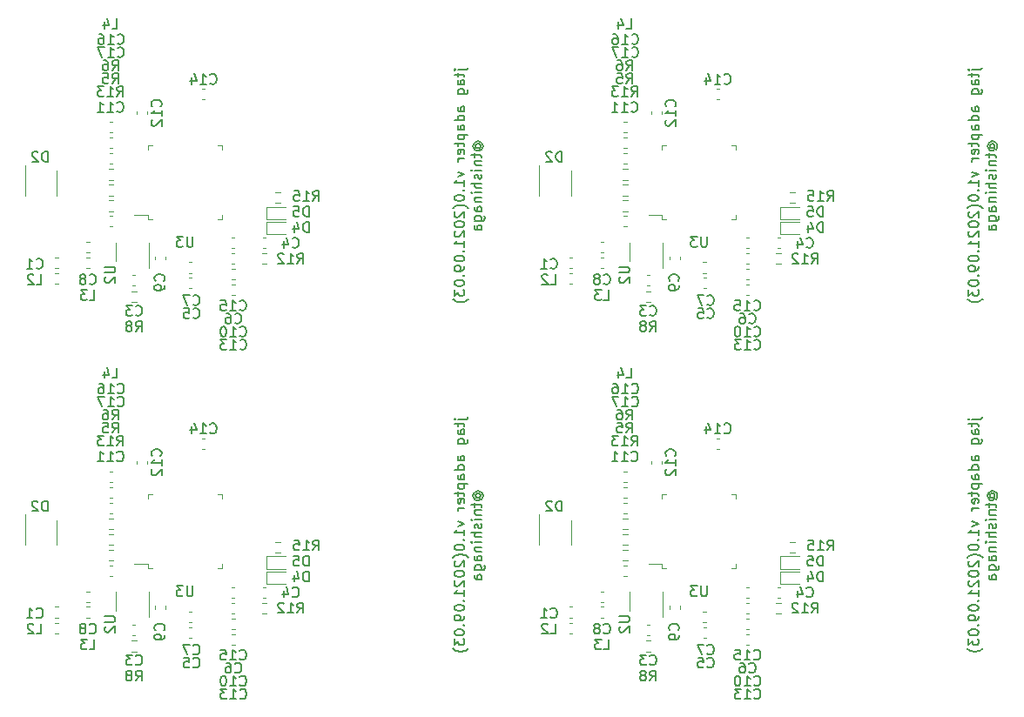
<source format=gbo>
G04 #@! TF.GenerationSoftware,KiCad,Pcbnew,(5.1.10-1-10_14)*
G04 #@! TF.CreationDate,2021-09-04T17:53:57+09:00*
G04 #@! TF.ProjectId,ft2232_jtag_tap,66743232-3332-45f6-9a74-61675f746170,rev?*
G04 #@! TF.SameCoordinates,Original*
G04 #@! TF.FileFunction,Legend,Bot*
G04 #@! TF.FilePolarity,Positive*
%FSLAX46Y46*%
G04 Gerber Fmt 4.6, Leading zero omitted, Abs format (unit mm)*
G04 Created by KiCad (PCBNEW (5.1.10-1-10_14)) date 2021-09-04 17:53:57*
%MOMM*%
%LPD*%
G01*
G04 APERTURE LIST*
%ADD10C,0.150000*%
%ADD11C,0.120000*%
G04 APERTURE END LIST*
D10*
X143448714Y-140038476D02*
X144305857Y-140038476D01*
X144401095Y-139990857D01*
X144448714Y-139895619D01*
X144448714Y-139848000D01*
X143115380Y-140038476D02*
X143163000Y-139990857D01*
X143210619Y-140038476D01*
X143163000Y-140086095D01*
X143115380Y-140038476D01*
X143210619Y-140038476D01*
X143448714Y-140371809D02*
X143448714Y-140752761D01*
X143115380Y-140514666D02*
X143972523Y-140514666D01*
X144067761Y-140562285D01*
X144115380Y-140657523D01*
X144115380Y-140752761D01*
X144115380Y-141514666D02*
X143591571Y-141514666D01*
X143496333Y-141467047D01*
X143448714Y-141371809D01*
X143448714Y-141181333D01*
X143496333Y-141086095D01*
X144067761Y-141514666D02*
X144115380Y-141419428D01*
X144115380Y-141181333D01*
X144067761Y-141086095D01*
X143972523Y-141038476D01*
X143877285Y-141038476D01*
X143782047Y-141086095D01*
X143734428Y-141181333D01*
X143734428Y-141419428D01*
X143686809Y-141514666D01*
X143448714Y-142419428D02*
X144258238Y-142419428D01*
X144353476Y-142371809D01*
X144401095Y-142324190D01*
X144448714Y-142228952D01*
X144448714Y-142086095D01*
X144401095Y-141990857D01*
X144067761Y-142419428D02*
X144115380Y-142324190D01*
X144115380Y-142133714D01*
X144067761Y-142038476D01*
X144020142Y-141990857D01*
X143924904Y-141943238D01*
X143639190Y-141943238D01*
X143543952Y-141990857D01*
X143496333Y-142038476D01*
X143448714Y-142133714D01*
X143448714Y-142324190D01*
X143496333Y-142419428D01*
X144115380Y-144086095D02*
X143591571Y-144086095D01*
X143496333Y-144038476D01*
X143448714Y-143943238D01*
X143448714Y-143752761D01*
X143496333Y-143657523D01*
X144067761Y-144086095D02*
X144115380Y-143990857D01*
X144115380Y-143752761D01*
X144067761Y-143657523D01*
X143972523Y-143609904D01*
X143877285Y-143609904D01*
X143782047Y-143657523D01*
X143734428Y-143752761D01*
X143734428Y-143990857D01*
X143686809Y-144086095D01*
X144115380Y-144990857D02*
X143115380Y-144990857D01*
X144067761Y-144990857D02*
X144115380Y-144895619D01*
X144115380Y-144705142D01*
X144067761Y-144609904D01*
X144020142Y-144562285D01*
X143924904Y-144514666D01*
X143639190Y-144514666D01*
X143543952Y-144562285D01*
X143496333Y-144609904D01*
X143448714Y-144705142D01*
X143448714Y-144895619D01*
X143496333Y-144990857D01*
X144115380Y-145895619D02*
X143591571Y-145895619D01*
X143496333Y-145848000D01*
X143448714Y-145752761D01*
X143448714Y-145562285D01*
X143496333Y-145467047D01*
X144067761Y-145895619D02*
X144115380Y-145800380D01*
X144115380Y-145562285D01*
X144067761Y-145467047D01*
X143972523Y-145419428D01*
X143877285Y-145419428D01*
X143782047Y-145467047D01*
X143734428Y-145562285D01*
X143734428Y-145800380D01*
X143686809Y-145895619D01*
X143448714Y-146371809D02*
X144448714Y-146371809D01*
X143496333Y-146371809D02*
X143448714Y-146467047D01*
X143448714Y-146657523D01*
X143496333Y-146752761D01*
X143543952Y-146800380D01*
X143639190Y-146848000D01*
X143924904Y-146848000D01*
X144020142Y-146800380D01*
X144067761Y-146752761D01*
X144115380Y-146657523D01*
X144115380Y-146467047D01*
X144067761Y-146371809D01*
X143448714Y-147133714D02*
X143448714Y-147514666D01*
X143115380Y-147276571D02*
X143972523Y-147276571D01*
X144067761Y-147324190D01*
X144115380Y-147419428D01*
X144115380Y-147514666D01*
X144067761Y-148228952D02*
X144115380Y-148133714D01*
X144115380Y-147943238D01*
X144067761Y-147848000D01*
X143972523Y-147800380D01*
X143591571Y-147800380D01*
X143496333Y-147848000D01*
X143448714Y-147943238D01*
X143448714Y-148133714D01*
X143496333Y-148228952D01*
X143591571Y-148276571D01*
X143686809Y-148276571D01*
X143782047Y-147800380D01*
X144115380Y-148705142D02*
X143448714Y-148705142D01*
X143639190Y-148705142D02*
X143543952Y-148752761D01*
X143496333Y-148800380D01*
X143448714Y-148895619D01*
X143448714Y-148990857D01*
X143448714Y-149990857D02*
X144115380Y-150228952D01*
X143448714Y-150467047D01*
X144115380Y-151371809D02*
X144115380Y-150800380D01*
X144115380Y-151086095D02*
X143115380Y-151086095D01*
X143258238Y-150990857D01*
X143353476Y-150895619D01*
X143401095Y-150800380D01*
X144020142Y-151800380D02*
X144067761Y-151848000D01*
X144115380Y-151800380D01*
X144067761Y-151752761D01*
X144020142Y-151800380D01*
X144115380Y-151800380D01*
X143115380Y-152467047D02*
X143115380Y-152562285D01*
X143163000Y-152657523D01*
X143210619Y-152705142D01*
X143305857Y-152752761D01*
X143496333Y-152800380D01*
X143734428Y-152800380D01*
X143924904Y-152752761D01*
X144020142Y-152705142D01*
X144067761Y-152657523D01*
X144115380Y-152562285D01*
X144115380Y-152467047D01*
X144067761Y-152371809D01*
X144020142Y-152324190D01*
X143924904Y-152276571D01*
X143734428Y-152228952D01*
X143496333Y-152228952D01*
X143305857Y-152276571D01*
X143210619Y-152324190D01*
X143163000Y-152371809D01*
X143115380Y-152467047D01*
X144496333Y-153514666D02*
X144448714Y-153467047D01*
X144305857Y-153371809D01*
X144210619Y-153324190D01*
X144067761Y-153276571D01*
X143829666Y-153228952D01*
X143639190Y-153228952D01*
X143401095Y-153276571D01*
X143258238Y-153324190D01*
X143163000Y-153371809D01*
X143020142Y-153467047D01*
X142972523Y-153514666D01*
X143210619Y-153848000D02*
X143163000Y-153895619D01*
X143115380Y-153990857D01*
X143115380Y-154228952D01*
X143163000Y-154324190D01*
X143210619Y-154371809D01*
X143305857Y-154419428D01*
X143401095Y-154419428D01*
X143543952Y-154371809D01*
X144115380Y-153800380D01*
X144115380Y-154419428D01*
X143115380Y-155038476D02*
X143115380Y-155133714D01*
X143163000Y-155228952D01*
X143210619Y-155276571D01*
X143305857Y-155324190D01*
X143496333Y-155371809D01*
X143734428Y-155371809D01*
X143924904Y-155324190D01*
X144020142Y-155276571D01*
X144067761Y-155228952D01*
X144115380Y-155133714D01*
X144115380Y-155038476D01*
X144067761Y-154943238D01*
X144020142Y-154895619D01*
X143924904Y-154848000D01*
X143734428Y-154800380D01*
X143496333Y-154800380D01*
X143305857Y-154848000D01*
X143210619Y-154895619D01*
X143163000Y-154943238D01*
X143115380Y-155038476D01*
X143210619Y-155752761D02*
X143163000Y-155800380D01*
X143115380Y-155895619D01*
X143115380Y-156133714D01*
X143163000Y-156228952D01*
X143210619Y-156276571D01*
X143305857Y-156324190D01*
X143401095Y-156324190D01*
X143543952Y-156276571D01*
X144115380Y-155705142D01*
X144115380Y-156324190D01*
X144115380Y-157276571D02*
X144115380Y-156705142D01*
X144115380Y-156990857D02*
X143115380Y-156990857D01*
X143258238Y-156895619D01*
X143353476Y-156800380D01*
X143401095Y-156705142D01*
X144020142Y-157705142D02*
X144067761Y-157752761D01*
X144115380Y-157705142D01*
X144067761Y-157657523D01*
X144020142Y-157705142D01*
X144115380Y-157705142D01*
X143115380Y-158371809D02*
X143115380Y-158467047D01*
X143163000Y-158562285D01*
X143210619Y-158609904D01*
X143305857Y-158657523D01*
X143496333Y-158705142D01*
X143734428Y-158705142D01*
X143924904Y-158657523D01*
X144020142Y-158609904D01*
X144067761Y-158562285D01*
X144115380Y-158467047D01*
X144115380Y-158371809D01*
X144067761Y-158276571D01*
X144020142Y-158228952D01*
X143924904Y-158181333D01*
X143734428Y-158133714D01*
X143496333Y-158133714D01*
X143305857Y-158181333D01*
X143210619Y-158228952D01*
X143163000Y-158276571D01*
X143115380Y-158371809D01*
X144115380Y-159181333D02*
X144115380Y-159371809D01*
X144067761Y-159467047D01*
X144020142Y-159514666D01*
X143877285Y-159609904D01*
X143686809Y-159657523D01*
X143305857Y-159657523D01*
X143210619Y-159609904D01*
X143163000Y-159562285D01*
X143115380Y-159467047D01*
X143115380Y-159276571D01*
X143163000Y-159181333D01*
X143210619Y-159133714D01*
X143305857Y-159086095D01*
X143543952Y-159086095D01*
X143639190Y-159133714D01*
X143686809Y-159181333D01*
X143734428Y-159276571D01*
X143734428Y-159467047D01*
X143686809Y-159562285D01*
X143639190Y-159609904D01*
X143543952Y-159657523D01*
X144020142Y-160086095D02*
X144067761Y-160133714D01*
X144115380Y-160086095D01*
X144067761Y-160038476D01*
X144020142Y-160086095D01*
X144115380Y-160086095D01*
X143115380Y-160752761D02*
X143115380Y-160848000D01*
X143163000Y-160943238D01*
X143210619Y-160990857D01*
X143305857Y-161038476D01*
X143496333Y-161086095D01*
X143734428Y-161086095D01*
X143924904Y-161038476D01*
X144020142Y-160990857D01*
X144067761Y-160943238D01*
X144115380Y-160848000D01*
X144115380Y-160752761D01*
X144067761Y-160657523D01*
X144020142Y-160609904D01*
X143924904Y-160562285D01*
X143734428Y-160514666D01*
X143496333Y-160514666D01*
X143305857Y-160562285D01*
X143210619Y-160609904D01*
X143163000Y-160657523D01*
X143115380Y-160752761D01*
X143115380Y-161419428D02*
X143115380Y-162038476D01*
X143496333Y-161705142D01*
X143496333Y-161848000D01*
X143543952Y-161943238D01*
X143591571Y-161990857D01*
X143686809Y-162038476D01*
X143924904Y-162038476D01*
X144020142Y-161990857D01*
X144067761Y-161943238D01*
X144115380Y-161848000D01*
X144115380Y-161562285D01*
X144067761Y-161467047D01*
X144020142Y-161419428D01*
X144496333Y-162371809D02*
X144448714Y-162419428D01*
X144305857Y-162514666D01*
X144210619Y-162562285D01*
X144067761Y-162609904D01*
X143829666Y-162657523D01*
X143639190Y-162657523D01*
X143401095Y-162609904D01*
X143258238Y-162562285D01*
X143163000Y-162514666D01*
X143020142Y-162419428D01*
X142972523Y-162371809D01*
X145289190Y-147681333D02*
X145241571Y-147633714D01*
X145193952Y-147538476D01*
X145193952Y-147443238D01*
X145241571Y-147348000D01*
X145289190Y-147300380D01*
X145384428Y-147252761D01*
X145479666Y-147252761D01*
X145574904Y-147300380D01*
X145622523Y-147348000D01*
X145670142Y-147443238D01*
X145670142Y-147538476D01*
X145622523Y-147633714D01*
X145574904Y-147681333D01*
X145193952Y-147681333D02*
X145574904Y-147681333D01*
X145622523Y-147728952D01*
X145622523Y-147776571D01*
X145574904Y-147871809D01*
X145479666Y-147919428D01*
X145241571Y-147919428D01*
X145098714Y-147824190D01*
X145003476Y-147681333D01*
X144955857Y-147490857D01*
X145003476Y-147300380D01*
X145098714Y-147157523D01*
X145241571Y-147062285D01*
X145432047Y-147014666D01*
X145622523Y-147062285D01*
X145765380Y-147157523D01*
X145860619Y-147300380D01*
X145908238Y-147490857D01*
X145860619Y-147681333D01*
X145765380Y-147824190D01*
X145098714Y-148205142D02*
X145098714Y-148586095D01*
X144765380Y-148348000D02*
X145622523Y-148348000D01*
X145717761Y-148395619D01*
X145765380Y-148490857D01*
X145765380Y-148586095D01*
X145098714Y-148919428D02*
X145765380Y-148919428D01*
X145193952Y-148919428D02*
X145146333Y-148967047D01*
X145098714Y-149062285D01*
X145098714Y-149205142D01*
X145146333Y-149300380D01*
X145241571Y-149348000D01*
X145765380Y-149348000D01*
X145765380Y-149824190D02*
X145098714Y-149824190D01*
X144765380Y-149824190D02*
X144813000Y-149776571D01*
X144860619Y-149824190D01*
X144813000Y-149871809D01*
X144765380Y-149824190D01*
X144860619Y-149824190D01*
X145717761Y-150252761D02*
X145765380Y-150348000D01*
X145765380Y-150538476D01*
X145717761Y-150633714D01*
X145622523Y-150681333D01*
X145574904Y-150681333D01*
X145479666Y-150633714D01*
X145432047Y-150538476D01*
X145432047Y-150395619D01*
X145384428Y-150300380D01*
X145289190Y-150252761D01*
X145241571Y-150252761D01*
X145146333Y-150300380D01*
X145098714Y-150395619D01*
X145098714Y-150538476D01*
X145146333Y-150633714D01*
X145765380Y-151109904D02*
X144765380Y-151109904D01*
X145765380Y-151538476D02*
X145241571Y-151538476D01*
X145146333Y-151490857D01*
X145098714Y-151395619D01*
X145098714Y-151252761D01*
X145146333Y-151157523D01*
X145193952Y-151109904D01*
X145765380Y-152014666D02*
X145098714Y-152014666D01*
X144765380Y-152014666D02*
X144813000Y-151967047D01*
X144860619Y-152014666D01*
X144813000Y-152062285D01*
X144765380Y-152014666D01*
X144860619Y-152014666D01*
X145098714Y-152490857D02*
X145765380Y-152490857D01*
X145193952Y-152490857D02*
X145146333Y-152538476D01*
X145098714Y-152633714D01*
X145098714Y-152776571D01*
X145146333Y-152871809D01*
X145241571Y-152919428D01*
X145765380Y-152919428D01*
X145765380Y-153824190D02*
X145241571Y-153824190D01*
X145146333Y-153776571D01*
X145098714Y-153681333D01*
X145098714Y-153490857D01*
X145146333Y-153395619D01*
X145717761Y-153824190D02*
X145765380Y-153728952D01*
X145765380Y-153490857D01*
X145717761Y-153395619D01*
X145622523Y-153348000D01*
X145527285Y-153348000D01*
X145432047Y-153395619D01*
X145384428Y-153490857D01*
X145384428Y-153728952D01*
X145336809Y-153824190D01*
X145098714Y-154728952D02*
X145908238Y-154728952D01*
X146003476Y-154681333D01*
X146051095Y-154633714D01*
X146098714Y-154538476D01*
X146098714Y-154395619D01*
X146051095Y-154300380D01*
X145717761Y-154728952D02*
X145765380Y-154633714D01*
X145765380Y-154443238D01*
X145717761Y-154348000D01*
X145670142Y-154300380D01*
X145574904Y-154252761D01*
X145289190Y-154252761D01*
X145193952Y-154300380D01*
X145146333Y-154348000D01*
X145098714Y-154443238D01*
X145098714Y-154633714D01*
X145146333Y-154728952D01*
X145765380Y-155633714D02*
X145241571Y-155633714D01*
X145146333Y-155586095D01*
X145098714Y-155490857D01*
X145098714Y-155300380D01*
X145146333Y-155205142D01*
X145717761Y-155633714D02*
X145765380Y-155538476D01*
X145765380Y-155300380D01*
X145717761Y-155205142D01*
X145622523Y-155157523D01*
X145527285Y-155157523D01*
X145432047Y-155205142D01*
X145384428Y-155300380D01*
X145384428Y-155538476D01*
X145336809Y-155633714D01*
X93448714Y-140038476D02*
X94305857Y-140038476D01*
X94401095Y-139990857D01*
X94448714Y-139895619D01*
X94448714Y-139848000D01*
X93115380Y-140038476D02*
X93163000Y-139990857D01*
X93210619Y-140038476D01*
X93163000Y-140086095D01*
X93115380Y-140038476D01*
X93210619Y-140038476D01*
X93448714Y-140371809D02*
X93448714Y-140752761D01*
X93115380Y-140514666D02*
X93972523Y-140514666D01*
X94067761Y-140562285D01*
X94115380Y-140657523D01*
X94115380Y-140752761D01*
X94115380Y-141514666D02*
X93591571Y-141514666D01*
X93496333Y-141467047D01*
X93448714Y-141371809D01*
X93448714Y-141181333D01*
X93496333Y-141086095D01*
X94067761Y-141514666D02*
X94115380Y-141419428D01*
X94115380Y-141181333D01*
X94067761Y-141086095D01*
X93972523Y-141038476D01*
X93877285Y-141038476D01*
X93782047Y-141086095D01*
X93734428Y-141181333D01*
X93734428Y-141419428D01*
X93686809Y-141514666D01*
X93448714Y-142419428D02*
X94258238Y-142419428D01*
X94353476Y-142371809D01*
X94401095Y-142324190D01*
X94448714Y-142228952D01*
X94448714Y-142086095D01*
X94401095Y-141990857D01*
X94067761Y-142419428D02*
X94115380Y-142324190D01*
X94115380Y-142133714D01*
X94067761Y-142038476D01*
X94020142Y-141990857D01*
X93924904Y-141943238D01*
X93639190Y-141943238D01*
X93543952Y-141990857D01*
X93496333Y-142038476D01*
X93448714Y-142133714D01*
X93448714Y-142324190D01*
X93496333Y-142419428D01*
X94115380Y-144086095D02*
X93591571Y-144086095D01*
X93496333Y-144038476D01*
X93448714Y-143943238D01*
X93448714Y-143752761D01*
X93496333Y-143657523D01*
X94067761Y-144086095D02*
X94115380Y-143990857D01*
X94115380Y-143752761D01*
X94067761Y-143657523D01*
X93972523Y-143609904D01*
X93877285Y-143609904D01*
X93782047Y-143657523D01*
X93734428Y-143752761D01*
X93734428Y-143990857D01*
X93686809Y-144086095D01*
X94115380Y-144990857D02*
X93115380Y-144990857D01*
X94067761Y-144990857D02*
X94115380Y-144895619D01*
X94115380Y-144705142D01*
X94067761Y-144609904D01*
X94020142Y-144562285D01*
X93924904Y-144514666D01*
X93639190Y-144514666D01*
X93543952Y-144562285D01*
X93496333Y-144609904D01*
X93448714Y-144705142D01*
X93448714Y-144895619D01*
X93496333Y-144990857D01*
X94115380Y-145895619D02*
X93591571Y-145895619D01*
X93496333Y-145848000D01*
X93448714Y-145752761D01*
X93448714Y-145562285D01*
X93496333Y-145467047D01*
X94067761Y-145895619D02*
X94115380Y-145800380D01*
X94115380Y-145562285D01*
X94067761Y-145467047D01*
X93972523Y-145419428D01*
X93877285Y-145419428D01*
X93782047Y-145467047D01*
X93734428Y-145562285D01*
X93734428Y-145800380D01*
X93686809Y-145895619D01*
X93448714Y-146371809D02*
X94448714Y-146371809D01*
X93496333Y-146371809D02*
X93448714Y-146467047D01*
X93448714Y-146657523D01*
X93496333Y-146752761D01*
X93543952Y-146800380D01*
X93639190Y-146848000D01*
X93924904Y-146848000D01*
X94020142Y-146800380D01*
X94067761Y-146752761D01*
X94115380Y-146657523D01*
X94115380Y-146467047D01*
X94067761Y-146371809D01*
X93448714Y-147133714D02*
X93448714Y-147514666D01*
X93115380Y-147276571D02*
X93972523Y-147276571D01*
X94067761Y-147324190D01*
X94115380Y-147419428D01*
X94115380Y-147514666D01*
X94067761Y-148228952D02*
X94115380Y-148133714D01*
X94115380Y-147943238D01*
X94067761Y-147848000D01*
X93972523Y-147800380D01*
X93591571Y-147800380D01*
X93496333Y-147848000D01*
X93448714Y-147943238D01*
X93448714Y-148133714D01*
X93496333Y-148228952D01*
X93591571Y-148276571D01*
X93686809Y-148276571D01*
X93782047Y-147800380D01*
X94115380Y-148705142D02*
X93448714Y-148705142D01*
X93639190Y-148705142D02*
X93543952Y-148752761D01*
X93496333Y-148800380D01*
X93448714Y-148895619D01*
X93448714Y-148990857D01*
X93448714Y-149990857D02*
X94115380Y-150228952D01*
X93448714Y-150467047D01*
X94115380Y-151371809D02*
X94115380Y-150800380D01*
X94115380Y-151086095D02*
X93115380Y-151086095D01*
X93258238Y-150990857D01*
X93353476Y-150895619D01*
X93401095Y-150800380D01*
X94020142Y-151800380D02*
X94067761Y-151848000D01*
X94115380Y-151800380D01*
X94067761Y-151752761D01*
X94020142Y-151800380D01*
X94115380Y-151800380D01*
X93115380Y-152467047D02*
X93115380Y-152562285D01*
X93163000Y-152657523D01*
X93210619Y-152705142D01*
X93305857Y-152752761D01*
X93496333Y-152800380D01*
X93734428Y-152800380D01*
X93924904Y-152752761D01*
X94020142Y-152705142D01*
X94067761Y-152657523D01*
X94115380Y-152562285D01*
X94115380Y-152467047D01*
X94067761Y-152371809D01*
X94020142Y-152324190D01*
X93924904Y-152276571D01*
X93734428Y-152228952D01*
X93496333Y-152228952D01*
X93305857Y-152276571D01*
X93210619Y-152324190D01*
X93163000Y-152371809D01*
X93115380Y-152467047D01*
X94496333Y-153514666D02*
X94448714Y-153467047D01*
X94305857Y-153371809D01*
X94210619Y-153324190D01*
X94067761Y-153276571D01*
X93829666Y-153228952D01*
X93639190Y-153228952D01*
X93401095Y-153276571D01*
X93258238Y-153324190D01*
X93163000Y-153371809D01*
X93020142Y-153467047D01*
X92972523Y-153514666D01*
X93210619Y-153848000D02*
X93163000Y-153895619D01*
X93115380Y-153990857D01*
X93115380Y-154228952D01*
X93163000Y-154324190D01*
X93210619Y-154371809D01*
X93305857Y-154419428D01*
X93401095Y-154419428D01*
X93543952Y-154371809D01*
X94115380Y-153800380D01*
X94115380Y-154419428D01*
X93115380Y-155038476D02*
X93115380Y-155133714D01*
X93163000Y-155228952D01*
X93210619Y-155276571D01*
X93305857Y-155324190D01*
X93496333Y-155371809D01*
X93734428Y-155371809D01*
X93924904Y-155324190D01*
X94020142Y-155276571D01*
X94067761Y-155228952D01*
X94115380Y-155133714D01*
X94115380Y-155038476D01*
X94067761Y-154943238D01*
X94020142Y-154895619D01*
X93924904Y-154848000D01*
X93734428Y-154800380D01*
X93496333Y-154800380D01*
X93305857Y-154848000D01*
X93210619Y-154895619D01*
X93163000Y-154943238D01*
X93115380Y-155038476D01*
X93210619Y-155752761D02*
X93163000Y-155800380D01*
X93115380Y-155895619D01*
X93115380Y-156133714D01*
X93163000Y-156228952D01*
X93210619Y-156276571D01*
X93305857Y-156324190D01*
X93401095Y-156324190D01*
X93543952Y-156276571D01*
X94115380Y-155705142D01*
X94115380Y-156324190D01*
X94115380Y-157276571D02*
X94115380Y-156705142D01*
X94115380Y-156990857D02*
X93115380Y-156990857D01*
X93258238Y-156895619D01*
X93353476Y-156800380D01*
X93401095Y-156705142D01*
X94020142Y-157705142D02*
X94067761Y-157752761D01*
X94115380Y-157705142D01*
X94067761Y-157657523D01*
X94020142Y-157705142D01*
X94115380Y-157705142D01*
X93115380Y-158371809D02*
X93115380Y-158467047D01*
X93163000Y-158562285D01*
X93210619Y-158609904D01*
X93305857Y-158657523D01*
X93496333Y-158705142D01*
X93734428Y-158705142D01*
X93924904Y-158657523D01*
X94020142Y-158609904D01*
X94067761Y-158562285D01*
X94115380Y-158467047D01*
X94115380Y-158371809D01*
X94067761Y-158276571D01*
X94020142Y-158228952D01*
X93924904Y-158181333D01*
X93734428Y-158133714D01*
X93496333Y-158133714D01*
X93305857Y-158181333D01*
X93210619Y-158228952D01*
X93163000Y-158276571D01*
X93115380Y-158371809D01*
X94115380Y-159181333D02*
X94115380Y-159371809D01*
X94067761Y-159467047D01*
X94020142Y-159514666D01*
X93877285Y-159609904D01*
X93686809Y-159657523D01*
X93305857Y-159657523D01*
X93210619Y-159609904D01*
X93163000Y-159562285D01*
X93115380Y-159467047D01*
X93115380Y-159276571D01*
X93163000Y-159181333D01*
X93210619Y-159133714D01*
X93305857Y-159086095D01*
X93543952Y-159086095D01*
X93639190Y-159133714D01*
X93686809Y-159181333D01*
X93734428Y-159276571D01*
X93734428Y-159467047D01*
X93686809Y-159562285D01*
X93639190Y-159609904D01*
X93543952Y-159657523D01*
X94020142Y-160086095D02*
X94067761Y-160133714D01*
X94115380Y-160086095D01*
X94067761Y-160038476D01*
X94020142Y-160086095D01*
X94115380Y-160086095D01*
X93115380Y-160752761D02*
X93115380Y-160848000D01*
X93163000Y-160943238D01*
X93210619Y-160990857D01*
X93305857Y-161038476D01*
X93496333Y-161086095D01*
X93734428Y-161086095D01*
X93924904Y-161038476D01*
X94020142Y-160990857D01*
X94067761Y-160943238D01*
X94115380Y-160848000D01*
X94115380Y-160752761D01*
X94067761Y-160657523D01*
X94020142Y-160609904D01*
X93924904Y-160562285D01*
X93734428Y-160514666D01*
X93496333Y-160514666D01*
X93305857Y-160562285D01*
X93210619Y-160609904D01*
X93163000Y-160657523D01*
X93115380Y-160752761D01*
X93115380Y-161419428D02*
X93115380Y-162038476D01*
X93496333Y-161705142D01*
X93496333Y-161848000D01*
X93543952Y-161943238D01*
X93591571Y-161990857D01*
X93686809Y-162038476D01*
X93924904Y-162038476D01*
X94020142Y-161990857D01*
X94067761Y-161943238D01*
X94115380Y-161848000D01*
X94115380Y-161562285D01*
X94067761Y-161467047D01*
X94020142Y-161419428D01*
X94496333Y-162371809D02*
X94448714Y-162419428D01*
X94305857Y-162514666D01*
X94210619Y-162562285D01*
X94067761Y-162609904D01*
X93829666Y-162657523D01*
X93639190Y-162657523D01*
X93401095Y-162609904D01*
X93258238Y-162562285D01*
X93163000Y-162514666D01*
X93020142Y-162419428D01*
X92972523Y-162371809D01*
X95289190Y-147681333D02*
X95241571Y-147633714D01*
X95193952Y-147538476D01*
X95193952Y-147443238D01*
X95241571Y-147348000D01*
X95289190Y-147300380D01*
X95384428Y-147252761D01*
X95479666Y-147252761D01*
X95574904Y-147300380D01*
X95622523Y-147348000D01*
X95670142Y-147443238D01*
X95670142Y-147538476D01*
X95622523Y-147633714D01*
X95574904Y-147681333D01*
X95193952Y-147681333D02*
X95574904Y-147681333D01*
X95622523Y-147728952D01*
X95622523Y-147776571D01*
X95574904Y-147871809D01*
X95479666Y-147919428D01*
X95241571Y-147919428D01*
X95098714Y-147824190D01*
X95003476Y-147681333D01*
X94955857Y-147490857D01*
X95003476Y-147300380D01*
X95098714Y-147157523D01*
X95241571Y-147062285D01*
X95432047Y-147014666D01*
X95622523Y-147062285D01*
X95765380Y-147157523D01*
X95860619Y-147300380D01*
X95908238Y-147490857D01*
X95860619Y-147681333D01*
X95765380Y-147824190D01*
X95098714Y-148205142D02*
X95098714Y-148586095D01*
X94765380Y-148348000D02*
X95622523Y-148348000D01*
X95717761Y-148395619D01*
X95765380Y-148490857D01*
X95765380Y-148586095D01*
X95098714Y-148919428D02*
X95765380Y-148919428D01*
X95193952Y-148919428D02*
X95146333Y-148967047D01*
X95098714Y-149062285D01*
X95098714Y-149205142D01*
X95146333Y-149300380D01*
X95241571Y-149348000D01*
X95765380Y-149348000D01*
X95765380Y-149824190D02*
X95098714Y-149824190D01*
X94765380Y-149824190D02*
X94813000Y-149776571D01*
X94860619Y-149824190D01*
X94813000Y-149871809D01*
X94765380Y-149824190D01*
X94860619Y-149824190D01*
X95717761Y-150252761D02*
X95765380Y-150348000D01*
X95765380Y-150538476D01*
X95717761Y-150633714D01*
X95622523Y-150681333D01*
X95574904Y-150681333D01*
X95479666Y-150633714D01*
X95432047Y-150538476D01*
X95432047Y-150395619D01*
X95384428Y-150300380D01*
X95289190Y-150252761D01*
X95241571Y-150252761D01*
X95146333Y-150300380D01*
X95098714Y-150395619D01*
X95098714Y-150538476D01*
X95146333Y-150633714D01*
X95765380Y-151109904D02*
X94765380Y-151109904D01*
X95765380Y-151538476D02*
X95241571Y-151538476D01*
X95146333Y-151490857D01*
X95098714Y-151395619D01*
X95098714Y-151252761D01*
X95146333Y-151157523D01*
X95193952Y-151109904D01*
X95765380Y-152014666D02*
X95098714Y-152014666D01*
X94765380Y-152014666D02*
X94813000Y-151967047D01*
X94860619Y-152014666D01*
X94813000Y-152062285D01*
X94765380Y-152014666D01*
X94860619Y-152014666D01*
X95098714Y-152490857D02*
X95765380Y-152490857D01*
X95193952Y-152490857D02*
X95146333Y-152538476D01*
X95098714Y-152633714D01*
X95098714Y-152776571D01*
X95146333Y-152871809D01*
X95241571Y-152919428D01*
X95765380Y-152919428D01*
X95765380Y-153824190D02*
X95241571Y-153824190D01*
X95146333Y-153776571D01*
X95098714Y-153681333D01*
X95098714Y-153490857D01*
X95146333Y-153395619D01*
X95717761Y-153824190D02*
X95765380Y-153728952D01*
X95765380Y-153490857D01*
X95717761Y-153395619D01*
X95622523Y-153348000D01*
X95527285Y-153348000D01*
X95432047Y-153395619D01*
X95384428Y-153490857D01*
X95384428Y-153728952D01*
X95336809Y-153824190D01*
X95098714Y-154728952D02*
X95908238Y-154728952D01*
X96003476Y-154681333D01*
X96051095Y-154633714D01*
X96098714Y-154538476D01*
X96098714Y-154395619D01*
X96051095Y-154300380D01*
X95717761Y-154728952D02*
X95765380Y-154633714D01*
X95765380Y-154443238D01*
X95717761Y-154348000D01*
X95670142Y-154300380D01*
X95574904Y-154252761D01*
X95289190Y-154252761D01*
X95193952Y-154300380D01*
X95146333Y-154348000D01*
X95098714Y-154443238D01*
X95098714Y-154633714D01*
X95146333Y-154728952D01*
X95765380Y-155633714D02*
X95241571Y-155633714D01*
X95146333Y-155586095D01*
X95098714Y-155490857D01*
X95098714Y-155300380D01*
X95146333Y-155205142D01*
X95717761Y-155633714D02*
X95765380Y-155538476D01*
X95765380Y-155300380D01*
X95717761Y-155205142D01*
X95622523Y-155157523D01*
X95527285Y-155157523D01*
X95432047Y-155205142D01*
X95384428Y-155300380D01*
X95384428Y-155538476D01*
X95336809Y-155633714D01*
X143448714Y-106038476D02*
X144305857Y-106038476D01*
X144401095Y-105990857D01*
X144448714Y-105895619D01*
X144448714Y-105848000D01*
X143115380Y-106038476D02*
X143163000Y-105990857D01*
X143210619Y-106038476D01*
X143163000Y-106086095D01*
X143115380Y-106038476D01*
X143210619Y-106038476D01*
X143448714Y-106371809D02*
X143448714Y-106752761D01*
X143115380Y-106514666D02*
X143972523Y-106514666D01*
X144067761Y-106562285D01*
X144115380Y-106657523D01*
X144115380Y-106752761D01*
X144115380Y-107514666D02*
X143591571Y-107514666D01*
X143496333Y-107467047D01*
X143448714Y-107371809D01*
X143448714Y-107181333D01*
X143496333Y-107086095D01*
X144067761Y-107514666D02*
X144115380Y-107419428D01*
X144115380Y-107181333D01*
X144067761Y-107086095D01*
X143972523Y-107038476D01*
X143877285Y-107038476D01*
X143782047Y-107086095D01*
X143734428Y-107181333D01*
X143734428Y-107419428D01*
X143686809Y-107514666D01*
X143448714Y-108419428D02*
X144258238Y-108419428D01*
X144353476Y-108371809D01*
X144401095Y-108324190D01*
X144448714Y-108228952D01*
X144448714Y-108086095D01*
X144401095Y-107990857D01*
X144067761Y-108419428D02*
X144115380Y-108324190D01*
X144115380Y-108133714D01*
X144067761Y-108038476D01*
X144020142Y-107990857D01*
X143924904Y-107943238D01*
X143639190Y-107943238D01*
X143543952Y-107990857D01*
X143496333Y-108038476D01*
X143448714Y-108133714D01*
X143448714Y-108324190D01*
X143496333Y-108419428D01*
X144115380Y-110086095D02*
X143591571Y-110086095D01*
X143496333Y-110038476D01*
X143448714Y-109943238D01*
X143448714Y-109752761D01*
X143496333Y-109657523D01*
X144067761Y-110086095D02*
X144115380Y-109990857D01*
X144115380Y-109752761D01*
X144067761Y-109657523D01*
X143972523Y-109609904D01*
X143877285Y-109609904D01*
X143782047Y-109657523D01*
X143734428Y-109752761D01*
X143734428Y-109990857D01*
X143686809Y-110086095D01*
X144115380Y-110990857D02*
X143115380Y-110990857D01*
X144067761Y-110990857D02*
X144115380Y-110895619D01*
X144115380Y-110705142D01*
X144067761Y-110609904D01*
X144020142Y-110562285D01*
X143924904Y-110514666D01*
X143639190Y-110514666D01*
X143543952Y-110562285D01*
X143496333Y-110609904D01*
X143448714Y-110705142D01*
X143448714Y-110895619D01*
X143496333Y-110990857D01*
X144115380Y-111895619D02*
X143591571Y-111895619D01*
X143496333Y-111848000D01*
X143448714Y-111752761D01*
X143448714Y-111562285D01*
X143496333Y-111467047D01*
X144067761Y-111895619D02*
X144115380Y-111800380D01*
X144115380Y-111562285D01*
X144067761Y-111467047D01*
X143972523Y-111419428D01*
X143877285Y-111419428D01*
X143782047Y-111467047D01*
X143734428Y-111562285D01*
X143734428Y-111800380D01*
X143686809Y-111895619D01*
X143448714Y-112371809D02*
X144448714Y-112371809D01*
X143496333Y-112371809D02*
X143448714Y-112467047D01*
X143448714Y-112657523D01*
X143496333Y-112752761D01*
X143543952Y-112800380D01*
X143639190Y-112848000D01*
X143924904Y-112848000D01*
X144020142Y-112800380D01*
X144067761Y-112752761D01*
X144115380Y-112657523D01*
X144115380Y-112467047D01*
X144067761Y-112371809D01*
X143448714Y-113133714D02*
X143448714Y-113514666D01*
X143115380Y-113276571D02*
X143972523Y-113276571D01*
X144067761Y-113324190D01*
X144115380Y-113419428D01*
X144115380Y-113514666D01*
X144067761Y-114228952D02*
X144115380Y-114133714D01*
X144115380Y-113943238D01*
X144067761Y-113848000D01*
X143972523Y-113800380D01*
X143591571Y-113800380D01*
X143496333Y-113848000D01*
X143448714Y-113943238D01*
X143448714Y-114133714D01*
X143496333Y-114228952D01*
X143591571Y-114276571D01*
X143686809Y-114276571D01*
X143782047Y-113800380D01*
X144115380Y-114705142D02*
X143448714Y-114705142D01*
X143639190Y-114705142D02*
X143543952Y-114752761D01*
X143496333Y-114800380D01*
X143448714Y-114895619D01*
X143448714Y-114990857D01*
X143448714Y-115990857D02*
X144115380Y-116228952D01*
X143448714Y-116467047D01*
X144115380Y-117371809D02*
X144115380Y-116800380D01*
X144115380Y-117086095D02*
X143115380Y-117086095D01*
X143258238Y-116990857D01*
X143353476Y-116895619D01*
X143401095Y-116800380D01*
X144020142Y-117800380D02*
X144067761Y-117848000D01*
X144115380Y-117800380D01*
X144067761Y-117752761D01*
X144020142Y-117800380D01*
X144115380Y-117800380D01*
X143115380Y-118467047D02*
X143115380Y-118562285D01*
X143163000Y-118657523D01*
X143210619Y-118705142D01*
X143305857Y-118752761D01*
X143496333Y-118800380D01*
X143734428Y-118800380D01*
X143924904Y-118752761D01*
X144020142Y-118705142D01*
X144067761Y-118657523D01*
X144115380Y-118562285D01*
X144115380Y-118467047D01*
X144067761Y-118371809D01*
X144020142Y-118324190D01*
X143924904Y-118276571D01*
X143734428Y-118228952D01*
X143496333Y-118228952D01*
X143305857Y-118276571D01*
X143210619Y-118324190D01*
X143163000Y-118371809D01*
X143115380Y-118467047D01*
X144496333Y-119514666D02*
X144448714Y-119467047D01*
X144305857Y-119371809D01*
X144210619Y-119324190D01*
X144067761Y-119276571D01*
X143829666Y-119228952D01*
X143639190Y-119228952D01*
X143401095Y-119276571D01*
X143258238Y-119324190D01*
X143163000Y-119371809D01*
X143020142Y-119467047D01*
X142972523Y-119514666D01*
X143210619Y-119848000D02*
X143163000Y-119895619D01*
X143115380Y-119990857D01*
X143115380Y-120228952D01*
X143163000Y-120324190D01*
X143210619Y-120371809D01*
X143305857Y-120419428D01*
X143401095Y-120419428D01*
X143543952Y-120371809D01*
X144115380Y-119800380D01*
X144115380Y-120419428D01*
X143115380Y-121038476D02*
X143115380Y-121133714D01*
X143163000Y-121228952D01*
X143210619Y-121276571D01*
X143305857Y-121324190D01*
X143496333Y-121371809D01*
X143734428Y-121371809D01*
X143924904Y-121324190D01*
X144020142Y-121276571D01*
X144067761Y-121228952D01*
X144115380Y-121133714D01*
X144115380Y-121038476D01*
X144067761Y-120943238D01*
X144020142Y-120895619D01*
X143924904Y-120848000D01*
X143734428Y-120800380D01*
X143496333Y-120800380D01*
X143305857Y-120848000D01*
X143210619Y-120895619D01*
X143163000Y-120943238D01*
X143115380Y-121038476D01*
X143210619Y-121752761D02*
X143163000Y-121800380D01*
X143115380Y-121895619D01*
X143115380Y-122133714D01*
X143163000Y-122228952D01*
X143210619Y-122276571D01*
X143305857Y-122324190D01*
X143401095Y-122324190D01*
X143543952Y-122276571D01*
X144115380Y-121705142D01*
X144115380Y-122324190D01*
X144115380Y-123276571D02*
X144115380Y-122705142D01*
X144115380Y-122990857D02*
X143115380Y-122990857D01*
X143258238Y-122895619D01*
X143353476Y-122800380D01*
X143401095Y-122705142D01*
X144020142Y-123705142D02*
X144067761Y-123752761D01*
X144115380Y-123705142D01*
X144067761Y-123657523D01*
X144020142Y-123705142D01*
X144115380Y-123705142D01*
X143115380Y-124371809D02*
X143115380Y-124467047D01*
X143163000Y-124562285D01*
X143210619Y-124609904D01*
X143305857Y-124657523D01*
X143496333Y-124705142D01*
X143734428Y-124705142D01*
X143924904Y-124657523D01*
X144020142Y-124609904D01*
X144067761Y-124562285D01*
X144115380Y-124467047D01*
X144115380Y-124371809D01*
X144067761Y-124276571D01*
X144020142Y-124228952D01*
X143924904Y-124181333D01*
X143734428Y-124133714D01*
X143496333Y-124133714D01*
X143305857Y-124181333D01*
X143210619Y-124228952D01*
X143163000Y-124276571D01*
X143115380Y-124371809D01*
X144115380Y-125181333D02*
X144115380Y-125371809D01*
X144067761Y-125467047D01*
X144020142Y-125514666D01*
X143877285Y-125609904D01*
X143686809Y-125657523D01*
X143305857Y-125657523D01*
X143210619Y-125609904D01*
X143163000Y-125562285D01*
X143115380Y-125467047D01*
X143115380Y-125276571D01*
X143163000Y-125181333D01*
X143210619Y-125133714D01*
X143305857Y-125086095D01*
X143543952Y-125086095D01*
X143639190Y-125133714D01*
X143686809Y-125181333D01*
X143734428Y-125276571D01*
X143734428Y-125467047D01*
X143686809Y-125562285D01*
X143639190Y-125609904D01*
X143543952Y-125657523D01*
X144020142Y-126086095D02*
X144067761Y-126133714D01*
X144115380Y-126086095D01*
X144067761Y-126038476D01*
X144020142Y-126086095D01*
X144115380Y-126086095D01*
X143115380Y-126752761D02*
X143115380Y-126847999D01*
X143163000Y-126943238D01*
X143210619Y-126990857D01*
X143305857Y-127038476D01*
X143496333Y-127086095D01*
X143734428Y-127086095D01*
X143924904Y-127038476D01*
X144020142Y-126990857D01*
X144067761Y-126943238D01*
X144115380Y-126847999D01*
X144115380Y-126752761D01*
X144067761Y-126657523D01*
X144020142Y-126609904D01*
X143924904Y-126562285D01*
X143734428Y-126514666D01*
X143496333Y-126514666D01*
X143305857Y-126562285D01*
X143210619Y-126609904D01*
X143163000Y-126657523D01*
X143115380Y-126752761D01*
X143115380Y-127419428D02*
X143115380Y-128038476D01*
X143496333Y-127705142D01*
X143496333Y-127847999D01*
X143543952Y-127943238D01*
X143591571Y-127990857D01*
X143686809Y-128038476D01*
X143924904Y-128038476D01*
X144020142Y-127990857D01*
X144067761Y-127943238D01*
X144115380Y-127847999D01*
X144115380Y-127562285D01*
X144067761Y-127467047D01*
X144020142Y-127419428D01*
X144496333Y-128371809D02*
X144448714Y-128419428D01*
X144305857Y-128514666D01*
X144210619Y-128562285D01*
X144067761Y-128609904D01*
X143829666Y-128657523D01*
X143639190Y-128657523D01*
X143401095Y-128609904D01*
X143258238Y-128562285D01*
X143163000Y-128514666D01*
X143020142Y-128419428D01*
X142972523Y-128371809D01*
X145289190Y-113681333D02*
X145241571Y-113633714D01*
X145193952Y-113538476D01*
X145193952Y-113443238D01*
X145241571Y-113348000D01*
X145289190Y-113300380D01*
X145384428Y-113252761D01*
X145479666Y-113252761D01*
X145574904Y-113300380D01*
X145622523Y-113348000D01*
X145670142Y-113443238D01*
X145670142Y-113538476D01*
X145622523Y-113633714D01*
X145574904Y-113681333D01*
X145193952Y-113681333D02*
X145574904Y-113681333D01*
X145622523Y-113728952D01*
X145622523Y-113776571D01*
X145574904Y-113871809D01*
X145479666Y-113919428D01*
X145241571Y-113919428D01*
X145098714Y-113824190D01*
X145003476Y-113681333D01*
X144955857Y-113490857D01*
X145003476Y-113300380D01*
X145098714Y-113157523D01*
X145241571Y-113062285D01*
X145432047Y-113014666D01*
X145622523Y-113062285D01*
X145765380Y-113157523D01*
X145860619Y-113300380D01*
X145908238Y-113490857D01*
X145860619Y-113681333D01*
X145765380Y-113824190D01*
X145098714Y-114205142D02*
X145098714Y-114586095D01*
X144765380Y-114348000D02*
X145622523Y-114348000D01*
X145717761Y-114395619D01*
X145765380Y-114490857D01*
X145765380Y-114586095D01*
X145098714Y-114919428D02*
X145765380Y-114919428D01*
X145193952Y-114919428D02*
X145146333Y-114967047D01*
X145098714Y-115062285D01*
X145098714Y-115205142D01*
X145146333Y-115300380D01*
X145241571Y-115348000D01*
X145765380Y-115348000D01*
X145765380Y-115824190D02*
X145098714Y-115824190D01*
X144765380Y-115824190D02*
X144813000Y-115776571D01*
X144860619Y-115824190D01*
X144813000Y-115871809D01*
X144765380Y-115824190D01*
X144860619Y-115824190D01*
X145717761Y-116252761D02*
X145765380Y-116348000D01*
X145765380Y-116538476D01*
X145717761Y-116633714D01*
X145622523Y-116681333D01*
X145574904Y-116681333D01*
X145479666Y-116633714D01*
X145432047Y-116538476D01*
X145432047Y-116395619D01*
X145384428Y-116300380D01*
X145289190Y-116252761D01*
X145241571Y-116252761D01*
X145146333Y-116300380D01*
X145098714Y-116395619D01*
X145098714Y-116538476D01*
X145146333Y-116633714D01*
X145765380Y-117109904D02*
X144765380Y-117109904D01*
X145765380Y-117538476D02*
X145241571Y-117538476D01*
X145146333Y-117490857D01*
X145098714Y-117395619D01*
X145098714Y-117252761D01*
X145146333Y-117157523D01*
X145193952Y-117109904D01*
X145765380Y-118014666D02*
X145098714Y-118014666D01*
X144765380Y-118014666D02*
X144813000Y-117967047D01*
X144860619Y-118014666D01*
X144813000Y-118062285D01*
X144765380Y-118014666D01*
X144860619Y-118014666D01*
X145098714Y-118490857D02*
X145765380Y-118490857D01*
X145193952Y-118490857D02*
X145146333Y-118538476D01*
X145098714Y-118633714D01*
X145098714Y-118776571D01*
X145146333Y-118871809D01*
X145241571Y-118919428D01*
X145765380Y-118919428D01*
X145765380Y-119824190D02*
X145241571Y-119824190D01*
X145146333Y-119776571D01*
X145098714Y-119681333D01*
X145098714Y-119490857D01*
X145146333Y-119395619D01*
X145717761Y-119824190D02*
X145765380Y-119728952D01*
X145765380Y-119490857D01*
X145717761Y-119395619D01*
X145622523Y-119348000D01*
X145527285Y-119348000D01*
X145432047Y-119395619D01*
X145384428Y-119490857D01*
X145384428Y-119728952D01*
X145336809Y-119824190D01*
X145098714Y-120728952D02*
X145908238Y-120728952D01*
X146003476Y-120681333D01*
X146051095Y-120633714D01*
X146098714Y-120538476D01*
X146098714Y-120395619D01*
X146051095Y-120300380D01*
X145717761Y-120728952D02*
X145765380Y-120633714D01*
X145765380Y-120443238D01*
X145717761Y-120348000D01*
X145670142Y-120300380D01*
X145574904Y-120252761D01*
X145289190Y-120252761D01*
X145193952Y-120300380D01*
X145146333Y-120348000D01*
X145098714Y-120443238D01*
X145098714Y-120633714D01*
X145146333Y-120728952D01*
X145765380Y-121633714D02*
X145241571Y-121633714D01*
X145146333Y-121586095D01*
X145098714Y-121490857D01*
X145098714Y-121300380D01*
X145146333Y-121205142D01*
X145717761Y-121633714D02*
X145765380Y-121538476D01*
X145765380Y-121300380D01*
X145717761Y-121205142D01*
X145622523Y-121157523D01*
X145527285Y-121157523D01*
X145432047Y-121205142D01*
X145384428Y-121300380D01*
X145384428Y-121538476D01*
X145336809Y-121633714D01*
X93448714Y-106038476D02*
X94305857Y-106038476D01*
X94401095Y-105990857D01*
X94448714Y-105895619D01*
X94448714Y-105848000D01*
X93115380Y-106038476D02*
X93163000Y-105990857D01*
X93210619Y-106038476D01*
X93163000Y-106086095D01*
X93115380Y-106038476D01*
X93210619Y-106038476D01*
X93448714Y-106371809D02*
X93448714Y-106752761D01*
X93115380Y-106514666D02*
X93972523Y-106514666D01*
X94067761Y-106562285D01*
X94115380Y-106657523D01*
X94115380Y-106752761D01*
X94115380Y-107514666D02*
X93591571Y-107514666D01*
X93496333Y-107467047D01*
X93448714Y-107371809D01*
X93448714Y-107181333D01*
X93496333Y-107086095D01*
X94067761Y-107514666D02*
X94115380Y-107419428D01*
X94115380Y-107181333D01*
X94067761Y-107086095D01*
X93972523Y-107038476D01*
X93877285Y-107038476D01*
X93782047Y-107086095D01*
X93734428Y-107181333D01*
X93734428Y-107419428D01*
X93686809Y-107514666D01*
X93448714Y-108419428D02*
X94258238Y-108419428D01*
X94353476Y-108371809D01*
X94401095Y-108324190D01*
X94448714Y-108228952D01*
X94448714Y-108086095D01*
X94401095Y-107990857D01*
X94067761Y-108419428D02*
X94115380Y-108324190D01*
X94115380Y-108133714D01*
X94067761Y-108038476D01*
X94020142Y-107990857D01*
X93924904Y-107943238D01*
X93639190Y-107943238D01*
X93543952Y-107990857D01*
X93496333Y-108038476D01*
X93448714Y-108133714D01*
X93448714Y-108324190D01*
X93496333Y-108419428D01*
X94115380Y-110086095D02*
X93591571Y-110086095D01*
X93496333Y-110038476D01*
X93448714Y-109943238D01*
X93448714Y-109752761D01*
X93496333Y-109657523D01*
X94067761Y-110086095D02*
X94115380Y-109990857D01*
X94115380Y-109752761D01*
X94067761Y-109657523D01*
X93972523Y-109609904D01*
X93877285Y-109609904D01*
X93782047Y-109657523D01*
X93734428Y-109752761D01*
X93734428Y-109990857D01*
X93686809Y-110086095D01*
X94115380Y-110990857D02*
X93115380Y-110990857D01*
X94067761Y-110990857D02*
X94115380Y-110895619D01*
X94115380Y-110705142D01*
X94067761Y-110609904D01*
X94020142Y-110562285D01*
X93924904Y-110514666D01*
X93639190Y-110514666D01*
X93543952Y-110562285D01*
X93496333Y-110609904D01*
X93448714Y-110705142D01*
X93448714Y-110895619D01*
X93496333Y-110990857D01*
X94115380Y-111895619D02*
X93591571Y-111895619D01*
X93496333Y-111848000D01*
X93448714Y-111752761D01*
X93448714Y-111562285D01*
X93496333Y-111467047D01*
X94067761Y-111895619D02*
X94115380Y-111800380D01*
X94115380Y-111562285D01*
X94067761Y-111467047D01*
X93972523Y-111419428D01*
X93877285Y-111419428D01*
X93782047Y-111467047D01*
X93734428Y-111562285D01*
X93734428Y-111800380D01*
X93686809Y-111895619D01*
X93448714Y-112371809D02*
X94448714Y-112371809D01*
X93496333Y-112371809D02*
X93448714Y-112467047D01*
X93448714Y-112657523D01*
X93496333Y-112752761D01*
X93543952Y-112800380D01*
X93639190Y-112848000D01*
X93924904Y-112848000D01*
X94020142Y-112800380D01*
X94067761Y-112752761D01*
X94115380Y-112657523D01*
X94115380Y-112467047D01*
X94067761Y-112371809D01*
X93448714Y-113133714D02*
X93448714Y-113514666D01*
X93115380Y-113276571D02*
X93972523Y-113276571D01*
X94067761Y-113324190D01*
X94115380Y-113419428D01*
X94115380Y-113514666D01*
X94067761Y-114228952D02*
X94115380Y-114133714D01*
X94115380Y-113943238D01*
X94067761Y-113848000D01*
X93972523Y-113800380D01*
X93591571Y-113800380D01*
X93496333Y-113848000D01*
X93448714Y-113943238D01*
X93448714Y-114133714D01*
X93496333Y-114228952D01*
X93591571Y-114276571D01*
X93686809Y-114276571D01*
X93782047Y-113800380D01*
X94115380Y-114705142D02*
X93448714Y-114705142D01*
X93639190Y-114705142D02*
X93543952Y-114752761D01*
X93496333Y-114800380D01*
X93448714Y-114895619D01*
X93448714Y-114990857D01*
X93448714Y-115990857D02*
X94115380Y-116228952D01*
X93448714Y-116467047D01*
X94115380Y-117371809D02*
X94115380Y-116800380D01*
X94115380Y-117086095D02*
X93115380Y-117086095D01*
X93258238Y-116990857D01*
X93353476Y-116895619D01*
X93401095Y-116800380D01*
X94020142Y-117800380D02*
X94067761Y-117847999D01*
X94115380Y-117800380D01*
X94067761Y-117752761D01*
X94020142Y-117800380D01*
X94115380Y-117800380D01*
X93115380Y-118467047D02*
X93115380Y-118562285D01*
X93163000Y-118657523D01*
X93210619Y-118705142D01*
X93305857Y-118752761D01*
X93496333Y-118800380D01*
X93734428Y-118800380D01*
X93924904Y-118752761D01*
X94020142Y-118705142D01*
X94067761Y-118657523D01*
X94115380Y-118562285D01*
X94115380Y-118467047D01*
X94067761Y-118371809D01*
X94020142Y-118324190D01*
X93924904Y-118276571D01*
X93734428Y-118228952D01*
X93496333Y-118228952D01*
X93305857Y-118276571D01*
X93210619Y-118324190D01*
X93163000Y-118371809D01*
X93115380Y-118467047D01*
X94496333Y-119514666D02*
X94448714Y-119467047D01*
X94305857Y-119371809D01*
X94210619Y-119324190D01*
X94067761Y-119276571D01*
X93829666Y-119228952D01*
X93639190Y-119228952D01*
X93401095Y-119276571D01*
X93258238Y-119324190D01*
X93163000Y-119371809D01*
X93020142Y-119467047D01*
X92972523Y-119514666D01*
X93210619Y-119847999D02*
X93163000Y-119895619D01*
X93115380Y-119990857D01*
X93115380Y-120228952D01*
X93163000Y-120324190D01*
X93210619Y-120371809D01*
X93305857Y-120419428D01*
X93401095Y-120419428D01*
X93543952Y-120371809D01*
X94115380Y-119800380D01*
X94115380Y-120419428D01*
X93115380Y-121038476D02*
X93115380Y-121133714D01*
X93163000Y-121228952D01*
X93210619Y-121276571D01*
X93305857Y-121324190D01*
X93496333Y-121371809D01*
X93734428Y-121371809D01*
X93924904Y-121324190D01*
X94020142Y-121276571D01*
X94067761Y-121228952D01*
X94115380Y-121133714D01*
X94115380Y-121038476D01*
X94067761Y-120943238D01*
X94020142Y-120895619D01*
X93924904Y-120847999D01*
X93734428Y-120800380D01*
X93496333Y-120800380D01*
X93305857Y-120847999D01*
X93210619Y-120895619D01*
X93163000Y-120943238D01*
X93115380Y-121038476D01*
X93210619Y-121752761D02*
X93163000Y-121800380D01*
X93115380Y-121895619D01*
X93115380Y-122133714D01*
X93163000Y-122228952D01*
X93210619Y-122276571D01*
X93305857Y-122324190D01*
X93401095Y-122324190D01*
X93543952Y-122276571D01*
X94115380Y-121705142D01*
X94115380Y-122324190D01*
X94115380Y-123276571D02*
X94115380Y-122705142D01*
X94115380Y-122990857D02*
X93115380Y-122990857D01*
X93258238Y-122895619D01*
X93353476Y-122800380D01*
X93401095Y-122705142D01*
X94020142Y-123705142D02*
X94067761Y-123752761D01*
X94115380Y-123705142D01*
X94067761Y-123657523D01*
X94020142Y-123705142D01*
X94115380Y-123705142D01*
X93115380Y-124371809D02*
X93115380Y-124467047D01*
X93163000Y-124562285D01*
X93210619Y-124609904D01*
X93305857Y-124657523D01*
X93496333Y-124705142D01*
X93734428Y-124705142D01*
X93924904Y-124657523D01*
X94020142Y-124609904D01*
X94067761Y-124562285D01*
X94115380Y-124467047D01*
X94115380Y-124371809D01*
X94067761Y-124276571D01*
X94020142Y-124228952D01*
X93924904Y-124181333D01*
X93734428Y-124133714D01*
X93496333Y-124133714D01*
X93305857Y-124181333D01*
X93210619Y-124228952D01*
X93163000Y-124276571D01*
X93115380Y-124371809D01*
X94115380Y-125181333D02*
X94115380Y-125371809D01*
X94067761Y-125467047D01*
X94020142Y-125514666D01*
X93877285Y-125609904D01*
X93686809Y-125657523D01*
X93305857Y-125657523D01*
X93210619Y-125609904D01*
X93163000Y-125562285D01*
X93115380Y-125467047D01*
X93115380Y-125276571D01*
X93163000Y-125181333D01*
X93210619Y-125133714D01*
X93305857Y-125086095D01*
X93543952Y-125086095D01*
X93639190Y-125133714D01*
X93686809Y-125181333D01*
X93734428Y-125276571D01*
X93734428Y-125467047D01*
X93686809Y-125562285D01*
X93639190Y-125609904D01*
X93543952Y-125657523D01*
X94020142Y-126086095D02*
X94067761Y-126133714D01*
X94115380Y-126086095D01*
X94067761Y-126038476D01*
X94020142Y-126086095D01*
X94115380Y-126086095D01*
X93115380Y-126752761D02*
X93115380Y-126847999D01*
X93163000Y-126943238D01*
X93210619Y-126990857D01*
X93305857Y-127038476D01*
X93496333Y-127086095D01*
X93734428Y-127086095D01*
X93924904Y-127038476D01*
X94020142Y-126990857D01*
X94067761Y-126943238D01*
X94115380Y-126847999D01*
X94115380Y-126752761D01*
X94067761Y-126657523D01*
X94020142Y-126609904D01*
X93924904Y-126562285D01*
X93734428Y-126514666D01*
X93496333Y-126514666D01*
X93305857Y-126562285D01*
X93210619Y-126609904D01*
X93163000Y-126657523D01*
X93115380Y-126752761D01*
X93115380Y-127419428D02*
X93115380Y-128038476D01*
X93496333Y-127705142D01*
X93496333Y-127847999D01*
X93543952Y-127943238D01*
X93591571Y-127990857D01*
X93686809Y-128038476D01*
X93924904Y-128038476D01*
X94020142Y-127990857D01*
X94067761Y-127943238D01*
X94115380Y-127847999D01*
X94115380Y-127562285D01*
X94067761Y-127467047D01*
X94020142Y-127419428D01*
X94496333Y-128371809D02*
X94448714Y-128419428D01*
X94305857Y-128514666D01*
X94210619Y-128562285D01*
X94067761Y-128609904D01*
X93829666Y-128657523D01*
X93639190Y-128657523D01*
X93401095Y-128609904D01*
X93258238Y-128562285D01*
X93163000Y-128514666D01*
X93020142Y-128419428D01*
X92972523Y-128371809D01*
X95289190Y-113681333D02*
X95241571Y-113633714D01*
X95193952Y-113538476D01*
X95193952Y-113443238D01*
X95241571Y-113348000D01*
X95289190Y-113300380D01*
X95384428Y-113252761D01*
X95479666Y-113252761D01*
X95574904Y-113300380D01*
X95622523Y-113348000D01*
X95670142Y-113443238D01*
X95670142Y-113538476D01*
X95622523Y-113633714D01*
X95574904Y-113681333D01*
X95193952Y-113681333D02*
X95574904Y-113681333D01*
X95622523Y-113728952D01*
X95622523Y-113776571D01*
X95574904Y-113871809D01*
X95479666Y-113919428D01*
X95241571Y-113919428D01*
X95098714Y-113824190D01*
X95003476Y-113681333D01*
X94955857Y-113490857D01*
X95003476Y-113300380D01*
X95098714Y-113157523D01*
X95241571Y-113062285D01*
X95432047Y-113014666D01*
X95622523Y-113062285D01*
X95765380Y-113157523D01*
X95860619Y-113300380D01*
X95908238Y-113490857D01*
X95860619Y-113681333D01*
X95765380Y-113824190D01*
X95098714Y-114205142D02*
X95098714Y-114586095D01*
X94765380Y-114348000D02*
X95622523Y-114348000D01*
X95717761Y-114395619D01*
X95765380Y-114490857D01*
X95765380Y-114586095D01*
X95098714Y-114919428D02*
X95765380Y-114919428D01*
X95193952Y-114919428D02*
X95146333Y-114967047D01*
X95098714Y-115062285D01*
X95098714Y-115205142D01*
X95146333Y-115300380D01*
X95241571Y-115348000D01*
X95765380Y-115348000D01*
X95765380Y-115824190D02*
X95098714Y-115824190D01*
X94765380Y-115824190D02*
X94813000Y-115776571D01*
X94860619Y-115824190D01*
X94813000Y-115871809D01*
X94765380Y-115824190D01*
X94860619Y-115824190D01*
X95717761Y-116252761D02*
X95765380Y-116348000D01*
X95765380Y-116538476D01*
X95717761Y-116633714D01*
X95622523Y-116681333D01*
X95574904Y-116681333D01*
X95479666Y-116633714D01*
X95432047Y-116538476D01*
X95432047Y-116395619D01*
X95384428Y-116300380D01*
X95289190Y-116252761D01*
X95241571Y-116252761D01*
X95146333Y-116300380D01*
X95098714Y-116395619D01*
X95098714Y-116538476D01*
X95146333Y-116633714D01*
X95765380Y-117109904D02*
X94765380Y-117109904D01*
X95765380Y-117538476D02*
X95241571Y-117538476D01*
X95146333Y-117490857D01*
X95098714Y-117395619D01*
X95098714Y-117252761D01*
X95146333Y-117157523D01*
X95193952Y-117109904D01*
X95765380Y-118014666D02*
X95098714Y-118014666D01*
X94765380Y-118014666D02*
X94813000Y-117967047D01*
X94860619Y-118014666D01*
X94813000Y-118062285D01*
X94765380Y-118014666D01*
X94860619Y-118014666D01*
X95098714Y-118490857D02*
X95765380Y-118490857D01*
X95193952Y-118490857D02*
X95146333Y-118538476D01*
X95098714Y-118633714D01*
X95098714Y-118776571D01*
X95146333Y-118871809D01*
X95241571Y-118919428D01*
X95765380Y-118919428D01*
X95765380Y-119824190D02*
X95241571Y-119824190D01*
X95146333Y-119776571D01*
X95098714Y-119681333D01*
X95098714Y-119490857D01*
X95146333Y-119395619D01*
X95717761Y-119824190D02*
X95765380Y-119728952D01*
X95765380Y-119490857D01*
X95717761Y-119395619D01*
X95622523Y-119348000D01*
X95527285Y-119348000D01*
X95432047Y-119395619D01*
X95384428Y-119490857D01*
X95384428Y-119728952D01*
X95336809Y-119824190D01*
X95098714Y-120728952D02*
X95908238Y-120728952D01*
X96003476Y-120681333D01*
X96051095Y-120633714D01*
X96098714Y-120538476D01*
X96098714Y-120395619D01*
X96051095Y-120300380D01*
X95717761Y-120728952D02*
X95765380Y-120633714D01*
X95765380Y-120443238D01*
X95717761Y-120348000D01*
X95670142Y-120300380D01*
X95574904Y-120252761D01*
X95289190Y-120252761D01*
X95193952Y-120300380D01*
X95146333Y-120348000D01*
X95098714Y-120443238D01*
X95098714Y-120633714D01*
X95146333Y-120728952D01*
X95765380Y-121633714D02*
X95241571Y-121633714D01*
X95146333Y-121586095D01*
X95098714Y-121490857D01*
X95098714Y-121300380D01*
X95146333Y-121205142D01*
X95717761Y-121633714D02*
X95765380Y-121538476D01*
X95765380Y-121300380D01*
X95717761Y-121205142D01*
X95622523Y-121157523D01*
X95527285Y-121157523D01*
X95432047Y-121205142D01*
X95384428Y-121300380D01*
X95384428Y-121538476D01*
X95336809Y-121633714D01*
D11*
X104612779Y-159860000D02*
X104287221Y-159860000D01*
X104612779Y-160880000D02*
X104287221Y-160880000D01*
X54612779Y-159860000D02*
X54287221Y-159860000D01*
X54612779Y-160880000D02*
X54287221Y-160880000D01*
X104612779Y-125860000D02*
X104287221Y-125860000D01*
X104612779Y-126880000D02*
X104287221Y-126880000D01*
X107652779Y-158320000D02*
X107327221Y-158320000D01*
X107652779Y-159340000D02*
X107327221Y-159340000D01*
X57652779Y-158320000D02*
X57327221Y-158320000D01*
X57652779Y-159340000D02*
X57327221Y-159340000D01*
X107652779Y-124320000D02*
X107327221Y-124320000D01*
X107652779Y-125340000D02*
X107327221Y-125340000D01*
X109977258Y-151237500D02*
X109502742Y-151237500D01*
X109977258Y-152282500D02*
X109502742Y-152282500D01*
X59977258Y-151237500D02*
X59502742Y-151237500D01*
X59977258Y-152282500D02*
X59502742Y-152282500D01*
X109977258Y-117237500D02*
X109502742Y-117237500D01*
X109977258Y-118282500D02*
X109502742Y-118282500D01*
X109977258Y-149717500D02*
X109502742Y-149717500D01*
X109977258Y-150762500D02*
X109502742Y-150762500D01*
X59977258Y-149717500D02*
X59502742Y-149717500D01*
X59977258Y-150762500D02*
X59502742Y-150762500D01*
X109977258Y-115717500D02*
X109502742Y-115717500D01*
X109977258Y-116762500D02*
X109502742Y-116762500D01*
X112227258Y-161597500D02*
X111752742Y-161597500D01*
X112227258Y-162642500D02*
X111752742Y-162642500D01*
X62227258Y-161597500D02*
X61752742Y-161597500D01*
X62227258Y-162642500D02*
X61752742Y-162642500D01*
X112227258Y-127597500D02*
X111752742Y-127597500D01*
X112227258Y-128642500D02*
X111752742Y-128642500D01*
X109902779Y-146170000D02*
X109577221Y-146170000D01*
X109902779Y-145150000D02*
X109577221Y-145150000D01*
X59902779Y-146170000D02*
X59577221Y-146170000D01*
X59902779Y-145150000D02*
X59577221Y-145150000D01*
X109902779Y-112170000D02*
X109577221Y-112170000D01*
X109902779Y-111150000D02*
X109577221Y-111150000D01*
X124897258Y-158942500D02*
X124422742Y-158942500D01*
X124897258Y-157897500D02*
X124422742Y-157897500D01*
X74897258Y-158942500D02*
X74422742Y-158942500D01*
X74897258Y-157897500D02*
X74422742Y-157897500D01*
X124897258Y-124942500D02*
X124422742Y-124942500D01*
X124897258Y-123897500D02*
X124422742Y-123897500D01*
X109967258Y-153802500D02*
X109492742Y-153802500D01*
X109967258Y-152757500D02*
X109492742Y-152757500D01*
X59967258Y-153802500D02*
X59492742Y-153802500D01*
X59967258Y-152757500D02*
X59492742Y-152757500D01*
X109967258Y-119802500D02*
X109492742Y-119802500D01*
X109967258Y-118757500D02*
X109492742Y-118757500D01*
X126217258Y-153032500D02*
X125742742Y-153032500D01*
X126217258Y-151987500D02*
X125742742Y-151987500D01*
X76217258Y-153032500D02*
X75742742Y-153032500D01*
X76217258Y-151987500D02*
X75742742Y-151987500D01*
X126217258Y-119032500D02*
X125742742Y-119032500D01*
X126217258Y-117987500D02*
X125742742Y-117987500D01*
X104480000Y-149890000D02*
X104480000Y-152290000D01*
X101380000Y-152290000D02*
X101380000Y-149340000D01*
X54480000Y-149890000D02*
X54480000Y-152290000D01*
X51380000Y-152290000D02*
X51380000Y-149340000D01*
X104480000Y-115890000D02*
X104480000Y-118290000D01*
X101380000Y-118290000D02*
X101380000Y-115340000D01*
X104299420Y-159340000D02*
X104580580Y-159340000D01*
X104299420Y-158320000D02*
X104580580Y-158320000D01*
X54299420Y-159340000D02*
X54580580Y-159340000D01*
X54299420Y-158320000D02*
X54580580Y-158320000D01*
X104299420Y-125340000D02*
X104580580Y-125340000D01*
X104299420Y-124320000D02*
X104580580Y-124320000D01*
X111829420Y-161070000D02*
X112110580Y-161070000D01*
X111829420Y-160050000D02*
X112110580Y-160050000D01*
X61829420Y-161070000D02*
X62110580Y-161070000D01*
X61829420Y-160050000D02*
X62110580Y-160050000D01*
X111829420Y-127070000D02*
X112110580Y-127070000D01*
X111829420Y-126050000D02*
X112110580Y-126050000D01*
X124800580Y-156380000D02*
X124519420Y-156380000D01*
X124800580Y-157400000D02*
X124519420Y-157400000D01*
X74800580Y-156380000D02*
X74519420Y-156380000D01*
X74800580Y-157400000D02*
X74519420Y-157400000D01*
X124800580Y-122380000D02*
X124519420Y-122380000D01*
X124800580Y-123400000D02*
X124519420Y-123400000D01*
X117600580Y-160310000D02*
X117319420Y-160310000D01*
X117600580Y-161330000D02*
X117319420Y-161330000D01*
X67600580Y-160310000D02*
X67319420Y-160310000D01*
X67600580Y-161330000D02*
X67319420Y-161330000D01*
X117600580Y-126310000D02*
X117319420Y-126310000D01*
X117600580Y-127330000D02*
X117319420Y-127330000D01*
X121479420Y-158920000D02*
X121760580Y-158920000D01*
X121479420Y-157900000D02*
X121760580Y-157900000D01*
X71479420Y-158920000D02*
X71760580Y-158920000D01*
X71479420Y-157900000D02*
X71760580Y-157900000D01*
X121479420Y-124920000D02*
X121760580Y-124920000D01*
X121479420Y-123900000D02*
X121760580Y-123900000D01*
X117590580Y-158790000D02*
X117309420Y-158790000D01*
X117590580Y-159810000D02*
X117309420Y-159810000D01*
X67590580Y-158790000D02*
X67309420Y-158790000D01*
X67590580Y-159810000D02*
X67309420Y-159810000D01*
X117590580Y-124790000D02*
X117309420Y-124790000D01*
X117590580Y-125810000D02*
X117309420Y-125810000D01*
X107630580Y-156800000D02*
X107349420Y-156800000D01*
X107630580Y-157820000D02*
X107349420Y-157820000D01*
X57630580Y-156800000D02*
X57349420Y-156800000D01*
X57630580Y-157820000D02*
X57349420Y-157820000D01*
X107630580Y-122800000D02*
X107349420Y-122800000D01*
X107630580Y-123820000D02*
X107349420Y-123820000D01*
X114040000Y-158229420D02*
X114040000Y-158510580D01*
X115060000Y-158229420D02*
X115060000Y-158510580D01*
X64040000Y-158229420D02*
X64040000Y-158510580D01*
X65060000Y-158229420D02*
X65060000Y-158510580D01*
X114040000Y-124229420D02*
X114040000Y-124510580D01*
X115060000Y-124229420D02*
X115060000Y-124510580D01*
X121493420Y-160456000D02*
X121774580Y-160456000D01*
X121493420Y-159436000D02*
X121774580Y-159436000D01*
X71493420Y-160456000D02*
X71774580Y-160456000D01*
X71493420Y-159436000D02*
X71774580Y-159436000D01*
X121493420Y-126456000D02*
X121774580Y-126456000D01*
X121493420Y-125436000D02*
X121774580Y-125436000D01*
X109870580Y-154290000D02*
X109589420Y-154290000D01*
X109870580Y-155310000D02*
X109589420Y-155310000D01*
X59870580Y-154290000D02*
X59589420Y-154290000D01*
X59870580Y-155310000D02*
X59589420Y-155310000D01*
X109870580Y-120290000D02*
X109589420Y-120290000D01*
X109870580Y-121310000D02*
X109589420Y-121310000D01*
X113290000Y-144390580D02*
X113290000Y-144109420D01*
X112270000Y-144390580D02*
X112270000Y-144109420D01*
X63290000Y-144390580D02*
X63290000Y-144109420D01*
X62270000Y-144390580D02*
X62270000Y-144109420D01*
X113290000Y-110390580D02*
X113290000Y-110109420D01*
X112270000Y-110390580D02*
X112270000Y-110109420D01*
X121493420Y-161976000D02*
X121774580Y-161976000D01*
X121493420Y-160956000D02*
X121774580Y-160956000D01*
X71493420Y-161976000D02*
X71774580Y-161976000D01*
X71493420Y-160956000D02*
X71774580Y-160956000D01*
X121493420Y-127976000D02*
X121774580Y-127976000D01*
X121493420Y-126956000D02*
X121774580Y-126956000D01*
X121479420Y-157400000D02*
X121760580Y-157400000D01*
X121479420Y-156380000D02*
X121760580Y-156380000D01*
X71479420Y-157400000D02*
X71760580Y-157400000D01*
X71479420Y-156380000D02*
X71760580Y-156380000D01*
X121479420Y-123400000D02*
X121760580Y-123400000D01*
X121479420Y-122380000D02*
X121760580Y-122380000D01*
X109880580Y-146670000D02*
X109599420Y-146670000D01*
X109880580Y-147690000D02*
X109599420Y-147690000D01*
X59880580Y-146670000D02*
X59599420Y-146670000D01*
X59880580Y-147690000D02*
X59599420Y-147690000D01*
X109880580Y-112670000D02*
X109599420Y-112670000D01*
X109880580Y-113690000D02*
X109599420Y-113690000D01*
X109880580Y-148200000D02*
X109599420Y-148200000D01*
X109880580Y-149220000D02*
X109599420Y-149220000D01*
X59880580Y-148200000D02*
X59599420Y-148200000D01*
X59880580Y-149220000D02*
X59599420Y-149220000D01*
X109880580Y-114200000D02*
X109599420Y-114200000D01*
X109880580Y-115220000D02*
X109599420Y-115220000D01*
X126690000Y-154860000D02*
X124840000Y-154860000D01*
X126690000Y-156060000D02*
X124840000Y-156060000D01*
X124840000Y-156060000D02*
X124840000Y-154860000D01*
X76690000Y-154860000D02*
X74840000Y-154860000D01*
X76690000Y-156060000D02*
X74840000Y-156060000D01*
X74840000Y-156060000D02*
X74840000Y-154860000D01*
X126690000Y-120860000D02*
X124840000Y-120860000D01*
X126690000Y-122060000D02*
X124840000Y-122060000D01*
X124840000Y-122060000D02*
X124840000Y-120860000D01*
X118880580Y-141920000D02*
X118599420Y-141920000D01*
X118880580Y-142940000D02*
X118599420Y-142940000D01*
X68880580Y-141920000D02*
X68599420Y-141920000D01*
X68880580Y-142940000D02*
X68599420Y-142940000D01*
X118880580Y-107920000D02*
X118599420Y-107920000D01*
X118880580Y-108940000D02*
X118599420Y-108940000D01*
X126690000Y-153400000D02*
X124840000Y-153400000D01*
X126690000Y-154600000D02*
X124840000Y-154600000D01*
X124840000Y-154600000D02*
X124840000Y-153400000D01*
X76690000Y-153400000D02*
X74840000Y-153400000D01*
X76690000Y-154600000D02*
X74840000Y-154600000D01*
X74840000Y-154600000D02*
X74840000Y-153400000D01*
X126690000Y-119400000D02*
X124840000Y-119400000D01*
X126690000Y-120600000D02*
X124840000Y-120600000D01*
X124840000Y-120600000D02*
X124840000Y-119400000D01*
X113310000Y-154140000D02*
X112020000Y-154140000D01*
X113310000Y-154590000D02*
X113310000Y-154140000D01*
X113760000Y-154590000D02*
X113310000Y-154590000D01*
X120530000Y-154590000D02*
X120530000Y-154140000D01*
X120080000Y-154590000D02*
X120530000Y-154590000D01*
X113310000Y-147370000D02*
X113310000Y-147820000D01*
X113760000Y-147370000D02*
X113310000Y-147370000D01*
X120530000Y-147370000D02*
X120530000Y-147820000D01*
X120080000Y-147370000D02*
X120530000Y-147370000D01*
X63310000Y-154140000D02*
X62020000Y-154140000D01*
X63310000Y-154590000D02*
X63310000Y-154140000D01*
X63760000Y-154590000D02*
X63310000Y-154590000D01*
X70530000Y-154590000D02*
X70530000Y-154140000D01*
X70080000Y-154590000D02*
X70530000Y-154590000D01*
X63310000Y-147370000D02*
X63310000Y-147820000D01*
X63760000Y-147370000D02*
X63310000Y-147370000D01*
X70530000Y-147370000D02*
X70530000Y-147820000D01*
X70080000Y-147370000D02*
X70530000Y-147370000D01*
X113310000Y-120140000D02*
X112020000Y-120140000D01*
X113310000Y-120590000D02*
X113310000Y-120140000D01*
X113760000Y-120590000D02*
X113310000Y-120590000D01*
X120530000Y-120590000D02*
X120530000Y-120140000D01*
X120080000Y-120590000D02*
X120530000Y-120590000D01*
X113310000Y-113370000D02*
X113310000Y-113820000D01*
X113760000Y-113370000D02*
X113310000Y-113370000D01*
X120530000Y-113370000D02*
X120530000Y-113820000D01*
X120080000Y-113370000D02*
X120530000Y-113370000D01*
X113420000Y-156880000D02*
X113420000Y-159330000D01*
X110200000Y-158680000D02*
X110200000Y-156880000D01*
X63420000Y-156880000D02*
X63420000Y-159330000D01*
X60200000Y-158680000D02*
X60200000Y-156880000D01*
X113420000Y-122880000D02*
X113420000Y-125330000D01*
X110200000Y-124680000D02*
X110200000Y-122880000D01*
X74840000Y-122060000D02*
X74840000Y-120860000D01*
X76690000Y-122060000D02*
X74840000Y-122060000D01*
X76690000Y-120860000D02*
X74840000Y-120860000D01*
X68880580Y-108940000D02*
X68599420Y-108940000D01*
X68880580Y-107920000D02*
X68599420Y-107920000D01*
X70080000Y-113370000D02*
X70530000Y-113370000D01*
X70530000Y-113370000D02*
X70530000Y-113820000D01*
X63760000Y-113370000D02*
X63310000Y-113370000D01*
X63310000Y-113370000D02*
X63310000Y-113820000D01*
X70080000Y-120590000D02*
X70530000Y-120590000D01*
X70530000Y-120590000D02*
X70530000Y-120140000D01*
X63760000Y-120590000D02*
X63310000Y-120590000D01*
X63310000Y-120590000D02*
X63310000Y-120140000D01*
X63310000Y-120140000D02*
X62020000Y-120140000D01*
X74840000Y-120600000D02*
X74840000Y-119400000D01*
X76690000Y-120600000D02*
X74840000Y-120600000D01*
X76690000Y-119400000D02*
X74840000Y-119400000D01*
X60200000Y-124680000D02*
X60200000Y-122880000D01*
X63420000Y-122880000D02*
X63420000Y-125330000D01*
X76217258Y-117987500D02*
X75742742Y-117987500D01*
X76217258Y-119032500D02*
X75742742Y-119032500D01*
X59967258Y-118757500D02*
X59492742Y-118757500D01*
X59967258Y-119802500D02*
X59492742Y-119802500D01*
X74897258Y-123897500D02*
X74422742Y-123897500D01*
X74897258Y-124942500D02*
X74422742Y-124942500D01*
X59902779Y-111150000D02*
X59577221Y-111150000D01*
X59902779Y-112170000D02*
X59577221Y-112170000D01*
X62227258Y-128642500D02*
X61752742Y-128642500D01*
X62227258Y-127597500D02*
X61752742Y-127597500D01*
X59977258Y-116762500D02*
X59502742Y-116762500D01*
X59977258Y-115717500D02*
X59502742Y-115717500D01*
X59977258Y-118282500D02*
X59502742Y-118282500D01*
X59977258Y-117237500D02*
X59502742Y-117237500D01*
X57652779Y-125340000D02*
X57327221Y-125340000D01*
X57652779Y-124320000D02*
X57327221Y-124320000D01*
X54612779Y-126880000D02*
X54287221Y-126880000D01*
X54612779Y-125860000D02*
X54287221Y-125860000D01*
X51380000Y-118290000D02*
X51380000Y-115340000D01*
X54480000Y-115890000D02*
X54480000Y-118290000D01*
X59880580Y-115220000D02*
X59599420Y-115220000D01*
X59880580Y-114200000D02*
X59599420Y-114200000D01*
X59880580Y-113690000D02*
X59599420Y-113690000D01*
X59880580Y-112670000D02*
X59599420Y-112670000D01*
X71479420Y-122380000D02*
X71760580Y-122380000D01*
X71479420Y-123400000D02*
X71760580Y-123400000D01*
X71493420Y-126956000D02*
X71774580Y-126956000D01*
X71493420Y-127976000D02*
X71774580Y-127976000D01*
X62270000Y-110390580D02*
X62270000Y-110109420D01*
X63290000Y-110390580D02*
X63290000Y-110109420D01*
X59870580Y-121310000D02*
X59589420Y-121310000D01*
X59870580Y-120290000D02*
X59589420Y-120290000D01*
X71493420Y-125436000D02*
X71774580Y-125436000D01*
X71493420Y-126456000D02*
X71774580Y-126456000D01*
X65060000Y-124229420D02*
X65060000Y-124510580D01*
X64040000Y-124229420D02*
X64040000Y-124510580D01*
X57630580Y-123820000D02*
X57349420Y-123820000D01*
X57630580Y-122800000D02*
X57349420Y-122800000D01*
X67590580Y-125810000D02*
X67309420Y-125810000D01*
X67590580Y-124790000D02*
X67309420Y-124790000D01*
X71479420Y-123900000D02*
X71760580Y-123900000D01*
X71479420Y-124920000D02*
X71760580Y-124920000D01*
X67600580Y-127330000D02*
X67319420Y-127330000D01*
X67600580Y-126310000D02*
X67319420Y-126310000D01*
X74800580Y-123400000D02*
X74519420Y-123400000D01*
X74800580Y-122380000D02*
X74519420Y-122380000D01*
X61829420Y-126050000D02*
X62110580Y-126050000D01*
X61829420Y-127070000D02*
X62110580Y-127070000D01*
X54299420Y-124320000D02*
X54580580Y-124320000D01*
X54299420Y-125340000D02*
X54580580Y-125340000D01*
D10*
X102490666Y-160944380D02*
X102966857Y-160944380D01*
X102966857Y-159944380D01*
X102204952Y-160039619D02*
X102157333Y-159992000D01*
X102062095Y-159944380D01*
X101824000Y-159944380D01*
X101728761Y-159992000D01*
X101681142Y-160039619D01*
X101633523Y-160134857D01*
X101633523Y-160230095D01*
X101681142Y-160372952D01*
X102252571Y-160944380D01*
X101633523Y-160944380D01*
X52490666Y-160944380D02*
X52966857Y-160944380D01*
X52966857Y-159944380D01*
X52204952Y-160039619D02*
X52157333Y-159992000D01*
X52062095Y-159944380D01*
X51824000Y-159944380D01*
X51728761Y-159992000D01*
X51681142Y-160039619D01*
X51633523Y-160134857D01*
X51633523Y-160230095D01*
X51681142Y-160372952D01*
X52252571Y-160944380D01*
X51633523Y-160944380D01*
X102490666Y-126944380D02*
X102966857Y-126944380D01*
X102966857Y-125944380D01*
X102204952Y-126039619D02*
X102157333Y-125992000D01*
X102062095Y-125944380D01*
X101824000Y-125944380D01*
X101728761Y-125992000D01*
X101681142Y-126039619D01*
X101633523Y-126134857D01*
X101633523Y-126230095D01*
X101681142Y-126372952D01*
X102252571Y-126944380D01*
X101633523Y-126944380D01*
X107656666Y-162468380D02*
X108132857Y-162468380D01*
X108132857Y-161468380D01*
X107418571Y-161468380D02*
X106799523Y-161468380D01*
X107132857Y-161849333D01*
X106990000Y-161849333D01*
X106894761Y-161896952D01*
X106847142Y-161944571D01*
X106799523Y-162039809D01*
X106799523Y-162277904D01*
X106847142Y-162373142D01*
X106894761Y-162420761D01*
X106990000Y-162468380D01*
X107275714Y-162468380D01*
X107370952Y-162420761D01*
X107418571Y-162373142D01*
X57656666Y-162468380D02*
X58132857Y-162468380D01*
X58132857Y-161468380D01*
X57418571Y-161468380D02*
X56799523Y-161468380D01*
X57132857Y-161849333D01*
X56990000Y-161849333D01*
X56894761Y-161896952D01*
X56847142Y-161944571D01*
X56799523Y-162039809D01*
X56799523Y-162277904D01*
X56847142Y-162373142D01*
X56894761Y-162420761D01*
X56990000Y-162468380D01*
X57275714Y-162468380D01*
X57370952Y-162420761D01*
X57418571Y-162373142D01*
X107656666Y-128468380D02*
X108132857Y-128468380D01*
X108132857Y-127468380D01*
X107418571Y-127468380D02*
X106799523Y-127468380D01*
X107132857Y-127849333D01*
X106990000Y-127849333D01*
X106894761Y-127896952D01*
X106847142Y-127944571D01*
X106799523Y-128039809D01*
X106799523Y-128277904D01*
X106847142Y-128373142D01*
X106894761Y-128420761D01*
X106990000Y-128468380D01*
X107275714Y-128468380D01*
X107370952Y-128420761D01*
X107418571Y-128373142D01*
X109856666Y-141386380D02*
X110190000Y-140910190D01*
X110428095Y-141386380D02*
X110428095Y-140386380D01*
X110047142Y-140386380D01*
X109951904Y-140434000D01*
X109904285Y-140481619D01*
X109856666Y-140576857D01*
X109856666Y-140719714D01*
X109904285Y-140814952D01*
X109951904Y-140862571D01*
X110047142Y-140910190D01*
X110428095Y-140910190D01*
X108951904Y-140386380D02*
X109428095Y-140386380D01*
X109475714Y-140862571D01*
X109428095Y-140814952D01*
X109332857Y-140767333D01*
X109094761Y-140767333D01*
X108999523Y-140814952D01*
X108951904Y-140862571D01*
X108904285Y-140957809D01*
X108904285Y-141195904D01*
X108951904Y-141291142D01*
X108999523Y-141338761D01*
X109094761Y-141386380D01*
X109332857Y-141386380D01*
X109428095Y-141338761D01*
X109475714Y-141291142D01*
X59856666Y-141386380D02*
X60190000Y-140910190D01*
X60428095Y-141386380D02*
X60428095Y-140386380D01*
X60047142Y-140386380D01*
X59951904Y-140434000D01*
X59904285Y-140481619D01*
X59856666Y-140576857D01*
X59856666Y-140719714D01*
X59904285Y-140814952D01*
X59951904Y-140862571D01*
X60047142Y-140910190D01*
X60428095Y-140910190D01*
X58951904Y-140386380D02*
X59428095Y-140386380D01*
X59475714Y-140862571D01*
X59428095Y-140814952D01*
X59332857Y-140767333D01*
X59094761Y-140767333D01*
X58999523Y-140814952D01*
X58951904Y-140862571D01*
X58904285Y-140957809D01*
X58904285Y-141195904D01*
X58951904Y-141291142D01*
X58999523Y-141338761D01*
X59094761Y-141386380D01*
X59332857Y-141386380D01*
X59428095Y-141338761D01*
X59475714Y-141291142D01*
X109856666Y-107386380D02*
X110190000Y-106910190D01*
X110428095Y-107386380D02*
X110428095Y-106386380D01*
X110047142Y-106386380D01*
X109951904Y-106434000D01*
X109904285Y-106481619D01*
X109856666Y-106576857D01*
X109856666Y-106719714D01*
X109904285Y-106814952D01*
X109951904Y-106862571D01*
X110047142Y-106910190D01*
X110428095Y-106910190D01*
X108951904Y-106386380D02*
X109428095Y-106386380D01*
X109475714Y-106862571D01*
X109428095Y-106814952D01*
X109332857Y-106767333D01*
X109094761Y-106767333D01*
X108999523Y-106814952D01*
X108951904Y-106862571D01*
X108904285Y-106957809D01*
X108904285Y-107195904D01*
X108951904Y-107291142D01*
X108999523Y-107338761D01*
X109094761Y-107386380D01*
X109332857Y-107386380D01*
X109428095Y-107338761D01*
X109475714Y-107291142D01*
X109856666Y-140116380D02*
X110190000Y-139640190D01*
X110428095Y-140116380D02*
X110428095Y-139116380D01*
X110047142Y-139116380D01*
X109951904Y-139164000D01*
X109904285Y-139211619D01*
X109856666Y-139306857D01*
X109856666Y-139449714D01*
X109904285Y-139544952D01*
X109951904Y-139592571D01*
X110047142Y-139640190D01*
X110428095Y-139640190D01*
X108999523Y-139116380D02*
X109190000Y-139116380D01*
X109285238Y-139164000D01*
X109332857Y-139211619D01*
X109428095Y-139354476D01*
X109475714Y-139544952D01*
X109475714Y-139925904D01*
X109428095Y-140021142D01*
X109380476Y-140068761D01*
X109285238Y-140116380D01*
X109094761Y-140116380D01*
X108999523Y-140068761D01*
X108951904Y-140021142D01*
X108904285Y-139925904D01*
X108904285Y-139687809D01*
X108951904Y-139592571D01*
X108999523Y-139544952D01*
X109094761Y-139497333D01*
X109285238Y-139497333D01*
X109380476Y-139544952D01*
X109428095Y-139592571D01*
X109475714Y-139687809D01*
X59856666Y-140116380D02*
X60190000Y-139640190D01*
X60428095Y-140116380D02*
X60428095Y-139116380D01*
X60047142Y-139116380D01*
X59951904Y-139164000D01*
X59904285Y-139211619D01*
X59856666Y-139306857D01*
X59856666Y-139449714D01*
X59904285Y-139544952D01*
X59951904Y-139592571D01*
X60047142Y-139640190D01*
X60428095Y-139640190D01*
X58999523Y-139116380D02*
X59190000Y-139116380D01*
X59285238Y-139164000D01*
X59332857Y-139211619D01*
X59428095Y-139354476D01*
X59475714Y-139544952D01*
X59475714Y-139925904D01*
X59428095Y-140021142D01*
X59380476Y-140068761D01*
X59285238Y-140116380D01*
X59094761Y-140116380D01*
X58999523Y-140068761D01*
X58951904Y-140021142D01*
X58904285Y-139925904D01*
X58904285Y-139687809D01*
X58951904Y-139592571D01*
X58999523Y-139544952D01*
X59094761Y-139497333D01*
X59285238Y-139497333D01*
X59380476Y-139544952D01*
X59428095Y-139592571D01*
X59475714Y-139687809D01*
X109856666Y-106116380D02*
X110190000Y-105640190D01*
X110428095Y-106116380D02*
X110428095Y-105116380D01*
X110047142Y-105116380D01*
X109951904Y-105164000D01*
X109904285Y-105211619D01*
X109856666Y-105306857D01*
X109856666Y-105449714D01*
X109904285Y-105544952D01*
X109951904Y-105592571D01*
X110047142Y-105640190D01*
X110428095Y-105640190D01*
X108999523Y-105116380D02*
X109190000Y-105116380D01*
X109285238Y-105164000D01*
X109332857Y-105211619D01*
X109428095Y-105354476D01*
X109475714Y-105544952D01*
X109475714Y-105925904D01*
X109428095Y-106021142D01*
X109380476Y-106068761D01*
X109285238Y-106116380D01*
X109094761Y-106116380D01*
X108999523Y-106068761D01*
X108951904Y-106021142D01*
X108904285Y-105925904D01*
X108904285Y-105687809D01*
X108951904Y-105592571D01*
X108999523Y-105544952D01*
X109094761Y-105497333D01*
X109285238Y-105497333D01*
X109380476Y-105544952D01*
X109428095Y-105592571D01*
X109475714Y-105687809D01*
X112142666Y-165516380D02*
X112476000Y-165040190D01*
X112714095Y-165516380D02*
X112714095Y-164516380D01*
X112333142Y-164516380D01*
X112237904Y-164564000D01*
X112190285Y-164611619D01*
X112142666Y-164706857D01*
X112142666Y-164849714D01*
X112190285Y-164944952D01*
X112237904Y-164992571D01*
X112333142Y-165040190D01*
X112714095Y-165040190D01*
X111571238Y-164944952D02*
X111666476Y-164897333D01*
X111714095Y-164849714D01*
X111761714Y-164754476D01*
X111761714Y-164706857D01*
X111714095Y-164611619D01*
X111666476Y-164564000D01*
X111571238Y-164516380D01*
X111380761Y-164516380D01*
X111285523Y-164564000D01*
X111237904Y-164611619D01*
X111190285Y-164706857D01*
X111190285Y-164754476D01*
X111237904Y-164849714D01*
X111285523Y-164897333D01*
X111380761Y-164944952D01*
X111571238Y-164944952D01*
X111666476Y-164992571D01*
X111714095Y-165040190D01*
X111761714Y-165135428D01*
X111761714Y-165325904D01*
X111714095Y-165421142D01*
X111666476Y-165468761D01*
X111571238Y-165516380D01*
X111380761Y-165516380D01*
X111285523Y-165468761D01*
X111237904Y-165421142D01*
X111190285Y-165325904D01*
X111190285Y-165135428D01*
X111237904Y-165040190D01*
X111285523Y-164992571D01*
X111380761Y-164944952D01*
X62142666Y-165516380D02*
X62476000Y-165040190D01*
X62714095Y-165516380D02*
X62714095Y-164516380D01*
X62333142Y-164516380D01*
X62237904Y-164564000D01*
X62190285Y-164611619D01*
X62142666Y-164706857D01*
X62142666Y-164849714D01*
X62190285Y-164944952D01*
X62237904Y-164992571D01*
X62333142Y-165040190D01*
X62714095Y-165040190D01*
X61571238Y-164944952D02*
X61666476Y-164897333D01*
X61714095Y-164849714D01*
X61761714Y-164754476D01*
X61761714Y-164706857D01*
X61714095Y-164611619D01*
X61666476Y-164564000D01*
X61571238Y-164516380D01*
X61380761Y-164516380D01*
X61285523Y-164564000D01*
X61237904Y-164611619D01*
X61190285Y-164706857D01*
X61190285Y-164754476D01*
X61237904Y-164849714D01*
X61285523Y-164897333D01*
X61380761Y-164944952D01*
X61571238Y-164944952D01*
X61666476Y-164992571D01*
X61714095Y-165040190D01*
X61761714Y-165135428D01*
X61761714Y-165325904D01*
X61714095Y-165421142D01*
X61666476Y-165468761D01*
X61571238Y-165516380D01*
X61380761Y-165516380D01*
X61285523Y-165468761D01*
X61237904Y-165421142D01*
X61190285Y-165325904D01*
X61190285Y-165135428D01*
X61237904Y-165040190D01*
X61285523Y-164992571D01*
X61380761Y-164944952D01*
X112142666Y-131516380D02*
X112476000Y-131040190D01*
X112714095Y-131516380D02*
X112714095Y-130516380D01*
X112333142Y-130516380D01*
X112237904Y-130564000D01*
X112190285Y-130611619D01*
X112142666Y-130706857D01*
X112142666Y-130849714D01*
X112190285Y-130944952D01*
X112237904Y-130992571D01*
X112333142Y-131040190D01*
X112714095Y-131040190D01*
X111571238Y-130944952D02*
X111666476Y-130897333D01*
X111714095Y-130849714D01*
X111761714Y-130754476D01*
X111761714Y-130706857D01*
X111714095Y-130611619D01*
X111666476Y-130564000D01*
X111571238Y-130516380D01*
X111380761Y-130516380D01*
X111285523Y-130564000D01*
X111237904Y-130611619D01*
X111190285Y-130706857D01*
X111190285Y-130754476D01*
X111237904Y-130849714D01*
X111285523Y-130897333D01*
X111380761Y-130944952D01*
X111571238Y-130944952D01*
X111666476Y-130992571D01*
X111714095Y-131040190D01*
X111761714Y-131135428D01*
X111761714Y-131325904D01*
X111714095Y-131421142D01*
X111666476Y-131468761D01*
X111571238Y-131516380D01*
X111380761Y-131516380D01*
X111285523Y-131468761D01*
X111237904Y-131421142D01*
X111190285Y-131325904D01*
X111190285Y-131135428D01*
X111237904Y-131040190D01*
X111285523Y-130992571D01*
X111380761Y-130944952D01*
X109856666Y-136052380D02*
X110332857Y-136052380D01*
X110332857Y-135052380D01*
X109094761Y-135385714D02*
X109094761Y-136052380D01*
X109332857Y-135004761D02*
X109570952Y-135719047D01*
X108951904Y-135719047D01*
X59856666Y-136052380D02*
X60332857Y-136052380D01*
X60332857Y-135052380D01*
X59094761Y-135385714D02*
X59094761Y-136052380D01*
X59332857Y-135004761D02*
X59570952Y-135719047D01*
X58951904Y-135719047D01*
X109856666Y-102052380D02*
X110332857Y-102052380D01*
X110332857Y-101052380D01*
X109094761Y-101385714D02*
X109094761Y-102052380D01*
X109332857Y-101004761D02*
X109570952Y-101719047D01*
X108951904Y-101719047D01*
X127858857Y-158912380D02*
X128192190Y-158436190D01*
X128430285Y-158912380D02*
X128430285Y-157912380D01*
X128049333Y-157912380D01*
X127954095Y-157960000D01*
X127906476Y-158007619D01*
X127858857Y-158102857D01*
X127858857Y-158245714D01*
X127906476Y-158340952D01*
X127954095Y-158388571D01*
X128049333Y-158436190D01*
X128430285Y-158436190D01*
X126906476Y-158912380D02*
X127477904Y-158912380D01*
X127192190Y-158912380D02*
X127192190Y-157912380D01*
X127287428Y-158055238D01*
X127382666Y-158150476D01*
X127477904Y-158198095D01*
X126525523Y-158007619D02*
X126477904Y-157960000D01*
X126382666Y-157912380D01*
X126144571Y-157912380D01*
X126049333Y-157960000D01*
X126001714Y-158007619D01*
X125954095Y-158102857D01*
X125954095Y-158198095D01*
X126001714Y-158340952D01*
X126573142Y-158912380D01*
X125954095Y-158912380D01*
X77858857Y-158912380D02*
X78192190Y-158436190D01*
X78430285Y-158912380D02*
X78430285Y-157912380D01*
X78049333Y-157912380D01*
X77954095Y-157960000D01*
X77906476Y-158007619D01*
X77858857Y-158102857D01*
X77858857Y-158245714D01*
X77906476Y-158340952D01*
X77954095Y-158388571D01*
X78049333Y-158436190D01*
X78430285Y-158436190D01*
X76906476Y-158912380D02*
X77477904Y-158912380D01*
X77192190Y-158912380D02*
X77192190Y-157912380D01*
X77287428Y-158055238D01*
X77382666Y-158150476D01*
X77477904Y-158198095D01*
X76525523Y-158007619D02*
X76477904Y-157960000D01*
X76382666Y-157912380D01*
X76144571Y-157912380D01*
X76049333Y-157960000D01*
X76001714Y-158007619D01*
X75954095Y-158102857D01*
X75954095Y-158198095D01*
X76001714Y-158340952D01*
X76573142Y-158912380D01*
X75954095Y-158912380D01*
X127858857Y-124912380D02*
X128192190Y-124436190D01*
X128430285Y-124912380D02*
X128430285Y-123912380D01*
X128049333Y-123912380D01*
X127954095Y-123960000D01*
X127906476Y-124007619D01*
X127858857Y-124102857D01*
X127858857Y-124245714D01*
X127906476Y-124340952D01*
X127954095Y-124388571D01*
X128049333Y-124436190D01*
X128430285Y-124436190D01*
X126906476Y-124912380D02*
X127477904Y-124912380D01*
X127192190Y-124912380D02*
X127192190Y-123912380D01*
X127287428Y-124055238D01*
X127382666Y-124150476D01*
X127477904Y-124198095D01*
X126525523Y-124007619D02*
X126477904Y-123960000D01*
X126382666Y-123912380D01*
X126144571Y-123912380D01*
X126049333Y-123960000D01*
X126001714Y-124007619D01*
X125954095Y-124102857D01*
X125954095Y-124198095D01*
X126001714Y-124340952D01*
X126573142Y-124912380D01*
X125954095Y-124912380D01*
X110332857Y-142656380D02*
X110666190Y-142180190D01*
X110904285Y-142656380D02*
X110904285Y-141656380D01*
X110523333Y-141656380D01*
X110428095Y-141704000D01*
X110380476Y-141751619D01*
X110332857Y-141846857D01*
X110332857Y-141989714D01*
X110380476Y-142084952D01*
X110428095Y-142132571D01*
X110523333Y-142180190D01*
X110904285Y-142180190D01*
X109380476Y-142656380D02*
X109951904Y-142656380D01*
X109666190Y-142656380D02*
X109666190Y-141656380D01*
X109761428Y-141799238D01*
X109856666Y-141894476D01*
X109951904Y-141942095D01*
X109047142Y-141656380D02*
X108428095Y-141656380D01*
X108761428Y-142037333D01*
X108618571Y-142037333D01*
X108523333Y-142084952D01*
X108475714Y-142132571D01*
X108428095Y-142227809D01*
X108428095Y-142465904D01*
X108475714Y-142561142D01*
X108523333Y-142608761D01*
X108618571Y-142656380D01*
X108904285Y-142656380D01*
X108999523Y-142608761D01*
X109047142Y-142561142D01*
X60332857Y-142656380D02*
X60666190Y-142180190D01*
X60904285Y-142656380D02*
X60904285Y-141656380D01*
X60523333Y-141656380D01*
X60428095Y-141704000D01*
X60380476Y-141751619D01*
X60332857Y-141846857D01*
X60332857Y-141989714D01*
X60380476Y-142084952D01*
X60428095Y-142132571D01*
X60523333Y-142180190D01*
X60904285Y-142180190D01*
X59380476Y-142656380D02*
X59951904Y-142656380D01*
X59666190Y-142656380D02*
X59666190Y-141656380D01*
X59761428Y-141799238D01*
X59856666Y-141894476D01*
X59951904Y-141942095D01*
X59047142Y-141656380D02*
X58428095Y-141656380D01*
X58761428Y-142037333D01*
X58618571Y-142037333D01*
X58523333Y-142084952D01*
X58475714Y-142132571D01*
X58428095Y-142227809D01*
X58428095Y-142465904D01*
X58475714Y-142561142D01*
X58523333Y-142608761D01*
X58618571Y-142656380D01*
X58904285Y-142656380D01*
X58999523Y-142608761D01*
X59047142Y-142561142D01*
X110332857Y-108656380D02*
X110666190Y-108180190D01*
X110904285Y-108656380D02*
X110904285Y-107656380D01*
X110523333Y-107656380D01*
X110428095Y-107704000D01*
X110380476Y-107751619D01*
X110332857Y-107846857D01*
X110332857Y-107989714D01*
X110380476Y-108084952D01*
X110428095Y-108132571D01*
X110523333Y-108180190D01*
X110904285Y-108180190D01*
X109380476Y-108656380D02*
X109951904Y-108656380D01*
X109666190Y-108656380D02*
X109666190Y-107656380D01*
X109761428Y-107799238D01*
X109856666Y-107894476D01*
X109951904Y-107942095D01*
X109047142Y-107656380D02*
X108428095Y-107656380D01*
X108761428Y-108037333D01*
X108618571Y-108037333D01*
X108523333Y-108084952D01*
X108475714Y-108132571D01*
X108428095Y-108227809D01*
X108428095Y-108465904D01*
X108475714Y-108561142D01*
X108523333Y-108608761D01*
X108618571Y-108656380D01*
X108904285Y-108656380D01*
X108999523Y-108608761D01*
X109047142Y-108561142D01*
X129382857Y-152816380D02*
X129716190Y-152340190D01*
X129954285Y-152816380D02*
X129954285Y-151816380D01*
X129573333Y-151816380D01*
X129478095Y-151864000D01*
X129430476Y-151911619D01*
X129382857Y-152006857D01*
X129382857Y-152149714D01*
X129430476Y-152244952D01*
X129478095Y-152292571D01*
X129573333Y-152340190D01*
X129954285Y-152340190D01*
X128430476Y-152816380D02*
X129001904Y-152816380D01*
X128716190Y-152816380D02*
X128716190Y-151816380D01*
X128811428Y-151959238D01*
X128906666Y-152054476D01*
X129001904Y-152102095D01*
X127525714Y-151816380D02*
X128001904Y-151816380D01*
X128049523Y-152292571D01*
X128001904Y-152244952D01*
X127906666Y-152197333D01*
X127668571Y-152197333D01*
X127573333Y-152244952D01*
X127525714Y-152292571D01*
X127478095Y-152387809D01*
X127478095Y-152625904D01*
X127525714Y-152721142D01*
X127573333Y-152768761D01*
X127668571Y-152816380D01*
X127906666Y-152816380D01*
X128001904Y-152768761D01*
X128049523Y-152721142D01*
X79382857Y-152816380D02*
X79716190Y-152340190D01*
X79954285Y-152816380D02*
X79954285Y-151816380D01*
X79573333Y-151816380D01*
X79478095Y-151864000D01*
X79430476Y-151911619D01*
X79382857Y-152006857D01*
X79382857Y-152149714D01*
X79430476Y-152244952D01*
X79478095Y-152292571D01*
X79573333Y-152340190D01*
X79954285Y-152340190D01*
X78430476Y-152816380D02*
X79001904Y-152816380D01*
X78716190Y-152816380D02*
X78716190Y-151816380D01*
X78811428Y-151959238D01*
X78906666Y-152054476D01*
X79001904Y-152102095D01*
X77525714Y-151816380D02*
X78001904Y-151816380D01*
X78049523Y-152292571D01*
X78001904Y-152244952D01*
X77906666Y-152197333D01*
X77668571Y-152197333D01*
X77573333Y-152244952D01*
X77525714Y-152292571D01*
X77478095Y-152387809D01*
X77478095Y-152625904D01*
X77525714Y-152721142D01*
X77573333Y-152768761D01*
X77668571Y-152816380D01*
X77906666Y-152816380D01*
X78001904Y-152768761D01*
X78049523Y-152721142D01*
X129382857Y-118816380D02*
X129716190Y-118340190D01*
X129954285Y-118816380D02*
X129954285Y-117816380D01*
X129573333Y-117816380D01*
X129478095Y-117864000D01*
X129430476Y-117911619D01*
X129382857Y-118006857D01*
X129382857Y-118149714D01*
X129430476Y-118244952D01*
X129478095Y-118292571D01*
X129573333Y-118340190D01*
X129954285Y-118340190D01*
X128430476Y-118816380D02*
X129001904Y-118816380D01*
X128716190Y-118816380D02*
X128716190Y-117816380D01*
X128811428Y-117959238D01*
X128906666Y-118054476D01*
X129001904Y-118102095D01*
X127525714Y-117816380D02*
X128001904Y-117816380D01*
X128049523Y-118292571D01*
X128001904Y-118244952D01*
X127906666Y-118197333D01*
X127668571Y-118197333D01*
X127573333Y-118244952D01*
X127525714Y-118292571D01*
X127478095Y-118387809D01*
X127478095Y-118625904D01*
X127525714Y-118721142D01*
X127573333Y-118768761D01*
X127668571Y-118816380D01*
X127906666Y-118816380D01*
X128001904Y-118768761D01*
X128049523Y-118721142D01*
X103570095Y-149006380D02*
X103570095Y-148006380D01*
X103332000Y-148006380D01*
X103189142Y-148054000D01*
X103093904Y-148149238D01*
X103046285Y-148244476D01*
X102998666Y-148434952D01*
X102998666Y-148577809D01*
X103046285Y-148768285D01*
X103093904Y-148863523D01*
X103189142Y-148958761D01*
X103332000Y-149006380D01*
X103570095Y-149006380D01*
X102617714Y-148101619D02*
X102570095Y-148054000D01*
X102474857Y-148006380D01*
X102236761Y-148006380D01*
X102141523Y-148054000D01*
X102093904Y-148101619D01*
X102046285Y-148196857D01*
X102046285Y-148292095D01*
X102093904Y-148434952D01*
X102665333Y-149006380D01*
X102046285Y-149006380D01*
X53570095Y-149006380D02*
X53570095Y-148006380D01*
X53332000Y-148006380D01*
X53189142Y-148054000D01*
X53093904Y-148149238D01*
X53046285Y-148244476D01*
X52998666Y-148434952D01*
X52998666Y-148577809D01*
X53046285Y-148768285D01*
X53093904Y-148863523D01*
X53189142Y-148958761D01*
X53332000Y-149006380D01*
X53570095Y-149006380D01*
X52617714Y-148101619D02*
X52570095Y-148054000D01*
X52474857Y-148006380D01*
X52236761Y-148006380D01*
X52141523Y-148054000D01*
X52093904Y-148101619D01*
X52046285Y-148196857D01*
X52046285Y-148292095D01*
X52093904Y-148434952D01*
X52665333Y-149006380D01*
X52046285Y-149006380D01*
X103570095Y-115006380D02*
X103570095Y-114006380D01*
X103332000Y-114006380D01*
X103189142Y-114054000D01*
X103093904Y-114149238D01*
X103046285Y-114244476D01*
X102998666Y-114434952D01*
X102998666Y-114577809D01*
X103046285Y-114768285D01*
X103093904Y-114863523D01*
X103189142Y-114958761D01*
X103332000Y-115006380D01*
X103570095Y-115006380D01*
X102617714Y-114101619D02*
X102570095Y-114054000D01*
X102474857Y-114006380D01*
X102236761Y-114006380D01*
X102141523Y-114054000D01*
X102093904Y-114101619D01*
X102046285Y-114196857D01*
X102046285Y-114292095D01*
X102093904Y-114434952D01*
X102665333Y-115006380D01*
X102046285Y-115006380D01*
X102490666Y-159325142D02*
X102538285Y-159372761D01*
X102681142Y-159420380D01*
X102776380Y-159420380D01*
X102919238Y-159372761D01*
X103014476Y-159277523D01*
X103062095Y-159182285D01*
X103109714Y-158991809D01*
X103109714Y-158848952D01*
X103062095Y-158658476D01*
X103014476Y-158563238D01*
X102919238Y-158468000D01*
X102776380Y-158420380D01*
X102681142Y-158420380D01*
X102538285Y-158468000D01*
X102490666Y-158515619D01*
X101538285Y-159420380D02*
X102109714Y-159420380D01*
X101824000Y-159420380D02*
X101824000Y-158420380D01*
X101919238Y-158563238D01*
X102014476Y-158658476D01*
X102109714Y-158706095D01*
X52490666Y-159325142D02*
X52538285Y-159372761D01*
X52681142Y-159420380D01*
X52776380Y-159420380D01*
X52919238Y-159372761D01*
X53014476Y-159277523D01*
X53062095Y-159182285D01*
X53109714Y-158991809D01*
X53109714Y-158848952D01*
X53062095Y-158658476D01*
X53014476Y-158563238D01*
X52919238Y-158468000D01*
X52776380Y-158420380D01*
X52681142Y-158420380D01*
X52538285Y-158468000D01*
X52490666Y-158515619D01*
X51538285Y-159420380D02*
X52109714Y-159420380D01*
X51824000Y-159420380D02*
X51824000Y-158420380D01*
X51919238Y-158563238D01*
X52014476Y-158658476D01*
X52109714Y-158706095D01*
X102490666Y-125325142D02*
X102538285Y-125372761D01*
X102681142Y-125420380D01*
X102776380Y-125420380D01*
X102919238Y-125372761D01*
X103014476Y-125277523D01*
X103062095Y-125182285D01*
X103109714Y-124991809D01*
X103109714Y-124848952D01*
X103062095Y-124658476D01*
X103014476Y-124563238D01*
X102919238Y-124468000D01*
X102776380Y-124420380D01*
X102681142Y-124420380D01*
X102538285Y-124468000D01*
X102490666Y-124515619D01*
X101538285Y-125420380D02*
X102109714Y-125420380D01*
X101824000Y-125420380D02*
X101824000Y-124420380D01*
X101919238Y-124563238D01*
X102014476Y-124658476D01*
X102109714Y-124706095D01*
X112142666Y-163897142D02*
X112190285Y-163944761D01*
X112333142Y-163992380D01*
X112428380Y-163992380D01*
X112571238Y-163944761D01*
X112666476Y-163849523D01*
X112714095Y-163754285D01*
X112761714Y-163563809D01*
X112761714Y-163420952D01*
X112714095Y-163230476D01*
X112666476Y-163135238D01*
X112571238Y-163040000D01*
X112428380Y-162992380D01*
X112333142Y-162992380D01*
X112190285Y-163040000D01*
X112142666Y-163087619D01*
X111809333Y-162992380D02*
X111190285Y-162992380D01*
X111523619Y-163373333D01*
X111380761Y-163373333D01*
X111285523Y-163420952D01*
X111237904Y-163468571D01*
X111190285Y-163563809D01*
X111190285Y-163801904D01*
X111237904Y-163897142D01*
X111285523Y-163944761D01*
X111380761Y-163992380D01*
X111666476Y-163992380D01*
X111761714Y-163944761D01*
X111809333Y-163897142D01*
X62142666Y-163897142D02*
X62190285Y-163944761D01*
X62333142Y-163992380D01*
X62428380Y-163992380D01*
X62571238Y-163944761D01*
X62666476Y-163849523D01*
X62714095Y-163754285D01*
X62761714Y-163563809D01*
X62761714Y-163420952D01*
X62714095Y-163230476D01*
X62666476Y-163135238D01*
X62571238Y-163040000D01*
X62428380Y-162992380D01*
X62333142Y-162992380D01*
X62190285Y-163040000D01*
X62142666Y-163087619D01*
X61809333Y-162992380D02*
X61190285Y-162992380D01*
X61523619Y-163373333D01*
X61380761Y-163373333D01*
X61285523Y-163420952D01*
X61237904Y-163468571D01*
X61190285Y-163563809D01*
X61190285Y-163801904D01*
X61237904Y-163897142D01*
X61285523Y-163944761D01*
X61380761Y-163992380D01*
X61666476Y-163992380D01*
X61761714Y-163944761D01*
X61809333Y-163897142D01*
X112142666Y-129897142D02*
X112190285Y-129944761D01*
X112333142Y-129992380D01*
X112428380Y-129992380D01*
X112571238Y-129944761D01*
X112666476Y-129849523D01*
X112714095Y-129754285D01*
X112761714Y-129563809D01*
X112761714Y-129420952D01*
X112714095Y-129230476D01*
X112666476Y-129135238D01*
X112571238Y-129040000D01*
X112428380Y-128992380D01*
X112333142Y-128992380D01*
X112190285Y-129040000D01*
X112142666Y-129087619D01*
X111809333Y-128992380D02*
X111190285Y-128992380D01*
X111523619Y-129373333D01*
X111380761Y-129373333D01*
X111285523Y-129420952D01*
X111237904Y-129468571D01*
X111190285Y-129563809D01*
X111190285Y-129801904D01*
X111237904Y-129897142D01*
X111285523Y-129944761D01*
X111380761Y-129992380D01*
X111666476Y-129992380D01*
X111761714Y-129944761D01*
X111809333Y-129897142D01*
X127382666Y-157293142D02*
X127430285Y-157340761D01*
X127573142Y-157388380D01*
X127668380Y-157388380D01*
X127811238Y-157340761D01*
X127906476Y-157245523D01*
X127954095Y-157150285D01*
X128001714Y-156959809D01*
X128001714Y-156816952D01*
X127954095Y-156626476D01*
X127906476Y-156531238D01*
X127811238Y-156436000D01*
X127668380Y-156388380D01*
X127573142Y-156388380D01*
X127430285Y-156436000D01*
X127382666Y-156483619D01*
X126525523Y-156721714D02*
X126525523Y-157388380D01*
X126763619Y-156340761D02*
X127001714Y-157055047D01*
X126382666Y-157055047D01*
X77382666Y-157293142D02*
X77430285Y-157340761D01*
X77573142Y-157388380D01*
X77668380Y-157388380D01*
X77811238Y-157340761D01*
X77906476Y-157245523D01*
X77954095Y-157150285D01*
X78001714Y-156959809D01*
X78001714Y-156816952D01*
X77954095Y-156626476D01*
X77906476Y-156531238D01*
X77811238Y-156436000D01*
X77668380Y-156388380D01*
X77573142Y-156388380D01*
X77430285Y-156436000D01*
X77382666Y-156483619D01*
X76525523Y-156721714D02*
X76525523Y-157388380D01*
X76763619Y-156340761D02*
X77001714Y-157055047D01*
X76382666Y-157055047D01*
X127382666Y-123293142D02*
X127430285Y-123340761D01*
X127573142Y-123388380D01*
X127668380Y-123388380D01*
X127811238Y-123340761D01*
X127906476Y-123245523D01*
X127954095Y-123150285D01*
X128001714Y-122959809D01*
X128001714Y-122816952D01*
X127954095Y-122626476D01*
X127906476Y-122531238D01*
X127811238Y-122436000D01*
X127668380Y-122388380D01*
X127573142Y-122388380D01*
X127430285Y-122436000D01*
X127382666Y-122483619D01*
X126525523Y-122721714D02*
X126525523Y-123388380D01*
X126763619Y-122340761D02*
X127001714Y-123055047D01*
X126382666Y-123055047D01*
X117730666Y-164151142D02*
X117778285Y-164198761D01*
X117921142Y-164246380D01*
X118016380Y-164246380D01*
X118159238Y-164198761D01*
X118254476Y-164103523D01*
X118302095Y-164008285D01*
X118349714Y-163817809D01*
X118349714Y-163674952D01*
X118302095Y-163484476D01*
X118254476Y-163389238D01*
X118159238Y-163294000D01*
X118016380Y-163246380D01*
X117921142Y-163246380D01*
X117778285Y-163294000D01*
X117730666Y-163341619D01*
X116825904Y-163246380D02*
X117302095Y-163246380D01*
X117349714Y-163722571D01*
X117302095Y-163674952D01*
X117206857Y-163627333D01*
X116968761Y-163627333D01*
X116873523Y-163674952D01*
X116825904Y-163722571D01*
X116778285Y-163817809D01*
X116778285Y-164055904D01*
X116825904Y-164151142D01*
X116873523Y-164198761D01*
X116968761Y-164246380D01*
X117206857Y-164246380D01*
X117302095Y-164198761D01*
X117349714Y-164151142D01*
X67730666Y-164151142D02*
X67778285Y-164198761D01*
X67921142Y-164246380D01*
X68016380Y-164246380D01*
X68159238Y-164198761D01*
X68254476Y-164103523D01*
X68302095Y-164008285D01*
X68349714Y-163817809D01*
X68349714Y-163674952D01*
X68302095Y-163484476D01*
X68254476Y-163389238D01*
X68159238Y-163294000D01*
X68016380Y-163246380D01*
X67921142Y-163246380D01*
X67778285Y-163294000D01*
X67730666Y-163341619D01*
X66825904Y-163246380D02*
X67302095Y-163246380D01*
X67349714Y-163722571D01*
X67302095Y-163674952D01*
X67206857Y-163627333D01*
X66968761Y-163627333D01*
X66873523Y-163674952D01*
X66825904Y-163722571D01*
X66778285Y-163817809D01*
X66778285Y-164055904D01*
X66825904Y-164151142D01*
X66873523Y-164198761D01*
X66968761Y-164246380D01*
X67206857Y-164246380D01*
X67302095Y-164198761D01*
X67349714Y-164151142D01*
X117730666Y-130151142D02*
X117778285Y-130198761D01*
X117921142Y-130246380D01*
X118016380Y-130246380D01*
X118159238Y-130198761D01*
X118254476Y-130103523D01*
X118302095Y-130008285D01*
X118349714Y-129817809D01*
X118349714Y-129674952D01*
X118302095Y-129484476D01*
X118254476Y-129389238D01*
X118159238Y-129294000D01*
X118016380Y-129246380D01*
X117921142Y-129246380D01*
X117778285Y-129294000D01*
X117730666Y-129341619D01*
X116825904Y-129246380D02*
X117302095Y-129246380D01*
X117349714Y-129722571D01*
X117302095Y-129674952D01*
X117206857Y-129627333D01*
X116968761Y-129627333D01*
X116873523Y-129674952D01*
X116825904Y-129722571D01*
X116778285Y-129817809D01*
X116778285Y-130055904D01*
X116825904Y-130151142D01*
X116873523Y-130198761D01*
X116968761Y-130246380D01*
X117206857Y-130246380D01*
X117302095Y-130198761D01*
X117349714Y-130151142D01*
X121794666Y-164659142D02*
X121842285Y-164706761D01*
X121985142Y-164754380D01*
X122080380Y-164754380D01*
X122223238Y-164706761D01*
X122318476Y-164611523D01*
X122366095Y-164516285D01*
X122413714Y-164325809D01*
X122413714Y-164182952D01*
X122366095Y-163992476D01*
X122318476Y-163897238D01*
X122223238Y-163802000D01*
X122080380Y-163754380D01*
X121985142Y-163754380D01*
X121842285Y-163802000D01*
X121794666Y-163849619D01*
X120937523Y-163754380D02*
X121128000Y-163754380D01*
X121223238Y-163802000D01*
X121270857Y-163849619D01*
X121366095Y-163992476D01*
X121413714Y-164182952D01*
X121413714Y-164563904D01*
X121366095Y-164659142D01*
X121318476Y-164706761D01*
X121223238Y-164754380D01*
X121032761Y-164754380D01*
X120937523Y-164706761D01*
X120889904Y-164659142D01*
X120842285Y-164563904D01*
X120842285Y-164325809D01*
X120889904Y-164230571D01*
X120937523Y-164182952D01*
X121032761Y-164135333D01*
X121223238Y-164135333D01*
X121318476Y-164182952D01*
X121366095Y-164230571D01*
X121413714Y-164325809D01*
X71794666Y-164659142D02*
X71842285Y-164706761D01*
X71985142Y-164754380D01*
X72080380Y-164754380D01*
X72223238Y-164706761D01*
X72318476Y-164611523D01*
X72366095Y-164516285D01*
X72413714Y-164325809D01*
X72413714Y-164182952D01*
X72366095Y-163992476D01*
X72318476Y-163897238D01*
X72223238Y-163802000D01*
X72080380Y-163754380D01*
X71985142Y-163754380D01*
X71842285Y-163802000D01*
X71794666Y-163849619D01*
X70937523Y-163754380D02*
X71128000Y-163754380D01*
X71223238Y-163802000D01*
X71270857Y-163849619D01*
X71366095Y-163992476D01*
X71413714Y-164182952D01*
X71413714Y-164563904D01*
X71366095Y-164659142D01*
X71318476Y-164706761D01*
X71223238Y-164754380D01*
X71032761Y-164754380D01*
X70937523Y-164706761D01*
X70889904Y-164659142D01*
X70842285Y-164563904D01*
X70842285Y-164325809D01*
X70889904Y-164230571D01*
X70937523Y-164182952D01*
X71032761Y-164135333D01*
X71223238Y-164135333D01*
X71318476Y-164182952D01*
X71366095Y-164230571D01*
X71413714Y-164325809D01*
X121794666Y-130659142D02*
X121842285Y-130706761D01*
X121985142Y-130754380D01*
X122080380Y-130754380D01*
X122223238Y-130706761D01*
X122318476Y-130611523D01*
X122366095Y-130516285D01*
X122413714Y-130325809D01*
X122413714Y-130182952D01*
X122366095Y-129992476D01*
X122318476Y-129897238D01*
X122223238Y-129802000D01*
X122080380Y-129754380D01*
X121985142Y-129754380D01*
X121842285Y-129802000D01*
X121794666Y-129849619D01*
X120937523Y-129754380D02*
X121128000Y-129754380D01*
X121223238Y-129802000D01*
X121270857Y-129849619D01*
X121366095Y-129992476D01*
X121413714Y-130182952D01*
X121413714Y-130563904D01*
X121366095Y-130659142D01*
X121318476Y-130706761D01*
X121223238Y-130754380D01*
X121032761Y-130754380D01*
X120937523Y-130706761D01*
X120889904Y-130659142D01*
X120842285Y-130563904D01*
X120842285Y-130325809D01*
X120889904Y-130230571D01*
X120937523Y-130182952D01*
X121032761Y-130135333D01*
X121223238Y-130135333D01*
X121318476Y-130182952D01*
X121366095Y-130230571D01*
X121413714Y-130325809D01*
X117730666Y-162881142D02*
X117778285Y-162928761D01*
X117921142Y-162976380D01*
X118016380Y-162976380D01*
X118159238Y-162928761D01*
X118254476Y-162833523D01*
X118302095Y-162738285D01*
X118349714Y-162547809D01*
X118349714Y-162404952D01*
X118302095Y-162214476D01*
X118254476Y-162119238D01*
X118159238Y-162024000D01*
X118016380Y-161976380D01*
X117921142Y-161976380D01*
X117778285Y-162024000D01*
X117730666Y-162071619D01*
X117397333Y-161976380D02*
X116730666Y-161976380D01*
X117159238Y-162976380D01*
X67730666Y-162881142D02*
X67778285Y-162928761D01*
X67921142Y-162976380D01*
X68016380Y-162976380D01*
X68159238Y-162928761D01*
X68254476Y-162833523D01*
X68302095Y-162738285D01*
X68349714Y-162547809D01*
X68349714Y-162404952D01*
X68302095Y-162214476D01*
X68254476Y-162119238D01*
X68159238Y-162024000D01*
X68016380Y-161976380D01*
X67921142Y-161976380D01*
X67778285Y-162024000D01*
X67730666Y-162071619D01*
X67397333Y-161976380D02*
X66730666Y-161976380D01*
X67159238Y-162976380D01*
X117730666Y-128881142D02*
X117778285Y-128928761D01*
X117921142Y-128976380D01*
X118016380Y-128976380D01*
X118159238Y-128928761D01*
X118254476Y-128833523D01*
X118302095Y-128738285D01*
X118349714Y-128547809D01*
X118349714Y-128404952D01*
X118302095Y-128214476D01*
X118254476Y-128119238D01*
X118159238Y-128024000D01*
X118016380Y-127976380D01*
X117921142Y-127976380D01*
X117778285Y-128024000D01*
X117730666Y-128071619D01*
X117397333Y-127976380D02*
X116730666Y-127976380D01*
X117159238Y-128976380D01*
X107656666Y-160849142D02*
X107704285Y-160896761D01*
X107847142Y-160944380D01*
X107942380Y-160944380D01*
X108085238Y-160896761D01*
X108180476Y-160801523D01*
X108228095Y-160706285D01*
X108275714Y-160515809D01*
X108275714Y-160372952D01*
X108228095Y-160182476D01*
X108180476Y-160087238D01*
X108085238Y-159992000D01*
X107942380Y-159944380D01*
X107847142Y-159944380D01*
X107704285Y-159992000D01*
X107656666Y-160039619D01*
X107085238Y-160372952D02*
X107180476Y-160325333D01*
X107228095Y-160277714D01*
X107275714Y-160182476D01*
X107275714Y-160134857D01*
X107228095Y-160039619D01*
X107180476Y-159992000D01*
X107085238Y-159944380D01*
X106894761Y-159944380D01*
X106799523Y-159992000D01*
X106751904Y-160039619D01*
X106704285Y-160134857D01*
X106704285Y-160182476D01*
X106751904Y-160277714D01*
X106799523Y-160325333D01*
X106894761Y-160372952D01*
X107085238Y-160372952D01*
X107180476Y-160420571D01*
X107228095Y-160468190D01*
X107275714Y-160563428D01*
X107275714Y-160753904D01*
X107228095Y-160849142D01*
X107180476Y-160896761D01*
X107085238Y-160944380D01*
X106894761Y-160944380D01*
X106799523Y-160896761D01*
X106751904Y-160849142D01*
X106704285Y-160753904D01*
X106704285Y-160563428D01*
X106751904Y-160468190D01*
X106799523Y-160420571D01*
X106894761Y-160372952D01*
X57656666Y-160849142D02*
X57704285Y-160896761D01*
X57847142Y-160944380D01*
X57942380Y-160944380D01*
X58085238Y-160896761D01*
X58180476Y-160801523D01*
X58228095Y-160706285D01*
X58275714Y-160515809D01*
X58275714Y-160372952D01*
X58228095Y-160182476D01*
X58180476Y-160087238D01*
X58085238Y-159992000D01*
X57942380Y-159944380D01*
X57847142Y-159944380D01*
X57704285Y-159992000D01*
X57656666Y-160039619D01*
X57085238Y-160372952D02*
X57180476Y-160325333D01*
X57228095Y-160277714D01*
X57275714Y-160182476D01*
X57275714Y-160134857D01*
X57228095Y-160039619D01*
X57180476Y-159992000D01*
X57085238Y-159944380D01*
X56894761Y-159944380D01*
X56799523Y-159992000D01*
X56751904Y-160039619D01*
X56704285Y-160134857D01*
X56704285Y-160182476D01*
X56751904Y-160277714D01*
X56799523Y-160325333D01*
X56894761Y-160372952D01*
X57085238Y-160372952D01*
X57180476Y-160420571D01*
X57228095Y-160468190D01*
X57275714Y-160563428D01*
X57275714Y-160753904D01*
X57228095Y-160849142D01*
X57180476Y-160896761D01*
X57085238Y-160944380D01*
X56894761Y-160944380D01*
X56799523Y-160896761D01*
X56751904Y-160849142D01*
X56704285Y-160753904D01*
X56704285Y-160563428D01*
X56751904Y-160468190D01*
X56799523Y-160420571D01*
X56894761Y-160372952D01*
X107656666Y-126849142D02*
X107704285Y-126896761D01*
X107847142Y-126944380D01*
X107942380Y-126944380D01*
X108085238Y-126896761D01*
X108180476Y-126801523D01*
X108228095Y-126706285D01*
X108275714Y-126515809D01*
X108275714Y-126372952D01*
X108228095Y-126182476D01*
X108180476Y-126087238D01*
X108085238Y-125992000D01*
X107942380Y-125944380D01*
X107847142Y-125944380D01*
X107704285Y-125992000D01*
X107656666Y-126039619D01*
X107085238Y-126372952D02*
X107180476Y-126325333D01*
X107228095Y-126277714D01*
X107275714Y-126182476D01*
X107275714Y-126134857D01*
X107228095Y-126039619D01*
X107180476Y-125992000D01*
X107085238Y-125944380D01*
X106894761Y-125944380D01*
X106799523Y-125992000D01*
X106751904Y-126039619D01*
X106704285Y-126134857D01*
X106704285Y-126182476D01*
X106751904Y-126277714D01*
X106799523Y-126325333D01*
X106894761Y-126372952D01*
X107085238Y-126372952D01*
X107180476Y-126420571D01*
X107228095Y-126468190D01*
X107275714Y-126563428D01*
X107275714Y-126753904D01*
X107228095Y-126849142D01*
X107180476Y-126896761D01*
X107085238Y-126944380D01*
X106894761Y-126944380D01*
X106799523Y-126896761D01*
X106751904Y-126849142D01*
X106704285Y-126753904D01*
X106704285Y-126563428D01*
X106751904Y-126468190D01*
X106799523Y-126420571D01*
X106894761Y-126372952D01*
X114873142Y-160579333D02*
X114920761Y-160531714D01*
X114968380Y-160388857D01*
X114968380Y-160293619D01*
X114920761Y-160150761D01*
X114825523Y-160055523D01*
X114730285Y-160007904D01*
X114539809Y-159960285D01*
X114396952Y-159960285D01*
X114206476Y-160007904D01*
X114111238Y-160055523D01*
X114016000Y-160150761D01*
X113968380Y-160293619D01*
X113968380Y-160388857D01*
X114016000Y-160531714D01*
X114063619Y-160579333D01*
X114968380Y-161055523D02*
X114968380Y-161246000D01*
X114920761Y-161341238D01*
X114873142Y-161388857D01*
X114730285Y-161484095D01*
X114539809Y-161531714D01*
X114158857Y-161531714D01*
X114063619Y-161484095D01*
X114016000Y-161436476D01*
X113968380Y-161341238D01*
X113968380Y-161150761D01*
X114016000Y-161055523D01*
X114063619Y-161007904D01*
X114158857Y-160960285D01*
X114396952Y-160960285D01*
X114492190Y-161007904D01*
X114539809Y-161055523D01*
X114587428Y-161150761D01*
X114587428Y-161341238D01*
X114539809Y-161436476D01*
X114492190Y-161484095D01*
X114396952Y-161531714D01*
X64873142Y-160579333D02*
X64920761Y-160531714D01*
X64968380Y-160388857D01*
X64968380Y-160293619D01*
X64920761Y-160150761D01*
X64825523Y-160055523D01*
X64730285Y-160007904D01*
X64539809Y-159960285D01*
X64396952Y-159960285D01*
X64206476Y-160007904D01*
X64111238Y-160055523D01*
X64016000Y-160150761D01*
X63968380Y-160293619D01*
X63968380Y-160388857D01*
X64016000Y-160531714D01*
X64063619Y-160579333D01*
X64968380Y-161055523D02*
X64968380Y-161246000D01*
X64920761Y-161341238D01*
X64873142Y-161388857D01*
X64730285Y-161484095D01*
X64539809Y-161531714D01*
X64158857Y-161531714D01*
X64063619Y-161484095D01*
X64016000Y-161436476D01*
X63968380Y-161341238D01*
X63968380Y-161150761D01*
X64016000Y-161055523D01*
X64063619Y-161007904D01*
X64158857Y-160960285D01*
X64396952Y-160960285D01*
X64492190Y-161007904D01*
X64539809Y-161055523D01*
X64587428Y-161150761D01*
X64587428Y-161341238D01*
X64539809Y-161436476D01*
X64492190Y-161484095D01*
X64396952Y-161531714D01*
X114873142Y-126579333D02*
X114920761Y-126531714D01*
X114968380Y-126388857D01*
X114968380Y-126293619D01*
X114920761Y-126150761D01*
X114825523Y-126055523D01*
X114730285Y-126007904D01*
X114539809Y-125960285D01*
X114396952Y-125960285D01*
X114206476Y-126007904D01*
X114111238Y-126055523D01*
X114016000Y-126150761D01*
X113968380Y-126293619D01*
X113968380Y-126388857D01*
X114016000Y-126531714D01*
X114063619Y-126579333D01*
X114968380Y-127055523D02*
X114968380Y-127246000D01*
X114920761Y-127341238D01*
X114873142Y-127388857D01*
X114730285Y-127484095D01*
X114539809Y-127531714D01*
X114158857Y-127531714D01*
X114063619Y-127484095D01*
X114016000Y-127436476D01*
X113968380Y-127341238D01*
X113968380Y-127150761D01*
X114016000Y-127055523D01*
X114063619Y-127007904D01*
X114158857Y-126960285D01*
X114396952Y-126960285D01*
X114492190Y-127007904D01*
X114539809Y-127055523D01*
X114587428Y-127150761D01*
X114587428Y-127341238D01*
X114539809Y-127436476D01*
X114492190Y-127484095D01*
X114396952Y-127531714D01*
X122270857Y-165929142D02*
X122318476Y-165976761D01*
X122461333Y-166024380D01*
X122556571Y-166024380D01*
X122699428Y-165976761D01*
X122794666Y-165881523D01*
X122842285Y-165786285D01*
X122889904Y-165595809D01*
X122889904Y-165452952D01*
X122842285Y-165262476D01*
X122794666Y-165167238D01*
X122699428Y-165072000D01*
X122556571Y-165024380D01*
X122461333Y-165024380D01*
X122318476Y-165072000D01*
X122270857Y-165119619D01*
X121318476Y-166024380D02*
X121889904Y-166024380D01*
X121604190Y-166024380D02*
X121604190Y-165024380D01*
X121699428Y-165167238D01*
X121794666Y-165262476D01*
X121889904Y-165310095D01*
X120699428Y-165024380D02*
X120604190Y-165024380D01*
X120508952Y-165072000D01*
X120461333Y-165119619D01*
X120413714Y-165214857D01*
X120366095Y-165405333D01*
X120366095Y-165643428D01*
X120413714Y-165833904D01*
X120461333Y-165929142D01*
X120508952Y-165976761D01*
X120604190Y-166024380D01*
X120699428Y-166024380D01*
X120794666Y-165976761D01*
X120842285Y-165929142D01*
X120889904Y-165833904D01*
X120937523Y-165643428D01*
X120937523Y-165405333D01*
X120889904Y-165214857D01*
X120842285Y-165119619D01*
X120794666Y-165072000D01*
X120699428Y-165024380D01*
X72270857Y-165929142D02*
X72318476Y-165976761D01*
X72461333Y-166024380D01*
X72556571Y-166024380D01*
X72699428Y-165976761D01*
X72794666Y-165881523D01*
X72842285Y-165786285D01*
X72889904Y-165595809D01*
X72889904Y-165452952D01*
X72842285Y-165262476D01*
X72794666Y-165167238D01*
X72699428Y-165072000D01*
X72556571Y-165024380D01*
X72461333Y-165024380D01*
X72318476Y-165072000D01*
X72270857Y-165119619D01*
X71318476Y-166024380D02*
X71889904Y-166024380D01*
X71604190Y-166024380D02*
X71604190Y-165024380D01*
X71699428Y-165167238D01*
X71794666Y-165262476D01*
X71889904Y-165310095D01*
X70699428Y-165024380D02*
X70604190Y-165024380D01*
X70508952Y-165072000D01*
X70461333Y-165119619D01*
X70413714Y-165214857D01*
X70366095Y-165405333D01*
X70366095Y-165643428D01*
X70413714Y-165833904D01*
X70461333Y-165929142D01*
X70508952Y-165976761D01*
X70604190Y-166024380D01*
X70699428Y-166024380D01*
X70794666Y-165976761D01*
X70842285Y-165929142D01*
X70889904Y-165833904D01*
X70937523Y-165643428D01*
X70937523Y-165405333D01*
X70889904Y-165214857D01*
X70842285Y-165119619D01*
X70794666Y-165072000D01*
X70699428Y-165024380D01*
X122270857Y-131929142D02*
X122318476Y-131976761D01*
X122461333Y-132024380D01*
X122556571Y-132024380D01*
X122699428Y-131976761D01*
X122794666Y-131881523D01*
X122842285Y-131786285D01*
X122889904Y-131595809D01*
X122889904Y-131452952D01*
X122842285Y-131262476D01*
X122794666Y-131167238D01*
X122699428Y-131072000D01*
X122556571Y-131024380D01*
X122461333Y-131024380D01*
X122318476Y-131072000D01*
X122270857Y-131119619D01*
X121318476Y-132024380D02*
X121889904Y-132024380D01*
X121604190Y-132024380D02*
X121604190Y-131024380D01*
X121699428Y-131167238D01*
X121794666Y-131262476D01*
X121889904Y-131310095D01*
X120699428Y-131024380D02*
X120604190Y-131024380D01*
X120508952Y-131072000D01*
X120461333Y-131119619D01*
X120413714Y-131214857D01*
X120366095Y-131405333D01*
X120366095Y-131643428D01*
X120413714Y-131833904D01*
X120461333Y-131929142D01*
X120508952Y-131976761D01*
X120604190Y-132024380D01*
X120699428Y-132024380D01*
X120794666Y-131976761D01*
X120842285Y-131929142D01*
X120889904Y-131833904D01*
X120937523Y-131643428D01*
X120937523Y-131405333D01*
X120889904Y-131214857D01*
X120842285Y-131119619D01*
X120794666Y-131072000D01*
X120699428Y-131024380D01*
X110332857Y-144085142D02*
X110380476Y-144132761D01*
X110523333Y-144180380D01*
X110618571Y-144180380D01*
X110761428Y-144132761D01*
X110856666Y-144037523D01*
X110904285Y-143942285D01*
X110951904Y-143751809D01*
X110951904Y-143608952D01*
X110904285Y-143418476D01*
X110856666Y-143323238D01*
X110761428Y-143228000D01*
X110618571Y-143180380D01*
X110523333Y-143180380D01*
X110380476Y-143228000D01*
X110332857Y-143275619D01*
X109380476Y-144180380D02*
X109951904Y-144180380D01*
X109666190Y-144180380D02*
X109666190Y-143180380D01*
X109761428Y-143323238D01*
X109856666Y-143418476D01*
X109951904Y-143466095D01*
X108428095Y-144180380D02*
X108999523Y-144180380D01*
X108713809Y-144180380D02*
X108713809Y-143180380D01*
X108809047Y-143323238D01*
X108904285Y-143418476D01*
X108999523Y-143466095D01*
X60332857Y-144085142D02*
X60380476Y-144132761D01*
X60523333Y-144180380D01*
X60618571Y-144180380D01*
X60761428Y-144132761D01*
X60856666Y-144037523D01*
X60904285Y-143942285D01*
X60951904Y-143751809D01*
X60951904Y-143608952D01*
X60904285Y-143418476D01*
X60856666Y-143323238D01*
X60761428Y-143228000D01*
X60618571Y-143180380D01*
X60523333Y-143180380D01*
X60380476Y-143228000D01*
X60332857Y-143275619D01*
X59380476Y-144180380D02*
X59951904Y-144180380D01*
X59666190Y-144180380D02*
X59666190Y-143180380D01*
X59761428Y-143323238D01*
X59856666Y-143418476D01*
X59951904Y-143466095D01*
X58428095Y-144180380D02*
X58999523Y-144180380D01*
X58713809Y-144180380D02*
X58713809Y-143180380D01*
X58809047Y-143323238D01*
X58904285Y-143418476D01*
X58999523Y-143466095D01*
X110332857Y-110085142D02*
X110380476Y-110132761D01*
X110523333Y-110180380D01*
X110618571Y-110180380D01*
X110761428Y-110132761D01*
X110856666Y-110037523D01*
X110904285Y-109942285D01*
X110951904Y-109751809D01*
X110951904Y-109608952D01*
X110904285Y-109418476D01*
X110856666Y-109323238D01*
X110761428Y-109228000D01*
X110618571Y-109180380D01*
X110523333Y-109180380D01*
X110380476Y-109228000D01*
X110332857Y-109275619D01*
X109380476Y-110180380D02*
X109951904Y-110180380D01*
X109666190Y-110180380D02*
X109666190Y-109180380D01*
X109761428Y-109323238D01*
X109856666Y-109418476D01*
X109951904Y-109466095D01*
X108428095Y-110180380D02*
X108999523Y-110180380D01*
X108713809Y-110180380D02*
X108713809Y-109180380D01*
X108809047Y-109323238D01*
X108904285Y-109418476D01*
X108999523Y-109466095D01*
X114567142Y-143607142D02*
X114614761Y-143559523D01*
X114662380Y-143416666D01*
X114662380Y-143321428D01*
X114614761Y-143178571D01*
X114519523Y-143083333D01*
X114424285Y-143035714D01*
X114233809Y-142988095D01*
X114090952Y-142988095D01*
X113900476Y-143035714D01*
X113805238Y-143083333D01*
X113710000Y-143178571D01*
X113662380Y-143321428D01*
X113662380Y-143416666D01*
X113710000Y-143559523D01*
X113757619Y-143607142D01*
X114662380Y-144559523D02*
X114662380Y-143988095D01*
X114662380Y-144273809D02*
X113662380Y-144273809D01*
X113805238Y-144178571D01*
X113900476Y-144083333D01*
X113948095Y-143988095D01*
X113757619Y-144940476D02*
X113710000Y-144988095D01*
X113662380Y-145083333D01*
X113662380Y-145321428D01*
X113710000Y-145416666D01*
X113757619Y-145464285D01*
X113852857Y-145511904D01*
X113948095Y-145511904D01*
X114090952Y-145464285D01*
X114662380Y-144892857D01*
X114662380Y-145511904D01*
X64567142Y-143607142D02*
X64614761Y-143559523D01*
X64662380Y-143416666D01*
X64662380Y-143321428D01*
X64614761Y-143178571D01*
X64519523Y-143083333D01*
X64424285Y-143035714D01*
X64233809Y-142988095D01*
X64090952Y-142988095D01*
X63900476Y-143035714D01*
X63805238Y-143083333D01*
X63710000Y-143178571D01*
X63662380Y-143321428D01*
X63662380Y-143416666D01*
X63710000Y-143559523D01*
X63757619Y-143607142D01*
X64662380Y-144559523D02*
X64662380Y-143988095D01*
X64662380Y-144273809D02*
X63662380Y-144273809D01*
X63805238Y-144178571D01*
X63900476Y-144083333D01*
X63948095Y-143988095D01*
X63757619Y-144940476D02*
X63710000Y-144988095D01*
X63662380Y-145083333D01*
X63662380Y-145321428D01*
X63710000Y-145416666D01*
X63757619Y-145464285D01*
X63852857Y-145511904D01*
X63948095Y-145511904D01*
X64090952Y-145464285D01*
X64662380Y-144892857D01*
X64662380Y-145511904D01*
X114567142Y-109607142D02*
X114614761Y-109559523D01*
X114662380Y-109416666D01*
X114662380Y-109321428D01*
X114614761Y-109178571D01*
X114519523Y-109083333D01*
X114424285Y-109035714D01*
X114233809Y-108988095D01*
X114090952Y-108988095D01*
X113900476Y-109035714D01*
X113805238Y-109083333D01*
X113710000Y-109178571D01*
X113662380Y-109321428D01*
X113662380Y-109416666D01*
X113710000Y-109559523D01*
X113757619Y-109607142D01*
X114662380Y-110559523D02*
X114662380Y-109988095D01*
X114662380Y-110273809D02*
X113662380Y-110273809D01*
X113805238Y-110178571D01*
X113900476Y-110083333D01*
X113948095Y-109988095D01*
X113757619Y-110940476D02*
X113710000Y-110988095D01*
X113662380Y-111083333D01*
X113662380Y-111321428D01*
X113710000Y-111416666D01*
X113757619Y-111464285D01*
X113852857Y-111511904D01*
X113948095Y-111511904D01*
X114090952Y-111464285D01*
X114662380Y-110892857D01*
X114662380Y-111511904D01*
X122276857Y-167199142D02*
X122324476Y-167246761D01*
X122467333Y-167294380D01*
X122562571Y-167294380D01*
X122705428Y-167246761D01*
X122800666Y-167151523D01*
X122848285Y-167056285D01*
X122895904Y-166865809D01*
X122895904Y-166722952D01*
X122848285Y-166532476D01*
X122800666Y-166437238D01*
X122705428Y-166342000D01*
X122562571Y-166294380D01*
X122467333Y-166294380D01*
X122324476Y-166342000D01*
X122276857Y-166389619D01*
X121324476Y-167294380D02*
X121895904Y-167294380D01*
X121610190Y-167294380D02*
X121610190Y-166294380D01*
X121705428Y-166437238D01*
X121800666Y-166532476D01*
X121895904Y-166580095D01*
X120991142Y-166294380D02*
X120372095Y-166294380D01*
X120705428Y-166675333D01*
X120562571Y-166675333D01*
X120467333Y-166722952D01*
X120419714Y-166770571D01*
X120372095Y-166865809D01*
X120372095Y-167103904D01*
X120419714Y-167199142D01*
X120467333Y-167246761D01*
X120562571Y-167294380D01*
X120848285Y-167294380D01*
X120943523Y-167246761D01*
X120991142Y-167199142D01*
X72276857Y-167199142D02*
X72324476Y-167246761D01*
X72467333Y-167294380D01*
X72562571Y-167294380D01*
X72705428Y-167246761D01*
X72800666Y-167151523D01*
X72848285Y-167056285D01*
X72895904Y-166865809D01*
X72895904Y-166722952D01*
X72848285Y-166532476D01*
X72800666Y-166437238D01*
X72705428Y-166342000D01*
X72562571Y-166294380D01*
X72467333Y-166294380D01*
X72324476Y-166342000D01*
X72276857Y-166389619D01*
X71324476Y-167294380D02*
X71895904Y-167294380D01*
X71610190Y-167294380D02*
X71610190Y-166294380D01*
X71705428Y-166437238D01*
X71800666Y-166532476D01*
X71895904Y-166580095D01*
X70991142Y-166294380D02*
X70372095Y-166294380D01*
X70705428Y-166675333D01*
X70562571Y-166675333D01*
X70467333Y-166722952D01*
X70419714Y-166770571D01*
X70372095Y-166865809D01*
X70372095Y-167103904D01*
X70419714Y-167199142D01*
X70467333Y-167246761D01*
X70562571Y-167294380D01*
X70848285Y-167294380D01*
X70943523Y-167246761D01*
X70991142Y-167199142D01*
X122276857Y-133199142D02*
X122324476Y-133246761D01*
X122467333Y-133294380D01*
X122562571Y-133294380D01*
X122705428Y-133246761D01*
X122800666Y-133151523D01*
X122848285Y-133056285D01*
X122895904Y-132865809D01*
X122895904Y-132722952D01*
X122848285Y-132532476D01*
X122800666Y-132437238D01*
X122705428Y-132342000D01*
X122562571Y-132294380D01*
X122467333Y-132294380D01*
X122324476Y-132342000D01*
X122276857Y-132389619D01*
X121324476Y-133294380D02*
X121895904Y-133294380D01*
X121610190Y-133294380D02*
X121610190Y-132294380D01*
X121705428Y-132437238D01*
X121800666Y-132532476D01*
X121895904Y-132580095D01*
X120991142Y-132294380D02*
X120372095Y-132294380D01*
X120705428Y-132675333D01*
X120562571Y-132675333D01*
X120467333Y-132722952D01*
X120419714Y-132770571D01*
X120372095Y-132865809D01*
X120372095Y-133103904D01*
X120419714Y-133199142D01*
X120467333Y-133246761D01*
X120562571Y-133294380D01*
X120848285Y-133294380D01*
X120943523Y-133246761D01*
X120991142Y-133199142D01*
X122262857Y-163389142D02*
X122310476Y-163436761D01*
X122453333Y-163484380D01*
X122548571Y-163484380D01*
X122691428Y-163436761D01*
X122786666Y-163341523D01*
X122834285Y-163246285D01*
X122881904Y-163055809D01*
X122881904Y-162912952D01*
X122834285Y-162722476D01*
X122786666Y-162627238D01*
X122691428Y-162532000D01*
X122548571Y-162484380D01*
X122453333Y-162484380D01*
X122310476Y-162532000D01*
X122262857Y-162579619D01*
X121310476Y-163484380D02*
X121881904Y-163484380D01*
X121596190Y-163484380D02*
X121596190Y-162484380D01*
X121691428Y-162627238D01*
X121786666Y-162722476D01*
X121881904Y-162770095D01*
X120405714Y-162484380D02*
X120881904Y-162484380D01*
X120929523Y-162960571D01*
X120881904Y-162912952D01*
X120786666Y-162865333D01*
X120548571Y-162865333D01*
X120453333Y-162912952D01*
X120405714Y-162960571D01*
X120358095Y-163055809D01*
X120358095Y-163293904D01*
X120405714Y-163389142D01*
X120453333Y-163436761D01*
X120548571Y-163484380D01*
X120786666Y-163484380D01*
X120881904Y-163436761D01*
X120929523Y-163389142D01*
X72262857Y-163389142D02*
X72310476Y-163436761D01*
X72453333Y-163484380D01*
X72548571Y-163484380D01*
X72691428Y-163436761D01*
X72786666Y-163341523D01*
X72834285Y-163246285D01*
X72881904Y-163055809D01*
X72881904Y-162912952D01*
X72834285Y-162722476D01*
X72786666Y-162627238D01*
X72691428Y-162532000D01*
X72548571Y-162484380D01*
X72453333Y-162484380D01*
X72310476Y-162532000D01*
X72262857Y-162579619D01*
X71310476Y-163484380D02*
X71881904Y-163484380D01*
X71596190Y-163484380D02*
X71596190Y-162484380D01*
X71691428Y-162627238D01*
X71786666Y-162722476D01*
X71881904Y-162770095D01*
X70405714Y-162484380D02*
X70881904Y-162484380D01*
X70929523Y-162960571D01*
X70881904Y-162912952D01*
X70786666Y-162865333D01*
X70548571Y-162865333D01*
X70453333Y-162912952D01*
X70405714Y-162960571D01*
X70358095Y-163055809D01*
X70358095Y-163293904D01*
X70405714Y-163389142D01*
X70453333Y-163436761D01*
X70548571Y-163484380D01*
X70786666Y-163484380D01*
X70881904Y-163436761D01*
X70929523Y-163389142D01*
X122262857Y-129389142D02*
X122310476Y-129436761D01*
X122453333Y-129484380D01*
X122548571Y-129484380D01*
X122691428Y-129436761D01*
X122786666Y-129341523D01*
X122834285Y-129246285D01*
X122881904Y-129055809D01*
X122881904Y-128912952D01*
X122834285Y-128722476D01*
X122786666Y-128627238D01*
X122691428Y-128532000D01*
X122548571Y-128484380D01*
X122453333Y-128484380D01*
X122310476Y-128532000D01*
X122262857Y-128579619D01*
X121310476Y-129484380D02*
X121881904Y-129484380D01*
X121596190Y-129484380D02*
X121596190Y-128484380D01*
X121691428Y-128627238D01*
X121786666Y-128722476D01*
X121881904Y-128770095D01*
X120405714Y-128484380D02*
X120881904Y-128484380D01*
X120929523Y-128960571D01*
X120881904Y-128912952D01*
X120786666Y-128865333D01*
X120548571Y-128865333D01*
X120453333Y-128912952D01*
X120405714Y-128960571D01*
X120358095Y-129055809D01*
X120358095Y-129293904D01*
X120405714Y-129389142D01*
X120453333Y-129436761D01*
X120548571Y-129484380D01*
X120786666Y-129484380D01*
X120881904Y-129436761D01*
X120929523Y-129389142D01*
X110382857Y-137481142D02*
X110430476Y-137528761D01*
X110573333Y-137576380D01*
X110668571Y-137576380D01*
X110811428Y-137528761D01*
X110906666Y-137433523D01*
X110954285Y-137338285D01*
X111001904Y-137147809D01*
X111001904Y-137004952D01*
X110954285Y-136814476D01*
X110906666Y-136719238D01*
X110811428Y-136624000D01*
X110668571Y-136576380D01*
X110573333Y-136576380D01*
X110430476Y-136624000D01*
X110382857Y-136671619D01*
X109430476Y-137576380D02*
X110001904Y-137576380D01*
X109716190Y-137576380D02*
X109716190Y-136576380D01*
X109811428Y-136719238D01*
X109906666Y-136814476D01*
X110001904Y-136862095D01*
X108573333Y-136576380D02*
X108763809Y-136576380D01*
X108859047Y-136624000D01*
X108906666Y-136671619D01*
X109001904Y-136814476D01*
X109049523Y-137004952D01*
X109049523Y-137385904D01*
X109001904Y-137481142D01*
X108954285Y-137528761D01*
X108859047Y-137576380D01*
X108668571Y-137576380D01*
X108573333Y-137528761D01*
X108525714Y-137481142D01*
X108478095Y-137385904D01*
X108478095Y-137147809D01*
X108525714Y-137052571D01*
X108573333Y-137004952D01*
X108668571Y-136957333D01*
X108859047Y-136957333D01*
X108954285Y-137004952D01*
X109001904Y-137052571D01*
X109049523Y-137147809D01*
X60382857Y-137481142D02*
X60430476Y-137528761D01*
X60573333Y-137576380D01*
X60668571Y-137576380D01*
X60811428Y-137528761D01*
X60906666Y-137433523D01*
X60954285Y-137338285D01*
X61001904Y-137147809D01*
X61001904Y-137004952D01*
X60954285Y-136814476D01*
X60906666Y-136719238D01*
X60811428Y-136624000D01*
X60668571Y-136576380D01*
X60573333Y-136576380D01*
X60430476Y-136624000D01*
X60382857Y-136671619D01*
X59430476Y-137576380D02*
X60001904Y-137576380D01*
X59716190Y-137576380D02*
X59716190Y-136576380D01*
X59811428Y-136719238D01*
X59906666Y-136814476D01*
X60001904Y-136862095D01*
X58573333Y-136576380D02*
X58763809Y-136576380D01*
X58859047Y-136624000D01*
X58906666Y-136671619D01*
X59001904Y-136814476D01*
X59049523Y-137004952D01*
X59049523Y-137385904D01*
X59001904Y-137481142D01*
X58954285Y-137528761D01*
X58859047Y-137576380D01*
X58668571Y-137576380D01*
X58573333Y-137528761D01*
X58525714Y-137481142D01*
X58478095Y-137385904D01*
X58478095Y-137147809D01*
X58525714Y-137052571D01*
X58573333Y-137004952D01*
X58668571Y-136957333D01*
X58859047Y-136957333D01*
X58954285Y-137004952D01*
X59001904Y-137052571D01*
X59049523Y-137147809D01*
X110382857Y-103481142D02*
X110430476Y-103528761D01*
X110573333Y-103576380D01*
X110668571Y-103576380D01*
X110811428Y-103528761D01*
X110906666Y-103433523D01*
X110954285Y-103338285D01*
X111001904Y-103147809D01*
X111001904Y-103004952D01*
X110954285Y-102814476D01*
X110906666Y-102719238D01*
X110811428Y-102624000D01*
X110668571Y-102576380D01*
X110573333Y-102576380D01*
X110430476Y-102624000D01*
X110382857Y-102671619D01*
X109430476Y-103576380D02*
X110001904Y-103576380D01*
X109716190Y-103576380D02*
X109716190Y-102576380D01*
X109811428Y-102719238D01*
X109906666Y-102814476D01*
X110001904Y-102862095D01*
X108573333Y-102576380D02*
X108763809Y-102576380D01*
X108859047Y-102624000D01*
X108906666Y-102671619D01*
X109001904Y-102814476D01*
X109049523Y-103004952D01*
X109049523Y-103385904D01*
X109001904Y-103481142D01*
X108954285Y-103528761D01*
X108859047Y-103576380D01*
X108668571Y-103576380D01*
X108573333Y-103528761D01*
X108525714Y-103481142D01*
X108478095Y-103385904D01*
X108478095Y-103147809D01*
X108525714Y-103052571D01*
X108573333Y-103004952D01*
X108668571Y-102957333D01*
X108859047Y-102957333D01*
X108954285Y-103004952D01*
X109001904Y-103052571D01*
X109049523Y-103147809D01*
X110382857Y-138751142D02*
X110430476Y-138798761D01*
X110573333Y-138846380D01*
X110668571Y-138846380D01*
X110811428Y-138798761D01*
X110906666Y-138703523D01*
X110954285Y-138608285D01*
X111001904Y-138417809D01*
X111001904Y-138274952D01*
X110954285Y-138084476D01*
X110906666Y-137989238D01*
X110811428Y-137894000D01*
X110668571Y-137846380D01*
X110573333Y-137846380D01*
X110430476Y-137894000D01*
X110382857Y-137941619D01*
X109430476Y-138846380D02*
X110001904Y-138846380D01*
X109716190Y-138846380D02*
X109716190Y-137846380D01*
X109811428Y-137989238D01*
X109906666Y-138084476D01*
X110001904Y-138132095D01*
X109097142Y-137846380D02*
X108430476Y-137846380D01*
X108859047Y-138846380D01*
X60382857Y-138751142D02*
X60430476Y-138798761D01*
X60573333Y-138846380D01*
X60668571Y-138846380D01*
X60811428Y-138798761D01*
X60906666Y-138703523D01*
X60954285Y-138608285D01*
X61001904Y-138417809D01*
X61001904Y-138274952D01*
X60954285Y-138084476D01*
X60906666Y-137989238D01*
X60811428Y-137894000D01*
X60668571Y-137846380D01*
X60573333Y-137846380D01*
X60430476Y-137894000D01*
X60382857Y-137941619D01*
X59430476Y-138846380D02*
X60001904Y-138846380D01*
X59716190Y-138846380D02*
X59716190Y-137846380D01*
X59811428Y-137989238D01*
X59906666Y-138084476D01*
X60001904Y-138132095D01*
X59097142Y-137846380D02*
X58430476Y-137846380D01*
X58859047Y-138846380D01*
X110382857Y-104751142D02*
X110430476Y-104798761D01*
X110573333Y-104846380D01*
X110668571Y-104846380D01*
X110811428Y-104798761D01*
X110906666Y-104703523D01*
X110954285Y-104608285D01*
X111001904Y-104417809D01*
X111001904Y-104274952D01*
X110954285Y-104084476D01*
X110906666Y-103989238D01*
X110811428Y-103894000D01*
X110668571Y-103846380D01*
X110573333Y-103846380D01*
X110430476Y-103894000D01*
X110382857Y-103941619D01*
X109430476Y-104846380D02*
X110001904Y-104846380D01*
X109716190Y-104846380D02*
X109716190Y-103846380D01*
X109811428Y-103989238D01*
X109906666Y-104084476D01*
X110001904Y-104132095D01*
X109097142Y-103846380D02*
X108430476Y-103846380D01*
X108859047Y-104846380D01*
X128970095Y-155864380D02*
X128970095Y-154864380D01*
X128732000Y-154864380D01*
X128589142Y-154912000D01*
X128493904Y-155007238D01*
X128446285Y-155102476D01*
X128398666Y-155292952D01*
X128398666Y-155435809D01*
X128446285Y-155626285D01*
X128493904Y-155721523D01*
X128589142Y-155816761D01*
X128732000Y-155864380D01*
X128970095Y-155864380D01*
X127541523Y-155197714D02*
X127541523Y-155864380D01*
X127779619Y-154816761D02*
X128017714Y-155531047D01*
X127398666Y-155531047D01*
X78970095Y-155864380D02*
X78970095Y-154864380D01*
X78732000Y-154864380D01*
X78589142Y-154912000D01*
X78493904Y-155007238D01*
X78446285Y-155102476D01*
X78398666Y-155292952D01*
X78398666Y-155435809D01*
X78446285Y-155626285D01*
X78493904Y-155721523D01*
X78589142Y-155816761D01*
X78732000Y-155864380D01*
X78970095Y-155864380D01*
X77541523Y-155197714D02*
X77541523Y-155864380D01*
X77779619Y-154816761D02*
X78017714Y-155531047D01*
X77398666Y-155531047D01*
X128970095Y-121864380D02*
X128970095Y-120864380D01*
X128732000Y-120864380D01*
X128589142Y-120912000D01*
X128493904Y-121007238D01*
X128446285Y-121102476D01*
X128398666Y-121292952D01*
X128398666Y-121435809D01*
X128446285Y-121626285D01*
X128493904Y-121721523D01*
X128589142Y-121816761D01*
X128732000Y-121864380D01*
X128970095Y-121864380D01*
X127541523Y-121197714D02*
X127541523Y-121864380D01*
X127779619Y-120816761D02*
X128017714Y-121531047D01*
X127398666Y-121531047D01*
X119382857Y-141357142D02*
X119430476Y-141404761D01*
X119573333Y-141452380D01*
X119668571Y-141452380D01*
X119811428Y-141404761D01*
X119906666Y-141309523D01*
X119954285Y-141214285D01*
X120001904Y-141023809D01*
X120001904Y-140880952D01*
X119954285Y-140690476D01*
X119906666Y-140595238D01*
X119811428Y-140500000D01*
X119668571Y-140452380D01*
X119573333Y-140452380D01*
X119430476Y-140500000D01*
X119382857Y-140547619D01*
X118430476Y-141452380D02*
X119001904Y-141452380D01*
X118716190Y-141452380D02*
X118716190Y-140452380D01*
X118811428Y-140595238D01*
X118906666Y-140690476D01*
X119001904Y-140738095D01*
X117573333Y-140785714D02*
X117573333Y-141452380D01*
X117811428Y-140404761D02*
X118049523Y-141119047D01*
X117430476Y-141119047D01*
X69382857Y-141357142D02*
X69430476Y-141404761D01*
X69573333Y-141452380D01*
X69668571Y-141452380D01*
X69811428Y-141404761D01*
X69906666Y-141309523D01*
X69954285Y-141214285D01*
X70001904Y-141023809D01*
X70001904Y-140880952D01*
X69954285Y-140690476D01*
X69906666Y-140595238D01*
X69811428Y-140500000D01*
X69668571Y-140452380D01*
X69573333Y-140452380D01*
X69430476Y-140500000D01*
X69382857Y-140547619D01*
X68430476Y-141452380D02*
X69001904Y-141452380D01*
X68716190Y-141452380D02*
X68716190Y-140452380D01*
X68811428Y-140595238D01*
X68906666Y-140690476D01*
X69001904Y-140738095D01*
X67573333Y-140785714D02*
X67573333Y-141452380D01*
X67811428Y-140404761D02*
X68049523Y-141119047D01*
X67430476Y-141119047D01*
X119382857Y-107357142D02*
X119430476Y-107404761D01*
X119573333Y-107452380D01*
X119668571Y-107452380D01*
X119811428Y-107404761D01*
X119906666Y-107309523D01*
X119954285Y-107214285D01*
X120001904Y-107023809D01*
X120001904Y-106880952D01*
X119954285Y-106690476D01*
X119906666Y-106595238D01*
X119811428Y-106500000D01*
X119668571Y-106452380D01*
X119573333Y-106452380D01*
X119430476Y-106500000D01*
X119382857Y-106547619D01*
X118430476Y-107452380D02*
X119001904Y-107452380D01*
X118716190Y-107452380D02*
X118716190Y-106452380D01*
X118811428Y-106595238D01*
X118906666Y-106690476D01*
X119001904Y-106738095D01*
X117573333Y-106785714D02*
X117573333Y-107452380D01*
X117811428Y-106404761D02*
X118049523Y-107119047D01*
X117430476Y-107119047D01*
X128970095Y-154340380D02*
X128970095Y-153340380D01*
X128732000Y-153340380D01*
X128589142Y-153388000D01*
X128493904Y-153483238D01*
X128446285Y-153578476D01*
X128398666Y-153768952D01*
X128398666Y-153911809D01*
X128446285Y-154102285D01*
X128493904Y-154197523D01*
X128589142Y-154292761D01*
X128732000Y-154340380D01*
X128970095Y-154340380D01*
X127493904Y-153340380D02*
X127970095Y-153340380D01*
X128017714Y-153816571D01*
X127970095Y-153768952D01*
X127874857Y-153721333D01*
X127636761Y-153721333D01*
X127541523Y-153768952D01*
X127493904Y-153816571D01*
X127446285Y-153911809D01*
X127446285Y-154149904D01*
X127493904Y-154245142D01*
X127541523Y-154292761D01*
X127636761Y-154340380D01*
X127874857Y-154340380D01*
X127970095Y-154292761D01*
X128017714Y-154245142D01*
X78970095Y-154340380D02*
X78970095Y-153340380D01*
X78732000Y-153340380D01*
X78589142Y-153388000D01*
X78493904Y-153483238D01*
X78446285Y-153578476D01*
X78398666Y-153768952D01*
X78398666Y-153911809D01*
X78446285Y-154102285D01*
X78493904Y-154197523D01*
X78589142Y-154292761D01*
X78732000Y-154340380D01*
X78970095Y-154340380D01*
X77493904Y-153340380D02*
X77970095Y-153340380D01*
X78017714Y-153816571D01*
X77970095Y-153768952D01*
X77874857Y-153721333D01*
X77636761Y-153721333D01*
X77541523Y-153768952D01*
X77493904Y-153816571D01*
X77446285Y-153911809D01*
X77446285Y-154149904D01*
X77493904Y-154245142D01*
X77541523Y-154292761D01*
X77636761Y-154340380D01*
X77874857Y-154340380D01*
X77970095Y-154292761D01*
X78017714Y-154245142D01*
X128970095Y-120340380D02*
X128970095Y-119340380D01*
X128732000Y-119340380D01*
X128589142Y-119388000D01*
X128493904Y-119483238D01*
X128446285Y-119578476D01*
X128398666Y-119768952D01*
X128398666Y-119911809D01*
X128446285Y-120102285D01*
X128493904Y-120197523D01*
X128589142Y-120292761D01*
X128732000Y-120340380D01*
X128970095Y-120340380D01*
X127493904Y-119340380D02*
X127970095Y-119340380D01*
X128017714Y-119816571D01*
X127970095Y-119768952D01*
X127874857Y-119721333D01*
X127636761Y-119721333D01*
X127541523Y-119768952D01*
X127493904Y-119816571D01*
X127446285Y-119911809D01*
X127446285Y-120149904D01*
X127493904Y-120245142D01*
X127541523Y-120292761D01*
X127636761Y-120340380D01*
X127874857Y-120340380D01*
X127970095Y-120292761D01*
X128017714Y-120245142D01*
X117681904Y-156282380D02*
X117681904Y-157091904D01*
X117634285Y-157187142D01*
X117586666Y-157234761D01*
X117491428Y-157282380D01*
X117300952Y-157282380D01*
X117205714Y-157234761D01*
X117158095Y-157187142D01*
X117110476Y-157091904D01*
X117110476Y-156282380D01*
X116729523Y-156282380D02*
X116110476Y-156282380D01*
X116443809Y-156663333D01*
X116300952Y-156663333D01*
X116205714Y-156710952D01*
X116158095Y-156758571D01*
X116110476Y-156853809D01*
X116110476Y-157091904D01*
X116158095Y-157187142D01*
X116205714Y-157234761D01*
X116300952Y-157282380D01*
X116586666Y-157282380D01*
X116681904Y-157234761D01*
X116729523Y-157187142D01*
X67681904Y-156282380D02*
X67681904Y-157091904D01*
X67634285Y-157187142D01*
X67586666Y-157234761D01*
X67491428Y-157282380D01*
X67300952Y-157282380D01*
X67205714Y-157234761D01*
X67158095Y-157187142D01*
X67110476Y-157091904D01*
X67110476Y-156282380D01*
X66729523Y-156282380D02*
X66110476Y-156282380D01*
X66443809Y-156663333D01*
X66300952Y-156663333D01*
X66205714Y-156710952D01*
X66158095Y-156758571D01*
X66110476Y-156853809D01*
X66110476Y-157091904D01*
X66158095Y-157187142D01*
X66205714Y-157234761D01*
X66300952Y-157282380D01*
X66586666Y-157282380D01*
X66681904Y-157234761D01*
X66729523Y-157187142D01*
X117681904Y-122282380D02*
X117681904Y-123091904D01*
X117634285Y-123187142D01*
X117586666Y-123234761D01*
X117491428Y-123282380D01*
X117300952Y-123282380D01*
X117205714Y-123234761D01*
X117158095Y-123187142D01*
X117110476Y-123091904D01*
X117110476Y-122282380D01*
X116729523Y-122282380D02*
X116110476Y-122282380D01*
X116443809Y-122663333D01*
X116300952Y-122663333D01*
X116205714Y-122710952D01*
X116158095Y-122758571D01*
X116110476Y-122853809D01*
X116110476Y-123091904D01*
X116158095Y-123187142D01*
X116205714Y-123234761D01*
X116300952Y-123282380D01*
X116586666Y-123282380D01*
X116681904Y-123234761D01*
X116729523Y-123187142D01*
X109142380Y-159222095D02*
X109951904Y-159222095D01*
X110047142Y-159269714D01*
X110094761Y-159317333D01*
X110142380Y-159412571D01*
X110142380Y-159603047D01*
X110094761Y-159698285D01*
X110047142Y-159745904D01*
X109951904Y-159793523D01*
X109142380Y-159793523D01*
X109237619Y-160222095D02*
X109190000Y-160269714D01*
X109142380Y-160364952D01*
X109142380Y-160603047D01*
X109190000Y-160698285D01*
X109237619Y-160745904D01*
X109332857Y-160793523D01*
X109428095Y-160793523D01*
X109570952Y-160745904D01*
X110142380Y-160174476D01*
X110142380Y-160793523D01*
X59142380Y-159222095D02*
X59951904Y-159222095D01*
X60047142Y-159269714D01*
X60094761Y-159317333D01*
X60142380Y-159412571D01*
X60142380Y-159603047D01*
X60094761Y-159698285D01*
X60047142Y-159745904D01*
X59951904Y-159793523D01*
X59142380Y-159793523D01*
X59237619Y-160222095D02*
X59190000Y-160269714D01*
X59142380Y-160364952D01*
X59142380Y-160603047D01*
X59190000Y-160698285D01*
X59237619Y-160745904D01*
X59332857Y-160793523D01*
X59428095Y-160793523D01*
X59570952Y-160745904D01*
X60142380Y-160174476D01*
X60142380Y-160793523D01*
X109142380Y-125222095D02*
X109951904Y-125222095D01*
X110047142Y-125269714D01*
X110094761Y-125317333D01*
X110142380Y-125412571D01*
X110142380Y-125603047D01*
X110094761Y-125698285D01*
X110047142Y-125745904D01*
X109951904Y-125793523D01*
X109142380Y-125793523D01*
X109237619Y-126222095D02*
X109190000Y-126269714D01*
X109142380Y-126364952D01*
X109142380Y-126603047D01*
X109190000Y-126698285D01*
X109237619Y-126745904D01*
X109332857Y-126793523D01*
X109428095Y-126793523D01*
X109570952Y-126745904D01*
X110142380Y-126174476D01*
X110142380Y-126793523D01*
X78970095Y-121864380D02*
X78970095Y-120864380D01*
X78732000Y-120864380D01*
X78589142Y-120912000D01*
X78493904Y-121007238D01*
X78446285Y-121102476D01*
X78398666Y-121292952D01*
X78398666Y-121435809D01*
X78446285Y-121626285D01*
X78493904Y-121721523D01*
X78589142Y-121816761D01*
X78732000Y-121864380D01*
X78970095Y-121864380D01*
X77541523Y-121197714D02*
X77541523Y-121864380D01*
X77779619Y-120816761D02*
X78017714Y-121531047D01*
X77398666Y-121531047D01*
X69382857Y-107357142D02*
X69430476Y-107404761D01*
X69573333Y-107452380D01*
X69668571Y-107452380D01*
X69811428Y-107404761D01*
X69906666Y-107309523D01*
X69954285Y-107214285D01*
X70001904Y-107023809D01*
X70001904Y-106880952D01*
X69954285Y-106690476D01*
X69906666Y-106595238D01*
X69811428Y-106500000D01*
X69668571Y-106452380D01*
X69573333Y-106452380D01*
X69430476Y-106500000D01*
X69382857Y-106547619D01*
X68430476Y-107452380D02*
X69001904Y-107452380D01*
X68716190Y-107452380D02*
X68716190Y-106452380D01*
X68811428Y-106595238D01*
X68906666Y-106690476D01*
X69001904Y-106738095D01*
X67573333Y-106785714D02*
X67573333Y-107452380D01*
X67811428Y-106404761D02*
X68049523Y-107119047D01*
X67430476Y-107119047D01*
X67681904Y-122282380D02*
X67681904Y-123091904D01*
X67634285Y-123187142D01*
X67586666Y-123234761D01*
X67491428Y-123282380D01*
X67300952Y-123282380D01*
X67205714Y-123234761D01*
X67158095Y-123187142D01*
X67110476Y-123091904D01*
X67110476Y-122282380D01*
X66729523Y-122282380D02*
X66110476Y-122282380D01*
X66443809Y-122663333D01*
X66300952Y-122663333D01*
X66205714Y-122710952D01*
X66158095Y-122758571D01*
X66110476Y-122853809D01*
X66110476Y-123091904D01*
X66158095Y-123187142D01*
X66205714Y-123234761D01*
X66300952Y-123282380D01*
X66586666Y-123282380D01*
X66681904Y-123234761D01*
X66729523Y-123187142D01*
X78970095Y-120340380D02*
X78970095Y-119340380D01*
X78732000Y-119340380D01*
X78589142Y-119388000D01*
X78493904Y-119483238D01*
X78446285Y-119578476D01*
X78398666Y-119768952D01*
X78398666Y-119911809D01*
X78446285Y-120102285D01*
X78493904Y-120197523D01*
X78589142Y-120292761D01*
X78732000Y-120340380D01*
X78970095Y-120340380D01*
X77493904Y-119340380D02*
X77970095Y-119340380D01*
X78017714Y-119816571D01*
X77970095Y-119768952D01*
X77874857Y-119721333D01*
X77636761Y-119721333D01*
X77541523Y-119768952D01*
X77493904Y-119816571D01*
X77446285Y-119911809D01*
X77446285Y-120149904D01*
X77493904Y-120245142D01*
X77541523Y-120292761D01*
X77636761Y-120340380D01*
X77874857Y-120340380D01*
X77970095Y-120292761D01*
X78017714Y-120245142D01*
X59142380Y-125222095D02*
X59951904Y-125222095D01*
X60047142Y-125269714D01*
X60094761Y-125317333D01*
X60142380Y-125412571D01*
X60142380Y-125603047D01*
X60094761Y-125698285D01*
X60047142Y-125745904D01*
X59951904Y-125793523D01*
X59142380Y-125793523D01*
X59237619Y-126222095D02*
X59190000Y-126269714D01*
X59142380Y-126364952D01*
X59142380Y-126603047D01*
X59190000Y-126698285D01*
X59237619Y-126745904D01*
X59332857Y-126793523D01*
X59428095Y-126793523D01*
X59570952Y-126745904D01*
X60142380Y-126174476D01*
X60142380Y-126793523D01*
X79382857Y-118816380D02*
X79716190Y-118340190D01*
X79954285Y-118816380D02*
X79954285Y-117816380D01*
X79573333Y-117816380D01*
X79478095Y-117864000D01*
X79430476Y-117911619D01*
X79382857Y-118006857D01*
X79382857Y-118149714D01*
X79430476Y-118244952D01*
X79478095Y-118292571D01*
X79573333Y-118340190D01*
X79954285Y-118340190D01*
X78430476Y-118816380D02*
X79001904Y-118816380D01*
X78716190Y-118816380D02*
X78716190Y-117816380D01*
X78811428Y-117959238D01*
X78906666Y-118054476D01*
X79001904Y-118102095D01*
X77525714Y-117816380D02*
X78001904Y-117816380D01*
X78049523Y-118292571D01*
X78001904Y-118244952D01*
X77906666Y-118197333D01*
X77668571Y-118197333D01*
X77573333Y-118244952D01*
X77525714Y-118292571D01*
X77478095Y-118387809D01*
X77478095Y-118625904D01*
X77525714Y-118721142D01*
X77573333Y-118768761D01*
X77668571Y-118816380D01*
X77906666Y-118816380D01*
X78001904Y-118768761D01*
X78049523Y-118721142D01*
X60332857Y-108656380D02*
X60666190Y-108180190D01*
X60904285Y-108656380D02*
X60904285Y-107656380D01*
X60523333Y-107656380D01*
X60428095Y-107704000D01*
X60380476Y-107751619D01*
X60332857Y-107846857D01*
X60332857Y-107989714D01*
X60380476Y-108084952D01*
X60428095Y-108132571D01*
X60523333Y-108180190D01*
X60904285Y-108180190D01*
X59380476Y-108656380D02*
X59951904Y-108656380D01*
X59666190Y-108656380D02*
X59666190Y-107656380D01*
X59761428Y-107799238D01*
X59856666Y-107894476D01*
X59951904Y-107942095D01*
X59047142Y-107656380D02*
X58428095Y-107656380D01*
X58761428Y-108037333D01*
X58618571Y-108037333D01*
X58523333Y-108084952D01*
X58475714Y-108132571D01*
X58428095Y-108227809D01*
X58428095Y-108465904D01*
X58475714Y-108561142D01*
X58523333Y-108608761D01*
X58618571Y-108656380D01*
X58904285Y-108656380D01*
X58999523Y-108608761D01*
X59047142Y-108561142D01*
X77858857Y-124912380D02*
X78192190Y-124436190D01*
X78430285Y-124912380D02*
X78430285Y-123912380D01*
X78049333Y-123912380D01*
X77954095Y-123960000D01*
X77906476Y-124007619D01*
X77858857Y-124102857D01*
X77858857Y-124245714D01*
X77906476Y-124340952D01*
X77954095Y-124388571D01*
X78049333Y-124436190D01*
X78430285Y-124436190D01*
X76906476Y-124912380D02*
X77477904Y-124912380D01*
X77192190Y-124912380D02*
X77192190Y-123912380D01*
X77287428Y-124055238D01*
X77382666Y-124150476D01*
X77477904Y-124198095D01*
X76525523Y-124007619D02*
X76477904Y-123960000D01*
X76382666Y-123912380D01*
X76144571Y-123912380D01*
X76049333Y-123960000D01*
X76001714Y-124007619D01*
X75954095Y-124102857D01*
X75954095Y-124198095D01*
X76001714Y-124340952D01*
X76573142Y-124912380D01*
X75954095Y-124912380D01*
X59856666Y-102052380D02*
X60332857Y-102052380D01*
X60332857Y-101052380D01*
X59094761Y-101385714D02*
X59094761Y-102052380D01*
X59332857Y-101004761D02*
X59570952Y-101719047D01*
X58951904Y-101719047D01*
X62142666Y-131516380D02*
X62476000Y-131040190D01*
X62714095Y-131516380D02*
X62714095Y-130516380D01*
X62333142Y-130516380D01*
X62237904Y-130564000D01*
X62190285Y-130611619D01*
X62142666Y-130706857D01*
X62142666Y-130849714D01*
X62190285Y-130944952D01*
X62237904Y-130992571D01*
X62333142Y-131040190D01*
X62714095Y-131040190D01*
X61571238Y-130944952D02*
X61666476Y-130897333D01*
X61714095Y-130849714D01*
X61761714Y-130754476D01*
X61761714Y-130706857D01*
X61714095Y-130611619D01*
X61666476Y-130564000D01*
X61571238Y-130516380D01*
X61380761Y-130516380D01*
X61285523Y-130564000D01*
X61237904Y-130611619D01*
X61190285Y-130706857D01*
X61190285Y-130754476D01*
X61237904Y-130849714D01*
X61285523Y-130897333D01*
X61380761Y-130944952D01*
X61571238Y-130944952D01*
X61666476Y-130992571D01*
X61714095Y-131040190D01*
X61761714Y-131135428D01*
X61761714Y-131325904D01*
X61714095Y-131421142D01*
X61666476Y-131468761D01*
X61571238Y-131516380D01*
X61380761Y-131516380D01*
X61285523Y-131468761D01*
X61237904Y-131421142D01*
X61190285Y-131325904D01*
X61190285Y-131135428D01*
X61237904Y-131040190D01*
X61285523Y-130992571D01*
X61380761Y-130944952D01*
X59856666Y-106116380D02*
X60190000Y-105640190D01*
X60428095Y-106116380D02*
X60428095Y-105116380D01*
X60047142Y-105116380D01*
X59951904Y-105164000D01*
X59904285Y-105211619D01*
X59856666Y-105306857D01*
X59856666Y-105449714D01*
X59904285Y-105544952D01*
X59951904Y-105592571D01*
X60047142Y-105640190D01*
X60428095Y-105640190D01*
X58999523Y-105116380D02*
X59190000Y-105116380D01*
X59285238Y-105164000D01*
X59332857Y-105211619D01*
X59428095Y-105354476D01*
X59475714Y-105544952D01*
X59475714Y-105925904D01*
X59428095Y-106021142D01*
X59380476Y-106068761D01*
X59285238Y-106116380D01*
X59094761Y-106116380D01*
X58999523Y-106068761D01*
X58951904Y-106021142D01*
X58904285Y-105925904D01*
X58904285Y-105687809D01*
X58951904Y-105592571D01*
X58999523Y-105544952D01*
X59094761Y-105497333D01*
X59285238Y-105497333D01*
X59380476Y-105544952D01*
X59428095Y-105592571D01*
X59475714Y-105687809D01*
X59856666Y-107386380D02*
X60190000Y-106910190D01*
X60428095Y-107386380D02*
X60428095Y-106386380D01*
X60047142Y-106386380D01*
X59951904Y-106434000D01*
X59904285Y-106481619D01*
X59856666Y-106576857D01*
X59856666Y-106719714D01*
X59904285Y-106814952D01*
X59951904Y-106862571D01*
X60047142Y-106910190D01*
X60428095Y-106910190D01*
X58951904Y-106386380D02*
X59428095Y-106386380D01*
X59475714Y-106862571D01*
X59428095Y-106814952D01*
X59332857Y-106767333D01*
X59094761Y-106767333D01*
X58999523Y-106814952D01*
X58951904Y-106862571D01*
X58904285Y-106957809D01*
X58904285Y-107195904D01*
X58951904Y-107291142D01*
X58999523Y-107338761D01*
X59094761Y-107386380D01*
X59332857Y-107386380D01*
X59428095Y-107338761D01*
X59475714Y-107291142D01*
X57656666Y-128468380D02*
X58132857Y-128468380D01*
X58132857Y-127468380D01*
X57418571Y-127468380D02*
X56799523Y-127468380D01*
X57132857Y-127849333D01*
X56990000Y-127849333D01*
X56894761Y-127896952D01*
X56847142Y-127944571D01*
X56799523Y-128039809D01*
X56799523Y-128277904D01*
X56847142Y-128373142D01*
X56894761Y-128420761D01*
X56990000Y-128468380D01*
X57275714Y-128468380D01*
X57370952Y-128420761D01*
X57418571Y-128373142D01*
X52490666Y-126944380D02*
X52966857Y-126944380D01*
X52966857Y-125944380D01*
X52204952Y-126039619D02*
X52157333Y-125992000D01*
X52062095Y-125944380D01*
X51824000Y-125944380D01*
X51728761Y-125992000D01*
X51681142Y-126039619D01*
X51633523Y-126134857D01*
X51633523Y-126230095D01*
X51681142Y-126372952D01*
X52252571Y-126944380D01*
X51633523Y-126944380D01*
X53570095Y-115006380D02*
X53570095Y-114006380D01*
X53332000Y-114006380D01*
X53189142Y-114054000D01*
X53093904Y-114149238D01*
X53046285Y-114244476D01*
X52998666Y-114434952D01*
X52998666Y-114577809D01*
X53046285Y-114768285D01*
X53093904Y-114863523D01*
X53189142Y-114958761D01*
X53332000Y-115006380D01*
X53570095Y-115006380D01*
X52617714Y-114101619D02*
X52570095Y-114054000D01*
X52474857Y-114006380D01*
X52236761Y-114006380D01*
X52141523Y-114054000D01*
X52093904Y-114101619D01*
X52046285Y-114196857D01*
X52046285Y-114292095D01*
X52093904Y-114434952D01*
X52665333Y-115006380D01*
X52046285Y-115006380D01*
X60382857Y-104751142D02*
X60430476Y-104798761D01*
X60573333Y-104846380D01*
X60668571Y-104846380D01*
X60811428Y-104798761D01*
X60906666Y-104703523D01*
X60954285Y-104608285D01*
X61001904Y-104417809D01*
X61001904Y-104274952D01*
X60954285Y-104084476D01*
X60906666Y-103989238D01*
X60811428Y-103894000D01*
X60668571Y-103846380D01*
X60573333Y-103846380D01*
X60430476Y-103894000D01*
X60382857Y-103941619D01*
X59430476Y-104846380D02*
X60001904Y-104846380D01*
X59716190Y-104846380D02*
X59716190Y-103846380D01*
X59811428Y-103989238D01*
X59906666Y-104084476D01*
X60001904Y-104132095D01*
X59097142Y-103846380D02*
X58430476Y-103846380D01*
X58859047Y-104846380D01*
X60382857Y-103481142D02*
X60430476Y-103528761D01*
X60573333Y-103576380D01*
X60668571Y-103576380D01*
X60811428Y-103528761D01*
X60906666Y-103433523D01*
X60954285Y-103338285D01*
X61001904Y-103147809D01*
X61001904Y-103004952D01*
X60954285Y-102814476D01*
X60906666Y-102719238D01*
X60811428Y-102624000D01*
X60668571Y-102576380D01*
X60573333Y-102576380D01*
X60430476Y-102624000D01*
X60382857Y-102671619D01*
X59430476Y-103576380D02*
X60001904Y-103576380D01*
X59716190Y-103576380D02*
X59716190Y-102576380D01*
X59811428Y-102719238D01*
X59906666Y-102814476D01*
X60001904Y-102862095D01*
X58573333Y-102576380D02*
X58763809Y-102576380D01*
X58859047Y-102624000D01*
X58906666Y-102671619D01*
X59001904Y-102814476D01*
X59049523Y-103004952D01*
X59049523Y-103385904D01*
X59001904Y-103481142D01*
X58954285Y-103528761D01*
X58859047Y-103576380D01*
X58668571Y-103576380D01*
X58573333Y-103528761D01*
X58525714Y-103481142D01*
X58478095Y-103385904D01*
X58478095Y-103147809D01*
X58525714Y-103052571D01*
X58573333Y-103004952D01*
X58668571Y-102957333D01*
X58859047Y-102957333D01*
X58954285Y-103004952D01*
X59001904Y-103052571D01*
X59049523Y-103147809D01*
X72262857Y-129389142D02*
X72310476Y-129436761D01*
X72453333Y-129484380D01*
X72548571Y-129484380D01*
X72691428Y-129436761D01*
X72786666Y-129341523D01*
X72834285Y-129246285D01*
X72881904Y-129055809D01*
X72881904Y-128912952D01*
X72834285Y-128722476D01*
X72786666Y-128627238D01*
X72691428Y-128532000D01*
X72548571Y-128484380D01*
X72453333Y-128484380D01*
X72310476Y-128532000D01*
X72262857Y-128579619D01*
X71310476Y-129484380D02*
X71881904Y-129484380D01*
X71596190Y-129484380D02*
X71596190Y-128484380D01*
X71691428Y-128627238D01*
X71786666Y-128722476D01*
X71881904Y-128770095D01*
X70405714Y-128484380D02*
X70881904Y-128484380D01*
X70929523Y-128960571D01*
X70881904Y-128912952D01*
X70786666Y-128865333D01*
X70548571Y-128865333D01*
X70453333Y-128912952D01*
X70405714Y-128960571D01*
X70358095Y-129055809D01*
X70358095Y-129293904D01*
X70405714Y-129389142D01*
X70453333Y-129436761D01*
X70548571Y-129484380D01*
X70786666Y-129484380D01*
X70881904Y-129436761D01*
X70929523Y-129389142D01*
X72276857Y-133199142D02*
X72324476Y-133246761D01*
X72467333Y-133294380D01*
X72562571Y-133294380D01*
X72705428Y-133246761D01*
X72800666Y-133151523D01*
X72848285Y-133056285D01*
X72895904Y-132865809D01*
X72895904Y-132722952D01*
X72848285Y-132532476D01*
X72800666Y-132437238D01*
X72705428Y-132342000D01*
X72562571Y-132294380D01*
X72467333Y-132294380D01*
X72324476Y-132342000D01*
X72276857Y-132389619D01*
X71324476Y-133294380D02*
X71895904Y-133294380D01*
X71610190Y-133294380D02*
X71610190Y-132294380D01*
X71705428Y-132437238D01*
X71800666Y-132532476D01*
X71895904Y-132580095D01*
X70991142Y-132294380D02*
X70372095Y-132294380D01*
X70705428Y-132675333D01*
X70562571Y-132675333D01*
X70467333Y-132722952D01*
X70419714Y-132770571D01*
X70372095Y-132865809D01*
X70372095Y-133103904D01*
X70419714Y-133199142D01*
X70467333Y-133246761D01*
X70562571Y-133294380D01*
X70848285Y-133294380D01*
X70943523Y-133246761D01*
X70991142Y-133199142D01*
X64567142Y-109607142D02*
X64614761Y-109559523D01*
X64662380Y-109416666D01*
X64662380Y-109321428D01*
X64614761Y-109178571D01*
X64519523Y-109083333D01*
X64424285Y-109035714D01*
X64233809Y-108988095D01*
X64090952Y-108988095D01*
X63900476Y-109035714D01*
X63805238Y-109083333D01*
X63710000Y-109178571D01*
X63662380Y-109321428D01*
X63662380Y-109416666D01*
X63710000Y-109559523D01*
X63757619Y-109607142D01*
X64662380Y-110559523D02*
X64662380Y-109988095D01*
X64662380Y-110273809D02*
X63662380Y-110273809D01*
X63805238Y-110178571D01*
X63900476Y-110083333D01*
X63948095Y-109988095D01*
X63757619Y-110940476D02*
X63710000Y-110988095D01*
X63662380Y-111083333D01*
X63662380Y-111321428D01*
X63710000Y-111416666D01*
X63757619Y-111464285D01*
X63852857Y-111511904D01*
X63948095Y-111511904D01*
X64090952Y-111464285D01*
X64662380Y-110892857D01*
X64662380Y-111511904D01*
X60332857Y-110085142D02*
X60380476Y-110132761D01*
X60523333Y-110180380D01*
X60618571Y-110180380D01*
X60761428Y-110132761D01*
X60856666Y-110037523D01*
X60904285Y-109942285D01*
X60951904Y-109751809D01*
X60951904Y-109608952D01*
X60904285Y-109418476D01*
X60856666Y-109323238D01*
X60761428Y-109228000D01*
X60618571Y-109180380D01*
X60523333Y-109180380D01*
X60380476Y-109228000D01*
X60332857Y-109275619D01*
X59380476Y-110180380D02*
X59951904Y-110180380D01*
X59666190Y-110180380D02*
X59666190Y-109180380D01*
X59761428Y-109323238D01*
X59856666Y-109418476D01*
X59951904Y-109466095D01*
X58428095Y-110180380D02*
X58999523Y-110180380D01*
X58713809Y-110180380D02*
X58713809Y-109180380D01*
X58809047Y-109323238D01*
X58904285Y-109418476D01*
X58999523Y-109466095D01*
X72270857Y-131929142D02*
X72318476Y-131976761D01*
X72461333Y-132024380D01*
X72556571Y-132024380D01*
X72699428Y-131976761D01*
X72794666Y-131881523D01*
X72842285Y-131786285D01*
X72889904Y-131595809D01*
X72889904Y-131452952D01*
X72842285Y-131262476D01*
X72794666Y-131167238D01*
X72699428Y-131072000D01*
X72556571Y-131024380D01*
X72461333Y-131024380D01*
X72318476Y-131072000D01*
X72270857Y-131119619D01*
X71318476Y-132024380D02*
X71889904Y-132024380D01*
X71604190Y-132024380D02*
X71604190Y-131024380D01*
X71699428Y-131167238D01*
X71794666Y-131262476D01*
X71889904Y-131310095D01*
X70699428Y-131024380D02*
X70604190Y-131024380D01*
X70508952Y-131072000D01*
X70461333Y-131119619D01*
X70413714Y-131214857D01*
X70366095Y-131405333D01*
X70366095Y-131643428D01*
X70413714Y-131833904D01*
X70461333Y-131929142D01*
X70508952Y-131976761D01*
X70604190Y-132024380D01*
X70699428Y-132024380D01*
X70794666Y-131976761D01*
X70842285Y-131929142D01*
X70889904Y-131833904D01*
X70937523Y-131643428D01*
X70937523Y-131405333D01*
X70889904Y-131214857D01*
X70842285Y-131119619D01*
X70794666Y-131072000D01*
X70699428Y-131024380D01*
X64873142Y-126579333D02*
X64920761Y-126531714D01*
X64968380Y-126388857D01*
X64968380Y-126293619D01*
X64920761Y-126150761D01*
X64825523Y-126055523D01*
X64730285Y-126007904D01*
X64539809Y-125960285D01*
X64396952Y-125960285D01*
X64206476Y-126007904D01*
X64111238Y-126055523D01*
X64016000Y-126150761D01*
X63968380Y-126293619D01*
X63968380Y-126388857D01*
X64016000Y-126531714D01*
X64063619Y-126579333D01*
X64968380Y-127055523D02*
X64968380Y-127246000D01*
X64920761Y-127341238D01*
X64873142Y-127388857D01*
X64730285Y-127484095D01*
X64539809Y-127531714D01*
X64158857Y-127531714D01*
X64063619Y-127484095D01*
X64016000Y-127436476D01*
X63968380Y-127341238D01*
X63968380Y-127150761D01*
X64016000Y-127055523D01*
X64063619Y-127007904D01*
X64158857Y-126960285D01*
X64396952Y-126960285D01*
X64492190Y-127007904D01*
X64539809Y-127055523D01*
X64587428Y-127150761D01*
X64587428Y-127341238D01*
X64539809Y-127436476D01*
X64492190Y-127484095D01*
X64396952Y-127531714D01*
X57656666Y-126849142D02*
X57704285Y-126896761D01*
X57847142Y-126944380D01*
X57942380Y-126944380D01*
X58085238Y-126896761D01*
X58180476Y-126801523D01*
X58228095Y-126706285D01*
X58275714Y-126515809D01*
X58275714Y-126372952D01*
X58228095Y-126182476D01*
X58180476Y-126087238D01*
X58085238Y-125992000D01*
X57942380Y-125944380D01*
X57847142Y-125944380D01*
X57704285Y-125992000D01*
X57656666Y-126039619D01*
X57085238Y-126372952D02*
X57180476Y-126325333D01*
X57228095Y-126277714D01*
X57275714Y-126182476D01*
X57275714Y-126134857D01*
X57228095Y-126039619D01*
X57180476Y-125992000D01*
X57085238Y-125944380D01*
X56894761Y-125944380D01*
X56799523Y-125992000D01*
X56751904Y-126039619D01*
X56704285Y-126134857D01*
X56704285Y-126182476D01*
X56751904Y-126277714D01*
X56799523Y-126325333D01*
X56894761Y-126372952D01*
X57085238Y-126372952D01*
X57180476Y-126420571D01*
X57228095Y-126468190D01*
X57275714Y-126563428D01*
X57275714Y-126753904D01*
X57228095Y-126849142D01*
X57180476Y-126896761D01*
X57085238Y-126944380D01*
X56894761Y-126944380D01*
X56799523Y-126896761D01*
X56751904Y-126849142D01*
X56704285Y-126753904D01*
X56704285Y-126563428D01*
X56751904Y-126468190D01*
X56799523Y-126420571D01*
X56894761Y-126372952D01*
X67730666Y-128881142D02*
X67778285Y-128928761D01*
X67921142Y-128976380D01*
X68016380Y-128976380D01*
X68159238Y-128928761D01*
X68254476Y-128833523D01*
X68302095Y-128738285D01*
X68349714Y-128547809D01*
X68349714Y-128404952D01*
X68302095Y-128214476D01*
X68254476Y-128119238D01*
X68159238Y-128024000D01*
X68016380Y-127976380D01*
X67921142Y-127976380D01*
X67778285Y-128024000D01*
X67730666Y-128071619D01*
X67397333Y-127976380D02*
X66730666Y-127976380D01*
X67159238Y-128976380D01*
X71794666Y-130659142D02*
X71842285Y-130706761D01*
X71985142Y-130754380D01*
X72080380Y-130754380D01*
X72223238Y-130706761D01*
X72318476Y-130611523D01*
X72366095Y-130516285D01*
X72413714Y-130325809D01*
X72413714Y-130182952D01*
X72366095Y-129992476D01*
X72318476Y-129897238D01*
X72223238Y-129802000D01*
X72080380Y-129754380D01*
X71985142Y-129754380D01*
X71842285Y-129802000D01*
X71794666Y-129849619D01*
X70937523Y-129754380D02*
X71128000Y-129754380D01*
X71223238Y-129802000D01*
X71270857Y-129849619D01*
X71366095Y-129992476D01*
X71413714Y-130182952D01*
X71413714Y-130563904D01*
X71366095Y-130659142D01*
X71318476Y-130706761D01*
X71223238Y-130754380D01*
X71032761Y-130754380D01*
X70937523Y-130706761D01*
X70889904Y-130659142D01*
X70842285Y-130563904D01*
X70842285Y-130325809D01*
X70889904Y-130230571D01*
X70937523Y-130182952D01*
X71032761Y-130135333D01*
X71223238Y-130135333D01*
X71318476Y-130182952D01*
X71366095Y-130230571D01*
X71413714Y-130325809D01*
X67730666Y-130151142D02*
X67778285Y-130198761D01*
X67921142Y-130246380D01*
X68016380Y-130246380D01*
X68159238Y-130198761D01*
X68254476Y-130103523D01*
X68302095Y-130008285D01*
X68349714Y-129817809D01*
X68349714Y-129674952D01*
X68302095Y-129484476D01*
X68254476Y-129389238D01*
X68159238Y-129294000D01*
X68016380Y-129246380D01*
X67921142Y-129246380D01*
X67778285Y-129294000D01*
X67730666Y-129341619D01*
X66825904Y-129246380D02*
X67302095Y-129246380D01*
X67349714Y-129722571D01*
X67302095Y-129674952D01*
X67206857Y-129627333D01*
X66968761Y-129627333D01*
X66873523Y-129674952D01*
X66825904Y-129722571D01*
X66778285Y-129817809D01*
X66778285Y-130055904D01*
X66825904Y-130151142D01*
X66873523Y-130198761D01*
X66968761Y-130246380D01*
X67206857Y-130246380D01*
X67302095Y-130198761D01*
X67349714Y-130151142D01*
X77382666Y-123293142D02*
X77430285Y-123340761D01*
X77573142Y-123388380D01*
X77668380Y-123388380D01*
X77811238Y-123340761D01*
X77906476Y-123245523D01*
X77954095Y-123150285D01*
X78001714Y-122959809D01*
X78001714Y-122816952D01*
X77954095Y-122626476D01*
X77906476Y-122531238D01*
X77811238Y-122436000D01*
X77668380Y-122388380D01*
X77573142Y-122388380D01*
X77430285Y-122436000D01*
X77382666Y-122483619D01*
X76525523Y-122721714D02*
X76525523Y-123388380D01*
X76763619Y-122340761D02*
X77001714Y-123055047D01*
X76382666Y-123055047D01*
X62142666Y-129897142D02*
X62190285Y-129944761D01*
X62333142Y-129992380D01*
X62428380Y-129992380D01*
X62571238Y-129944761D01*
X62666476Y-129849523D01*
X62714095Y-129754285D01*
X62761714Y-129563809D01*
X62761714Y-129420952D01*
X62714095Y-129230476D01*
X62666476Y-129135238D01*
X62571238Y-129040000D01*
X62428380Y-128992380D01*
X62333142Y-128992380D01*
X62190285Y-129040000D01*
X62142666Y-129087619D01*
X61809333Y-128992380D02*
X61190285Y-128992380D01*
X61523619Y-129373333D01*
X61380761Y-129373333D01*
X61285523Y-129420952D01*
X61237904Y-129468571D01*
X61190285Y-129563809D01*
X61190285Y-129801904D01*
X61237904Y-129897142D01*
X61285523Y-129944761D01*
X61380761Y-129992380D01*
X61666476Y-129992380D01*
X61761714Y-129944761D01*
X61809333Y-129897142D01*
X52490666Y-125325142D02*
X52538285Y-125372761D01*
X52681142Y-125420380D01*
X52776380Y-125420380D01*
X52919238Y-125372761D01*
X53014476Y-125277523D01*
X53062095Y-125182285D01*
X53109714Y-124991809D01*
X53109714Y-124848952D01*
X53062095Y-124658476D01*
X53014476Y-124563238D01*
X52919238Y-124468000D01*
X52776380Y-124420380D01*
X52681142Y-124420380D01*
X52538285Y-124468000D01*
X52490666Y-124515619D01*
X51538285Y-125420380D02*
X52109714Y-125420380D01*
X51824000Y-125420380D02*
X51824000Y-124420380D01*
X51919238Y-124563238D01*
X52014476Y-124658476D01*
X52109714Y-124706095D01*
M02*

</source>
